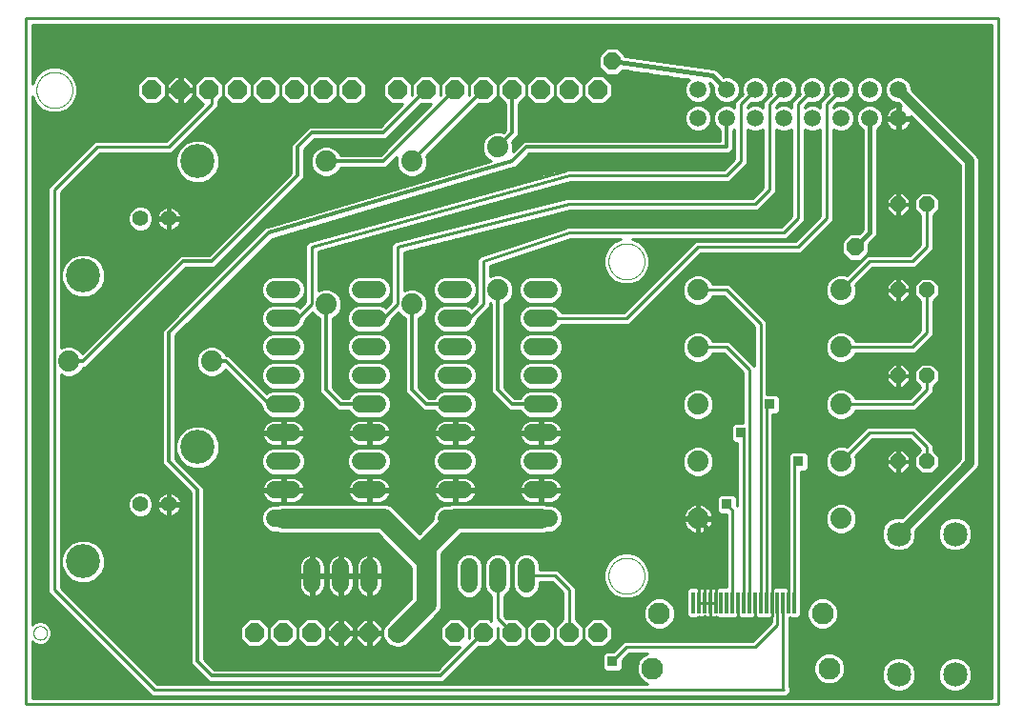
<source format=gtl>
G75*
%MOIN*%
%OFA0B0*%
%FSLAX25Y25*%
%IPPOS*%
%LPD*%
%AMOC8*
5,1,8,0,0,1.08239X$1,22.5*
%
%ADD10C,0.00000*%
%ADD11C,0.01000*%
%ADD12R,0.01181X0.07480*%
%ADD13C,0.07677*%
%ADD14OC8,0.06600*%
%ADD15C,0.06000*%
%ADD16OC8,0.05200*%
%ADD17C,0.07400*%
%ADD18C,0.05937*%
%ADD19C,0.05504*%
%ADD20C,0.11870*%
%ADD21C,0.08500*%
%ADD22OC8,0.06000*%
%ADD23R,0.03562X0.03562*%
%ADD24C,0.01200*%
%ADD25C,0.03200*%
%ADD26C,0.07000*%
%ADD27C,0.01600*%
D10*
X0079638Y0026500D02*
X0079640Y0026597D01*
X0079646Y0026694D01*
X0079656Y0026790D01*
X0079670Y0026886D01*
X0079688Y0026982D01*
X0079709Y0027076D01*
X0079735Y0027170D01*
X0079764Y0027262D01*
X0079798Y0027353D01*
X0079834Y0027443D01*
X0079875Y0027531D01*
X0079919Y0027617D01*
X0079967Y0027702D01*
X0080018Y0027784D01*
X0080072Y0027865D01*
X0080130Y0027943D01*
X0080191Y0028018D01*
X0080254Y0028091D01*
X0080321Y0028162D01*
X0080391Y0028229D01*
X0080463Y0028294D01*
X0080538Y0028355D01*
X0080616Y0028414D01*
X0080695Y0028469D01*
X0080777Y0028521D01*
X0080861Y0028569D01*
X0080947Y0028614D01*
X0081035Y0028656D01*
X0081124Y0028694D01*
X0081215Y0028728D01*
X0081307Y0028758D01*
X0081400Y0028785D01*
X0081495Y0028807D01*
X0081590Y0028826D01*
X0081686Y0028841D01*
X0081782Y0028852D01*
X0081879Y0028859D01*
X0081976Y0028862D01*
X0082073Y0028861D01*
X0082170Y0028856D01*
X0082266Y0028847D01*
X0082362Y0028834D01*
X0082458Y0028817D01*
X0082553Y0028796D01*
X0082646Y0028772D01*
X0082739Y0028743D01*
X0082831Y0028711D01*
X0082921Y0028675D01*
X0083009Y0028636D01*
X0083096Y0028592D01*
X0083181Y0028546D01*
X0083264Y0028495D01*
X0083345Y0028442D01*
X0083423Y0028385D01*
X0083500Y0028325D01*
X0083573Y0028262D01*
X0083644Y0028196D01*
X0083712Y0028127D01*
X0083778Y0028055D01*
X0083840Y0027981D01*
X0083899Y0027904D01*
X0083955Y0027825D01*
X0084008Y0027743D01*
X0084058Y0027660D01*
X0084103Y0027574D01*
X0084146Y0027487D01*
X0084185Y0027398D01*
X0084220Y0027308D01*
X0084251Y0027216D01*
X0084278Y0027123D01*
X0084302Y0027029D01*
X0084322Y0026934D01*
X0084338Y0026838D01*
X0084350Y0026742D01*
X0084358Y0026645D01*
X0084362Y0026548D01*
X0084362Y0026452D01*
X0084358Y0026355D01*
X0084350Y0026258D01*
X0084338Y0026162D01*
X0084322Y0026066D01*
X0084302Y0025971D01*
X0084278Y0025877D01*
X0084251Y0025784D01*
X0084220Y0025692D01*
X0084185Y0025602D01*
X0084146Y0025513D01*
X0084103Y0025426D01*
X0084058Y0025340D01*
X0084008Y0025257D01*
X0083955Y0025175D01*
X0083899Y0025096D01*
X0083840Y0025019D01*
X0083778Y0024945D01*
X0083712Y0024873D01*
X0083644Y0024804D01*
X0083573Y0024738D01*
X0083500Y0024675D01*
X0083423Y0024615D01*
X0083345Y0024558D01*
X0083264Y0024505D01*
X0083181Y0024454D01*
X0083096Y0024408D01*
X0083009Y0024364D01*
X0082921Y0024325D01*
X0082831Y0024289D01*
X0082739Y0024257D01*
X0082646Y0024228D01*
X0082553Y0024204D01*
X0082458Y0024183D01*
X0082362Y0024166D01*
X0082266Y0024153D01*
X0082170Y0024144D01*
X0082073Y0024139D01*
X0081976Y0024138D01*
X0081879Y0024141D01*
X0081782Y0024148D01*
X0081686Y0024159D01*
X0081590Y0024174D01*
X0081495Y0024193D01*
X0081400Y0024215D01*
X0081307Y0024242D01*
X0081215Y0024272D01*
X0081124Y0024306D01*
X0081035Y0024344D01*
X0080947Y0024386D01*
X0080861Y0024431D01*
X0080777Y0024479D01*
X0080695Y0024531D01*
X0080616Y0024586D01*
X0080538Y0024645D01*
X0080463Y0024706D01*
X0080391Y0024771D01*
X0080321Y0024838D01*
X0080254Y0024909D01*
X0080191Y0024982D01*
X0080130Y0025057D01*
X0080072Y0025135D01*
X0080018Y0025216D01*
X0079967Y0025298D01*
X0079919Y0025383D01*
X0079875Y0025469D01*
X0079834Y0025557D01*
X0079798Y0025647D01*
X0079764Y0025738D01*
X0079735Y0025830D01*
X0079709Y0025924D01*
X0079688Y0026018D01*
X0079670Y0026114D01*
X0079656Y0026210D01*
X0079646Y0026306D01*
X0079640Y0026403D01*
X0079638Y0026500D01*
X0280701Y0046500D02*
X0280703Y0046658D01*
X0280709Y0046816D01*
X0280719Y0046974D01*
X0280733Y0047132D01*
X0280751Y0047289D01*
X0280772Y0047446D01*
X0280798Y0047602D01*
X0280828Y0047758D01*
X0280861Y0047913D01*
X0280899Y0048066D01*
X0280940Y0048219D01*
X0280985Y0048371D01*
X0281034Y0048522D01*
X0281087Y0048671D01*
X0281143Y0048819D01*
X0281203Y0048965D01*
X0281267Y0049110D01*
X0281335Y0049253D01*
X0281406Y0049395D01*
X0281480Y0049535D01*
X0281558Y0049672D01*
X0281640Y0049808D01*
X0281724Y0049942D01*
X0281813Y0050073D01*
X0281904Y0050202D01*
X0281999Y0050329D01*
X0282096Y0050454D01*
X0282197Y0050576D01*
X0282301Y0050695D01*
X0282408Y0050812D01*
X0282518Y0050926D01*
X0282631Y0051037D01*
X0282746Y0051146D01*
X0282864Y0051251D01*
X0282985Y0051353D01*
X0283108Y0051453D01*
X0283234Y0051549D01*
X0283362Y0051642D01*
X0283492Y0051732D01*
X0283625Y0051818D01*
X0283760Y0051902D01*
X0283896Y0051981D01*
X0284035Y0052058D01*
X0284176Y0052130D01*
X0284318Y0052200D01*
X0284462Y0052265D01*
X0284608Y0052327D01*
X0284755Y0052385D01*
X0284904Y0052440D01*
X0285054Y0052491D01*
X0285205Y0052538D01*
X0285357Y0052581D01*
X0285510Y0052620D01*
X0285665Y0052656D01*
X0285820Y0052687D01*
X0285976Y0052715D01*
X0286132Y0052739D01*
X0286289Y0052759D01*
X0286447Y0052775D01*
X0286604Y0052787D01*
X0286763Y0052795D01*
X0286921Y0052799D01*
X0287079Y0052799D01*
X0287237Y0052795D01*
X0287396Y0052787D01*
X0287553Y0052775D01*
X0287711Y0052759D01*
X0287868Y0052739D01*
X0288024Y0052715D01*
X0288180Y0052687D01*
X0288335Y0052656D01*
X0288490Y0052620D01*
X0288643Y0052581D01*
X0288795Y0052538D01*
X0288946Y0052491D01*
X0289096Y0052440D01*
X0289245Y0052385D01*
X0289392Y0052327D01*
X0289538Y0052265D01*
X0289682Y0052200D01*
X0289824Y0052130D01*
X0289965Y0052058D01*
X0290104Y0051981D01*
X0290240Y0051902D01*
X0290375Y0051818D01*
X0290508Y0051732D01*
X0290638Y0051642D01*
X0290766Y0051549D01*
X0290892Y0051453D01*
X0291015Y0051353D01*
X0291136Y0051251D01*
X0291254Y0051146D01*
X0291369Y0051037D01*
X0291482Y0050926D01*
X0291592Y0050812D01*
X0291699Y0050695D01*
X0291803Y0050576D01*
X0291904Y0050454D01*
X0292001Y0050329D01*
X0292096Y0050202D01*
X0292187Y0050073D01*
X0292276Y0049942D01*
X0292360Y0049808D01*
X0292442Y0049672D01*
X0292520Y0049535D01*
X0292594Y0049395D01*
X0292665Y0049253D01*
X0292733Y0049110D01*
X0292797Y0048965D01*
X0292857Y0048819D01*
X0292913Y0048671D01*
X0292966Y0048522D01*
X0293015Y0048371D01*
X0293060Y0048219D01*
X0293101Y0048066D01*
X0293139Y0047913D01*
X0293172Y0047758D01*
X0293202Y0047602D01*
X0293228Y0047446D01*
X0293249Y0047289D01*
X0293267Y0047132D01*
X0293281Y0046974D01*
X0293291Y0046816D01*
X0293297Y0046658D01*
X0293299Y0046500D01*
X0293297Y0046342D01*
X0293291Y0046184D01*
X0293281Y0046026D01*
X0293267Y0045868D01*
X0293249Y0045711D01*
X0293228Y0045554D01*
X0293202Y0045398D01*
X0293172Y0045242D01*
X0293139Y0045087D01*
X0293101Y0044934D01*
X0293060Y0044781D01*
X0293015Y0044629D01*
X0292966Y0044478D01*
X0292913Y0044329D01*
X0292857Y0044181D01*
X0292797Y0044035D01*
X0292733Y0043890D01*
X0292665Y0043747D01*
X0292594Y0043605D01*
X0292520Y0043465D01*
X0292442Y0043328D01*
X0292360Y0043192D01*
X0292276Y0043058D01*
X0292187Y0042927D01*
X0292096Y0042798D01*
X0292001Y0042671D01*
X0291904Y0042546D01*
X0291803Y0042424D01*
X0291699Y0042305D01*
X0291592Y0042188D01*
X0291482Y0042074D01*
X0291369Y0041963D01*
X0291254Y0041854D01*
X0291136Y0041749D01*
X0291015Y0041647D01*
X0290892Y0041547D01*
X0290766Y0041451D01*
X0290638Y0041358D01*
X0290508Y0041268D01*
X0290375Y0041182D01*
X0290240Y0041098D01*
X0290104Y0041019D01*
X0289965Y0040942D01*
X0289824Y0040870D01*
X0289682Y0040800D01*
X0289538Y0040735D01*
X0289392Y0040673D01*
X0289245Y0040615D01*
X0289096Y0040560D01*
X0288946Y0040509D01*
X0288795Y0040462D01*
X0288643Y0040419D01*
X0288490Y0040380D01*
X0288335Y0040344D01*
X0288180Y0040313D01*
X0288024Y0040285D01*
X0287868Y0040261D01*
X0287711Y0040241D01*
X0287553Y0040225D01*
X0287396Y0040213D01*
X0287237Y0040205D01*
X0287079Y0040201D01*
X0286921Y0040201D01*
X0286763Y0040205D01*
X0286604Y0040213D01*
X0286447Y0040225D01*
X0286289Y0040241D01*
X0286132Y0040261D01*
X0285976Y0040285D01*
X0285820Y0040313D01*
X0285665Y0040344D01*
X0285510Y0040380D01*
X0285357Y0040419D01*
X0285205Y0040462D01*
X0285054Y0040509D01*
X0284904Y0040560D01*
X0284755Y0040615D01*
X0284608Y0040673D01*
X0284462Y0040735D01*
X0284318Y0040800D01*
X0284176Y0040870D01*
X0284035Y0040942D01*
X0283896Y0041019D01*
X0283760Y0041098D01*
X0283625Y0041182D01*
X0283492Y0041268D01*
X0283362Y0041358D01*
X0283234Y0041451D01*
X0283108Y0041547D01*
X0282985Y0041647D01*
X0282864Y0041749D01*
X0282746Y0041854D01*
X0282631Y0041963D01*
X0282518Y0042074D01*
X0282408Y0042188D01*
X0282301Y0042305D01*
X0282197Y0042424D01*
X0282096Y0042546D01*
X0281999Y0042671D01*
X0281904Y0042798D01*
X0281813Y0042927D01*
X0281724Y0043058D01*
X0281640Y0043192D01*
X0281558Y0043328D01*
X0281480Y0043465D01*
X0281406Y0043605D01*
X0281335Y0043747D01*
X0281267Y0043890D01*
X0281203Y0044035D01*
X0281143Y0044181D01*
X0281087Y0044329D01*
X0281034Y0044478D01*
X0280985Y0044629D01*
X0280940Y0044781D01*
X0280899Y0044934D01*
X0280861Y0045087D01*
X0280828Y0045242D01*
X0280798Y0045398D01*
X0280772Y0045554D01*
X0280751Y0045711D01*
X0280733Y0045868D01*
X0280719Y0046026D01*
X0280709Y0046184D01*
X0280703Y0046342D01*
X0280701Y0046500D01*
X0280701Y0156500D02*
X0280703Y0156658D01*
X0280709Y0156816D01*
X0280719Y0156974D01*
X0280733Y0157132D01*
X0280751Y0157289D01*
X0280772Y0157446D01*
X0280798Y0157602D01*
X0280828Y0157758D01*
X0280861Y0157913D01*
X0280899Y0158066D01*
X0280940Y0158219D01*
X0280985Y0158371D01*
X0281034Y0158522D01*
X0281087Y0158671D01*
X0281143Y0158819D01*
X0281203Y0158965D01*
X0281267Y0159110D01*
X0281335Y0159253D01*
X0281406Y0159395D01*
X0281480Y0159535D01*
X0281558Y0159672D01*
X0281640Y0159808D01*
X0281724Y0159942D01*
X0281813Y0160073D01*
X0281904Y0160202D01*
X0281999Y0160329D01*
X0282096Y0160454D01*
X0282197Y0160576D01*
X0282301Y0160695D01*
X0282408Y0160812D01*
X0282518Y0160926D01*
X0282631Y0161037D01*
X0282746Y0161146D01*
X0282864Y0161251D01*
X0282985Y0161353D01*
X0283108Y0161453D01*
X0283234Y0161549D01*
X0283362Y0161642D01*
X0283492Y0161732D01*
X0283625Y0161818D01*
X0283760Y0161902D01*
X0283896Y0161981D01*
X0284035Y0162058D01*
X0284176Y0162130D01*
X0284318Y0162200D01*
X0284462Y0162265D01*
X0284608Y0162327D01*
X0284755Y0162385D01*
X0284904Y0162440D01*
X0285054Y0162491D01*
X0285205Y0162538D01*
X0285357Y0162581D01*
X0285510Y0162620D01*
X0285665Y0162656D01*
X0285820Y0162687D01*
X0285976Y0162715D01*
X0286132Y0162739D01*
X0286289Y0162759D01*
X0286447Y0162775D01*
X0286604Y0162787D01*
X0286763Y0162795D01*
X0286921Y0162799D01*
X0287079Y0162799D01*
X0287237Y0162795D01*
X0287396Y0162787D01*
X0287553Y0162775D01*
X0287711Y0162759D01*
X0287868Y0162739D01*
X0288024Y0162715D01*
X0288180Y0162687D01*
X0288335Y0162656D01*
X0288490Y0162620D01*
X0288643Y0162581D01*
X0288795Y0162538D01*
X0288946Y0162491D01*
X0289096Y0162440D01*
X0289245Y0162385D01*
X0289392Y0162327D01*
X0289538Y0162265D01*
X0289682Y0162200D01*
X0289824Y0162130D01*
X0289965Y0162058D01*
X0290104Y0161981D01*
X0290240Y0161902D01*
X0290375Y0161818D01*
X0290508Y0161732D01*
X0290638Y0161642D01*
X0290766Y0161549D01*
X0290892Y0161453D01*
X0291015Y0161353D01*
X0291136Y0161251D01*
X0291254Y0161146D01*
X0291369Y0161037D01*
X0291482Y0160926D01*
X0291592Y0160812D01*
X0291699Y0160695D01*
X0291803Y0160576D01*
X0291904Y0160454D01*
X0292001Y0160329D01*
X0292096Y0160202D01*
X0292187Y0160073D01*
X0292276Y0159942D01*
X0292360Y0159808D01*
X0292442Y0159672D01*
X0292520Y0159535D01*
X0292594Y0159395D01*
X0292665Y0159253D01*
X0292733Y0159110D01*
X0292797Y0158965D01*
X0292857Y0158819D01*
X0292913Y0158671D01*
X0292966Y0158522D01*
X0293015Y0158371D01*
X0293060Y0158219D01*
X0293101Y0158066D01*
X0293139Y0157913D01*
X0293172Y0157758D01*
X0293202Y0157602D01*
X0293228Y0157446D01*
X0293249Y0157289D01*
X0293267Y0157132D01*
X0293281Y0156974D01*
X0293291Y0156816D01*
X0293297Y0156658D01*
X0293299Y0156500D01*
X0293297Y0156342D01*
X0293291Y0156184D01*
X0293281Y0156026D01*
X0293267Y0155868D01*
X0293249Y0155711D01*
X0293228Y0155554D01*
X0293202Y0155398D01*
X0293172Y0155242D01*
X0293139Y0155087D01*
X0293101Y0154934D01*
X0293060Y0154781D01*
X0293015Y0154629D01*
X0292966Y0154478D01*
X0292913Y0154329D01*
X0292857Y0154181D01*
X0292797Y0154035D01*
X0292733Y0153890D01*
X0292665Y0153747D01*
X0292594Y0153605D01*
X0292520Y0153465D01*
X0292442Y0153328D01*
X0292360Y0153192D01*
X0292276Y0153058D01*
X0292187Y0152927D01*
X0292096Y0152798D01*
X0292001Y0152671D01*
X0291904Y0152546D01*
X0291803Y0152424D01*
X0291699Y0152305D01*
X0291592Y0152188D01*
X0291482Y0152074D01*
X0291369Y0151963D01*
X0291254Y0151854D01*
X0291136Y0151749D01*
X0291015Y0151647D01*
X0290892Y0151547D01*
X0290766Y0151451D01*
X0290638Y0151358D01*
X0290508Y0151268D01*
X0290375Y0151182D01*
X0290240Y0151098D01*
X0290104Y0151019D01*
X0289965Y0150942D01*
X0289824Y0150870D01*
X0289682Y0150800D01*
X0289538Y0150735D01*
X0289392Y0150673D01*
X0289245Y0150615D01*
X0289096Y0150560D01*
X0288946Y0150509D01*
X0288795Y0150462D01*
X0288643Y0150419D01*
X0288490Y0150380D01*
X0288335Y0150344D01*
X0288180Y0150313D01*
X0288024Y0150285D01*
X0287868Y0150261D01*
X0287711Y0150241D01*
X0287553Y0150225D01*
X0287396Y0150213D01*
X0287237Y0150205D01*
X0287079Y0150201D01*
X0286921Y0150201D01*
X0286763Y0150205D01*
X0286604Y0150213D01*
X0286447Y0150225D01*
X0286289Y0150241D01*
X0286132Y0150261D01*
X0285976Y0150285D01*
X0285820Y0150313D01*
X0285665Y0150344D01*
X0285510Y0150380D01*
X0285357Y0150419D01*
X0285205Y0150462D01*
X0285054Y0150509D01*
X0284904Y0150560D01*
X0284755Y0150615D01*
X0284608Y0150673D01*
X0284462Y0150735D01*
X0284318Y0150800D01*
X0284176Y0150870D01*
X0284035Y0150942D01*
X0283896Y0151019D01*
X0283760Y0151098D01*
X0283625Y0151182D01*
X0283492Y0151268D01*
X0283362Y0151358D01*
X0283234Y0151451D01*
X0283108Y0151547D01*
X0282985Y0151647D01*
X0282864Y0151749D01*
X0282746Y0151854D01*
X0282631Y0151963D01*
X0282518Y0152074D01*
X0282408Y0152188D01*
X0282301Y0152305D01*
X0282197Y0152424D01*
X0282096Y0152546D01*
X0281999Y0152671D01*
X0281904Y0152798D01*
X0281813Y0152927D01*
X0281724Y0153058D01*
X0281640Y0153192D01*
X0281558Y0153328D01*
X0281480Y0153465D01*
X0281406Y0153605D01*
X0281335Y0153747D01*
X0281267Y0153890D01*
X0281203Y0154035D01*
X0281143Y0154181D01*
X0281087Y0154329D01*
X0281034Y0154478D01*
X0280985Y0154629D01*
X0280940Y0154781D01*
X0280899Y0154934D01*
X0280861Y0155087D01*
X0280828Y0155242D01*
X0280798Y0155398D01*
X0280772Y0155554D01*
X0280751Y0155711D01*
X0280733Y0155868D01*
X0280719Y0156026D01*
X0280709Y0156184D01*
X0280703Y0156342D01*
X0280701Y0156500D01*
X0080701Y0216500D02*
X0080703Y0216658D01*
X0080709Y0216816D01*
X0080719Y0216974D01*
X0080733Y0217132D01*
X0080751Y0217289D01*
X0080772Y0217446D01*
X0080798Y0217602D01*
X0080828Y0217758D01*
X0080861Y0217913D01*
X0080899Y0218066D01*
X0080940Y0218219D01*
X0080985Y0218371D01*
X0081034Y0218522D01*
X0081087Y0218671D01*
X0081143Y0218819D01*
X0081203Y0218965D01*
X0081267Y0219110D01*
X0081335Y0219253D01*
X0081406Y0219395D01*
X0081480Y0219535D01*
X0081558Y0219672D01*
X0081640Y0219808D01*
X0081724Y0219942D01*
X0081813Y0220073D01*
X0081904Y0220202D01*
X0081999Y0220329D01*
X0082096Y0220454D01*
X0082197Y0220576D01*
X0082301Y0220695D01*
X0082408Y0220812D01*
X0082518Y0220926D01*
X0082631Y0221037D01*
X0082746Y0221146D01*
X0082864Y0221251D01*
X0082985Y0221353D01*
X0083108Y0221453D01*
X0083234Y0221549D01*
X0083362Y0221642D01*
X0083492Y0221732D01*
X0083625Y0221818D01*
X0083760Y0221902D01*
X0083896Y0221981D01*
X0084035Y0222058D01*
X0084176Y0222130D01*
X0084318Y0222200D01*
X0084462Y0222265D01*
X0084608Y0222327D01*
X0084755Y0222385D01*
X0084904Y0222440D01*
X0085054Y0222491D01*
X0085205Y0222538D01*
X0085357Y0222581D01*
X0085510Y0222620D01*
X0085665Y0222656D01*
X0085820Y0222687D01*
X0085976Y0222715D01*
X0086132Y0222739D01*
X0086289Y0222759D01*
X0086447Y0222775D01*
X0086604Y0222787D01*
X0086763Y0222795D01*
X0086921Y0222799D01*
X0087079Y0222799D01*
X0087237Y0222795D01*
X0087396Y0222787D01*
X0087553Y0222775D01*
X0087711Y0222759D01*
X0087868Y0222739D01*
X0088024Y0222715D01*
X0088180Y0222687D01*
X0088335Y0222656D01*
X0088490Y0222620D01*
X0088643Y0222581D01*
X0088795Y0222538D01*
X0088946Y0222491D01*
X0089096Y0222440D01*
X0089245Y0222385D01*
X0089392Y0222327D01*
X0089538Y0222265D01*
X0089682Y0222200D01*
X0089824Y0222130D01*
X0089965Y0222058D01*
X0090104Y0221981D01*
X0090240Y0221902D01*
X0090375Y0221818D01*
X0090508Y0221732D01*
X0090638Y0221642D01*
X0090766Y0221549D01*
X0090892Y0221453D01*
X0091015Y0221353D01*
X0091136Y0221251D01*
X0091254Y0221146D01*
X0091369Y0221037D01*
X0091482Y0220926D01*
X0091592Y0220812D01*
X0091699Y0220695D01*
X0091803Y0220576D01*
X0091904Y0220454D01*
X0092001Y0220329D01*
X0092096Y0220202D01*
X0092187Y0220073D01*
X0092276Y0219942D01*
X0092360Y0219808D01*
X0092442Y0219672D01*
X0092520Y0219535D01*
X0092594Y0219395D01*
X0092665Y0219253D01*
X0092733Y0219110D01*
X0092797Y0218965D01*
X0092857Y0218819D01*
X0092913Y0218671D01*
X0092966Y0218522D01*
X0093015Y0218371D01*
X0093060Y0218219D01*
X0093101Y0218066D01*
X0093139Y0217913D01*
X0093172Y0217758D01*
X0093202Y0217602D01*
X0093228Y0217446D01*
X0093249Y0217289D01*
X0093267Y0217132D01*
X0093281Y0216974D01*
X0093291Y0216816D01*
X0093297Y0216658D01*
X0093299Y0216500D01*
X0093297Y0216342D01*
X0093291Y0216184D01*
X0093281Y0216026D01*
X0093267Y0215868D01*
X0093249Y0215711D01*
X0093228Y0215554D01*
X0093202Y0215398D01*
X0093172Y0215242D01*
X0093139Y0215087D01*
X0093101Y0214934D01*
X0093060Y0214781D01*
X0093015Y0214629D01*
X0092966Y0214478D01*
X0092913Y0214329D01*
X0092857Y0214181D01*
X0092797Y0214035D01*
X0092733Y0213890D01*
X0092665Y0213747D01*
X0092594Y0213605D01*
X0092520Y0213465D01*
X0092442Y0213328D01*
X0092360Y0213192D01*
X0092276Y0213058D01*
X0092187Y0212927D01*
X0092096Y0212798D01*
X0092001Y0212671D01*
X0091904Y0212546D01*
X0091803Y0212424D01*
X0091699Y0212305D01*
X0091592Y0212188D01*
X0091482Y0212074D01*
X0091369Y0211963D01*
X0091254Y0211854D01*
X0091136Y0211749D01*
X0091015Y0211647D01*
X0090892Y0211547D01*
X0090766Y0211451D01*
X0090638Y0211358D01*
X0090508Y0211268D01*
X0090375Y0211182D01*
X0090240Y0211098D01*
X0090104Y0211019D01*
X0089965Y0210942D01*
X0089824Y0210870D01*
X0089682Y0210800D01*
X0089538Y0210735D01*
X0089392Y0210673D01*
X0089245Y0210615D01*
X0089096Y0210560D01*
X0088946Y0210509D01*
X0088795Y0210462D01*
X0088643Y0210419D01*
X0088490Y0210380D01*
X0088335Y0210344D01*
X0088180Y0210313D01*
X0088024Y0210285D01*
X0087868Y0210261D01*
X0087711Y0210241D01*
X0087553Y0210225D01*
X0087396Y0210213D01*
X0087237Y0210205D01*
X0087079Y0210201D01*
X0086921Y0210201D01*
X0086763Y0210205D01*
X0086604Y0210213D01*
X0086447Y0210225D01*
X0086289Y0210241D01*
X0086132Y0210261D01*
X0085976Y0210285D01*
X0085820Y0210313D01*
X0085665Y0210344D01*
X0085510Y0210380D01*
X0085357Y0210419D01*
X0085205Y0210462D01*
X0085054Y0210509D01*
X0084904Y0210560D01*
X0084755Y0210615D01*
X0084608Y0210673D01*
X0084462Y0210735D01*
X0084318Y0210800D01*
X0084176Y0210870D01*
X0084035Y0210942D01*
X0083896Y0211019D01*
X0083760Y0211098D01*
X0083625Y0211182D01*
X0083492Y0211268D01*
X0083362Y0211358D01*
X0083234Y0211451D01*
X0083108Y0211547D01*
X0082985Y0211647D01*
X0082864Y0211749D01*
X0082746Y0211854D01*
X0082631Y0211963D01*
X0082518Y0212074D01*
X0082408Y0212188D01*
X0082301Y0212305D01*
X0082197Y0212424D01*
X0082096Y0212546D01*
X0081999Y0212671D01*
X0081904Y0212798D01*
X0081813Y0212927D01*
X0081724Y0213058D01*
X0081640Y0213192D01*
X0081558Y0213328D01*
X0081480Y0213465D01*
X0081406Y0213605D01*
X0081335Y0213747D01*
X0081267Y0213890D01*
X0081203Y0214035D01*
X0081143Y0214181D01*
X0081087Y0214329D01*
X0081034Y0214478D01*
X0080985Y0214629D01*
X0080940Y0214781D01*
X0080899Y0214934D01*
X0080861Y0215087D01*
X0080828Y0215242D01*
X0080798Y0215398D01*
X0080772Y0215554D01*
X0080751Y0215711D01*
X0080733Y0215868D01*
X0080719Y0216026D01*
X0080709Y0216184D01*
X0080703Y0216342D01*
X0080701Y0216500D01*
D11*
X0077000Y0001500D02*
X0417000Y0001500D01*
X0417000Y0241500D01*
X0077000Y0241500D01*
X0077000Y0001500D01*
X0079200Y0003700D02*
X0079200Y0023555D01*
X0079699Y0023056D01*
X0081192Y0022438D01*
X0082808Y0022438D01*
X0084301Y0023056D01*
X0085444Y0024199D01*
X0086062Y0025692D01*
X0086062Y0027308D01*
X0085444Y0028801D01*
X0084301Y0029944D01*
X0082808Y0030562D01*
X0081192Y0030562D01*
X0079699Y0029944D01*
X0079200Y0029445D01*
X0079200Y0214428D01*
X0080219Y0211969D01*
X0082469Y0209719D01*
X0085409Y0208501D01*
X0088591Y0208501D01*
X0091531Y0209719D01*
X0093781Y0211969D01*
X0094999Y0214909D01*
X0094999Y0218091D01*
X0093781Y0221031D01*
X0091531Y0223281D01*
X0088591Y0224499D01*
X0085409Y0224499D01*
X0082469Y0223281D01*
X0080219Y0221031D01*
X0079200Y0218572D01*
X0079200Y0239300D01*
X0414800Y0239300D01*
X0414800Y0003700D01*
X0079200Y0003700D01*
X0079200Y0004496D02*
X0120893Y0004496D01*
X0121089Y0004300D02*
X0342911Y0004300D01*
X0344200Y0005589D01*
X0344200Y0007411D01*
X0343964Y0007647D01*
X0343964Y0031811D01*
X0344206Y0031811D01*
X0344406Y0031611D01*
X0346995Y0031611D01*
X0347991Y0032607D01*
X0347991Y0041495D01*
X0347901Y0041586D01*
X0347901Y0083019D01*
X0349485Y0083019D01*
X0350481Y0084015D01*
X0350481Y0088985D01*
X0349485Y0089981D01*
X0344515Y0089981D01*
X0343519Y0088985D01*
X0343519Y0086130D01*
X0343501Y0086112D01*
X0343501Y0042291D01*
X0343258Y0042291D01*
X0343058Y0042491D01*
X0338501Y0042491D01*
X0338301Y0042291D01*
X0338058Y0042291D01*
X0338058Y0103019D01*
X0339485Y0103019D01*
X0340481Y0104015D01*
X0340481Y0108985D01*
X0339485Y0109981D01*
X0336090Y0109981D01*
X0336090Y0135522D01*
X0324200Y0147411D01*
X0322911Y0148700D01*
X0316934Y0148700D01*
X0316578Y0149559D01*
X0315059Y0151078D01*
X0313074Y0151900D01*
X0310926Y0151900D01*
X0308941Y0151078D01*
X0307422Y0149559D01*
X0306600Y0147574D01*
X0306600Y0145426D01*
X0307422Y0143441D01*
X0308941Y0141922D01*
X0310926Y0141100D01*
X0313074Y0141100D01*
X0315059Y0141922D01*
X0316578Y0143441D01*
X0316934Y0144300D01*
X0321089Y0144300D01*
X0331690Y0133699D01*
X0331690Y0119921D01*
X0324200Y0127411D01*
X0322911Y0128700D01*
X0316934Y0128700D01*
X0316578Y0129559D01*
X0315059Y0131078D01*
X0313074Y0131900D01*
X0310926Y0131900D01*
X0308941Y0131078D01*
X0307422Y0129559D01*
X0306600Y0127574D01*
X0306600Y0125426D01*
X0307422Y0123441D01*
X0308941Y0121922D01*
X0310926Y0121100D01*
X0313074Y0121100D01*
X0315059Y0121922D01*
X0316578Y0123441D01*
X0316934Y0124300D01*
X0321089Y0124300D01*
X0327753Y0117636D01*
X0327753Y0099981D01*
X0324515Y0099981D01*
X0323519Y0098985D01*
X0323519Y0094015D01*
X0324515Y0093019D01*
X0325784Y0093019D01*
X0325784Y0070827D01*
X0325481Y0071130D01*
X0325481Y0073985D01*
X0324485Y0074981D01*
X0319515Y0074981D01*
X0318519Y0073985D01*
X0318519Y0069015D01*
X0319515Y0068019D01*
X0321847Y0068019D01*
X0321847Y0042491D01*
X0318816Y0042491D01*
X0318616Y0042291D01*
X0318142Y0042291D01*
X0318142Y0041818D01*
X0318142Y0041817D01*
X0318142Y0042291D01*
X0317354Y0042291D01*
X0317157Y0042239D01*
X0316961Y0042291D01*
X0316173Y0042291D01*
X0315385Y0042291D01*
X0315189Y0042239D01*
X0314993Y0042291D01*
X0314205Y0042291D01*
X0314205Y0041405D01*
X0314205Y0041405D01*
X0314205Y0042291D01*
X0313417Y0042291D01*
X0313220Y0042239D01*
X0313024Y0042291D01*
X0312236Y0042291D01*
X0311762Y0042291D01*
X0311562Y0042491D01*
X0308973Y0042491D01*
X0307977Y0041495D01*
X0307977Y0032607D01*
X0308973Y0031611D01*
X0311562Y0031611D01*
X0311762Y0031811D01*
X0312236Y0031811D01*
X0312236Y0032285D01*
X0312236Y0031811D01*
X0313024Y0031811D01*
X0313220Y0031864D01*
X0313417Y0031811D01*
X0314205Y0031811D01*
X0314993Y0031811D01*
X0315189Y0031864D01*
X0315385Y0031811D01*
X0316173Y0031811D01*
X0316173Y0032698D01*
X0316173Y0032698D01*
X0316173Y0032698D01*
X0316173Y0031811D01*
X0316961Y0031811D01*
X0317157Y0031864D01*
X0317354Y0031811D01*
X0318142Y0031811D01*
X0318616Y0031811D01*
X0318816Y0031611D01*
X0325342Y0031611D01*
X0325542Y0031811D01*
X0326016Y0031811D01*
X0326490Y0031811D01*
X0326690Y0031611D01*
X0331247Y0031611D01*
X0331447Y0031811D01*
X0331921Y0031811D01*
X0331921Y0032285D01*
X0331921Y0032285D01*
X0331921Y0032285D01*
X0331921Y0031811D01*
X0332395Y0031811D01*
X0332595Y0031611D01*
X0337153Y0031611D01*
X0337353Y0031811D01*
X0337595Y0031811D01*
X0337595Y0030207D01*
X0331089Y0023700D01*
X0286089Y0023700D01*
X0284800Y0022411D01*
X0282370Y0019981D01*
X0279515Y0019981D01*
X0278519Y0018985D01*
X0278519Y0014015D01*
X0279515Y0013019D01*
X0284485Y0013019D01*
X0285481Y0014015D01*
X0285481Y0016870D01*
X0287911Y0019300D01*
X0294369Y0019300D01*
X0292957Y0018715D01*
X0291399Y0017157D01*
X0290556Y0015121D01*
X0290556Y0012918D01*
X0291399Y0010882D01*
X0292957Y0009324D01*
X0294464Y0008700D01*
X0122911Y0008700D01*
X0089200Y0042411D01*
X0089200Y0116815D01*
X0090926Y0116100D01*
X0093074Y0116100D01*
X0095059Y0116922D01*
X0096578Y0118441D01*
X0096892Y0119200D01*
X0097953Y0119200D01*
X0099300Y0120547D01*
X0099300Y0120547D01*
X0132953Y0154200D01*
X0142953Y0154200D01*
X0174300Y0185547D01*
X0174300Y0195547D01*
X0177953Y0199200D01*
X0202953Y0199200D01*
X0204300Y0200547D01*
X0215253Y0211500D01*
X0218747Y0211500D01*
X0201047Y0193800D01*
X0186892Y0193800D01*
X0186578Y0194559D01*
X0185059Y0196078D01*
X0183074Y0196900D01*
X0180926Y0196900D01*
X0178941Y0196078D01*
X0177422Y0194559D01*
X0176600Y0192574D01*
X0176600Y0190426D01*
X0177422Y0188441D01*
X0178941Y0186922D01*
X0180926Y0186100D01*
X0183074Y0186100D01*
X0185059Y0186922D01*
X0186578Y0188441D01*
X0186892Y0189200D01*
X0202953Y0189200D01*
X0204300Y0190547D01*
X0206793Y0193041D01*
X0206600Y0192574D01*
X0206600Y0190426D01*
X0207422Y0188441D01*
X0208941Y0186922D01*
X0210926Y0186100D01*
X0213074Y0186100D01*
X0215059Y0186922D01*
X0216578Y0188441D01*
X0217400Y0190426D01*
X0217400Y0192574D01*
X0217086Y0193333D01*
X0235253Y0211500D01*
X0239071Y0211500D01*
X0242000Y0214429D01*
X0242000Y0218571D01*
X0239071Y0221500D01*
X0234929Y0221500D01*
X0232000Y0218571D01*
X0229071Y0221500D01*
X0224929Y0221500D01*
X0222000Y0218571D01*
X0219071Y0221500D01*
X0214929Y0221500D01*
X0212000Y0218571D01*
X0209071Y0221500D01*
X0204929Y0221500D01*
X0202000Y0218571D01*
X0202000Y0214429D01*
X0204929Y0211500D01*
X0208747Y0211500D01*
X0201047Y0203800D01*
X0176047Y0203800D01*
X0171047Y0198800D01*
X0169700Y0197453D01*
X0169700Y0187453D01*
X0141047Y0158800D01*
X0131047Y0158800D01*
X0096645Y0124397D01*
X0096578Y0124559D01*
X0095059Y0126078D01*
X0093074Y0126900D01*
X0090926Y0126900D01*
X0089200Y0126185D01*
X0089200Y0180589D01*
X0102911Y0194300D01*
X0127911Y0194300D01*
X0129200Y0195589D01*
X0144200Y0210589D01*
X0144200Y0212629D01*
X0146000Y0214429D01*
X0146000Y0218571D01*
X0143071Y0221500D01*
X0138929Y0221500D01*
X0136000Y0218571D01*
X0136000Y0214429D01*
X0138909Y0211520D01*
X0126089Y0198700D01*
X0101089Y0198700D01*
X0099800Y0197411D01*
X0084800Y0182411D01*
X0084800Y0040589D01*
X0086089Y0039300D01*
X0119800Y0005589D01*
X0119800Y0005589D01*
X0121089Y0004300D01*
X0119895Y0005494D02*
X0079200Y0005494D01*
X0079200Y0006493D02*
X0118896Y0006493D01*
X0117898Y0007491D02*
X0079200Y0007491D01*
X0079200Y0008490D02*
X0116899Y0008490D01*
X0115901Y0009488D02*
X0079200Y0009488D01*
X0079200Y0010487D02*
X0114902Y0010487D01*
X0113904Y0011485D02*
X0079200Y0011485D01*
X0079200Y0012484D02*
X0112905Y0012484D01*
X0111907Y0013482D02*
X0079200Y0013482D01*
X0079200Y0014481D02*
X0110908Y0014481D01*
X0109910Y0015479D02*
X0079200Y0015479D01*
X0079200Y0016478D02*
X0108911Y0016478D01*
X0107913Y0017476D02*
X0079200Y0017476D01*
X0079200Y0018475D02*
X0106914Y0018475D01*
X0105916Y0019473D02*
X0079200Y0019473D01*
X0079200Y0020472D02*
X0104917Y0020472D01*
X0103919Y0021470D02*
X0079200Y0021470D01*
X0079200Y0022469D02*
X0081117Y0022469D01*
X0082883Y0022469D02*
X0102920Y0022469D01*
X0101921Y0023467D02*
X0084712Y0023467D01*
X0085554Y0024466D02*
X0100923Y0024466D01*
X0099924Y0025464D02*
X0085968Y0025464D01*
X0086062Y0026463D02*
X0098926Y0026463D01*
X0097927Y0027461D02*
X0085999Y0027461D01*
X0085585Y0028460D02*
X0096929Y0028460D01*
X0095930Y0029458D02*
X0084786Y0029458D01*
X0083062Y0030457D02*
X0094932Y0030457D01*
X0093933Y0031455D02*
X0079200Y0031455D01*
X0079200Y0030457D02*
X0080938Y0030457D01*
X0079214Y0029458D02*
X0079200Y0029458D01*
X0079200Y0032454D02*
X0092935Y0032454D01*
X0091936Y0033452D02*
X0079200Y0033452D01*
X0079200Y0034451D02*
X0090938Y0034451D01*
X0089939Y0035449D02*
X0079200Y0035449D01*
X0079200Y0036448D02*
X0088941Y0036448D01*
X0087942Y0037446D02*
X0079200Y0037446D01*
X0079200Y0038445D02*
X0086944Y0038445D01*
X0086089Y0039300D02*
X0086089Y0039300D01*
X0085945Y0039443D02*
X0079200Y0039443D01*
X0079200Y0040442D02*
X0084947Y0040442D01*
X0084800Y0041440D02*
X0079200Y0041440D01*
X0079200Y0042439D02*
X0084800Y0042439D01*
X0084800Y0043437D02*
X0079200Y0043437D01*
X0079200Y0044436D02*
X0084800Y0044436D01*
X0084800Y0045434D02*
X0079200Y0045434D01*
X0079200Y0046433D02*
X0084800Y0046433D01*
X0084800Y0047432D02*
X0079200Y0047432D01*
X0079200Y0048430D02*
X0084800Y0048430D01*
X0084800Y0049429D02*
X0079200Y0049429D01*
X0079200Y0050427D02*
X0084800Y0050427D01*
X0084800Y0051426D02*
X0079200Y0051426D01*
X0079200Y0052424D02*
X0084800Y0052424D01*
X0084800Y0053423D02*
X0079200Y0053423D01*
X0079200Y0054421D02*
X0084800Y0054421D01*
X0084800Y0055420D02*
X0079200Y0055420D01*
X0079200Y0056418D02*
X0084800Y0056418D01*
X0084800Y0057417D02*
X0079200Y0057417D01*
X0079200Y0058415D02*
X0084800Y0058415D01*
X0084800Y0059414D02*
X0079200Y0059414D01*
X0079200Y0060412D02*
X0084800Y0060412D01*
X0084800Y0061411D02*
X0079200Y0061411D01*
X0079200Y0062409D02*
X0084800Y0062409D01*
X0084800Y0063408D02*
X0079200Y0063408D01*
X0079200Y0064406D02*
X0084800Y0064406D01*
X0084800Y0065405D02*
X0079200Y0065405D01*
X0079200Y0066403D02*
X0084800Y0066403D01*
X0084800Y0067402D02*
X0079200Y0067402D01*
X0079200Y0068400D02*
X0084800Y0068400D01*
X0084800Y0069399D02*
X0079200Y0069399D01*
X0079200Y0070397D02*
X0084800Y0070397D01*
X0084800Y0071396D02*
X0079200Y0071396D01*
X0079200Y0072394D02*
X0084800Y0072394D01*
X0084800Y0073393D02*
X0079200Y0073393D01*
X0079200Y0074391D02*
X0084800Y0074391D01*
X0084800Y0075390D02*
X0079200Y0075390D01*
X0079200Y0076388D02*
X0084800Y0076388D01*
X0084800Y0077387D02*
X0079200Y0077387D01*
X0079200Y0078385D02*
X0084800Y0078385D01*
X0084800Y0079384D02*
X0079200Y0079384D01*
X0079200Y0080382D02*
X0084800Y0080382D01*
X0084800Y0081381D02*
X0079200Y0081381D01*
X0079200Y0082379D02*
X0084800Y0082379D01*
X0084800Y0083378D02*
X0079200Y0083378D01*
X0079200Y0084376D02*
X0084800Y0084376D01*
X0084800Y0085375D02*
X0079200Y0085375D01*
X0079200Y0086373D02*
X0084800Y0086373D01*
X0084800Y0087372D02*
X0079200Y0087372D01*
X0079200Y0088370D02*
X0084800Y0088370D01*
X0084800Y0089369D02*
X0079200Y0089369D01*
X0079200Y0090368D02*
X0084800Y0090368D01*
X0084800Y0091366D02*
X0079200Y0091366D01*
X0079200Y0092365D02*
X0084800Y0092365D01*
X0084800Y0093363D02*
X0079200Y0093363D01*
X0079200Y0094362D02*
X0084800Y0094362D01*
X0084800Y0095360D02*
X0079200Y0095360D01*
X0079200Y0096359D02*
X0084800Y0096359D01*
X0084800Y0097357D02*
X0079200Y0097357D01*
X0079200Y0098356D02*
X0084800Y0098356D01*
X0084800Y0099354D02*
X0079200Y0099354D01*
X0079200Y0100353D02*
X0084800Y0100353D01*
X0084800Y0101351D02*
X0079200Y0101351D01*
X0079200Y0102350D02*
X0084800Y0102350D01*
X0084800Y0103348D02*
X0079200Y0103348D01*
X0079200Y0104347D02*
X0084800Y0104347D01*
X0084800Y0105345D02*
X0079200Y0105345D01*
X0079200Y0106344D02*
X0084800Y0106344D01*
X0084800Y0107342D02*
X0079200Y0107342D01*
X0079200Y0108341D02*
X0084800Y0108341D01*
X0084800Y0109339D02*
X0079200Y0109339D01*
X0079200Y0110338D02*
X0084800Y0110338D01*
X0084800Y0111336D02*
X0079200Y0111336D01*
X0079200Y0112335D02*
X0084800Y0112335D01*
X0084800Y0113333D02*
X0079200Y0113333D01*
X0079200Y0114332D02*
X0084800Y0114332D01*
X0084800Y0115330D02*
X0079200Y0115330D01*
X0079200Y0116329D02*
X0084800Y0116329D01*
X0084800Y0117327D02*
X0079200Y0117327D01*
X0079200Y0118326D02*
X0084800Y0118326D01*
X0084800Y0119324D02*
X0079200Y0119324D01*
X0079200Y0120323D02*
X0084800Y0120323D01*
X0084800Y0121321D02*
X0079200Y0121321D01*
X0079200Y0122320D02*
X0084800Y0122320D01*
X0084800Y0123318D02*
X0079200Y0123318D01*
X0079200Y0124317D02*
X0084800Y0124317D01*
X0084800Y0125315D02*
X0079200Y0125315D01*
X0079200Y0126314D02*
X0084800Y0126314D01*
X0084800Y0127312D02*
X0079200Y0127312D01*
X0079200Y0128311D02*
X0084800Y0128311D01*
X0084800Y0129309D02*
X0079200Y0129309D01*
X0079200Y0130308D02*
X0084800Y0130308D01*
X0084800Y0131306D02*
X0079200Y0131306D01*
X0079200Y0132305D02*
X0084800Y0132305D01*
X0084800Y0133303D02*
X0079200Y0133303D01*
X0079200Y0134302D02*
X0084800Y0134302D01*
X0084800Y0135301D02*
X0079200Y0135301D01*
X0079200Y0136299D02*
X0084800Y0136299D01*
X0084800Y0137298D02*
X0079200Y0137298D01*
X0079200Y0138296D02*
X0084800Y0138296D01*
X0084800Y0139295D02*
X0079200Y0139295D01*
X0079200Y0140293D02*
X0084800Y0140293D01*
X0084800Y0141292D02*
X0079200Y0141292D01*
X0079200Y0142290D02*
X0084800Y0142290D01*
X0084800Y0143289D02*
X0079200Y0143289D01*
X0079200Y0144287D02*
X0084800Y0144287D01*
X0084800Y0145286D02*
X0079200Y0145286D01*
X0079200Y0146284D02*
X0084800Y0146284D01*
X0084800Y0147283D02*
X0079200Y0147283D01*
X0079200Y0148281D02*
X0084800Y0148281D01*
X0084800Y0149280D02*
X0079200Y0149280D01*
X0079200Y0150278D02*
X0084800Y0150278D01*
X0084800Y0151277D02*
X0079200Y0151277D01*
X0079200Y0152275D02*
X0084800Y0152275D01*
X0084800Y0153274D02*
X0079200Y0153274D01*
X0079200Y0154272D02*
X0084800Y0154272D01*
X0084800Y0155271D02*
X0079200Y0155271D01*
X0079200Y0156269D02*
X0084800Y0156269D01*
X0084800Y0157268D02*
X0079200Y0157268D01*
X0079200Y0158266D02*
X0084800Y0158266D01*
X0084800Y0159265D02*
X0079200Y0159265D01*
X0079200Y0160263D02*
X0084800Y0160263D01*
X0084800Y0161262D02*
X0079200Y0161262D01*
X0079200Y0162260D02*
X0084800Y0162260D01*
X0084800Y0163259D02*
X0079200Y0163259D01*
X0079200Y0164257D02*
X0084800Y0164257D01*
X0084800Y0165256D02*
X0079200Y0165256D01*
X0079200Y0166254D02*
X0084800Y0166254D01*
X0084800Y0167253D02*
X0079200Y0167253D01*
X0079200Y0168251D02*
X0084800Y0168251D01*
X0084800Y0169250D02*
X0079200Y0169250D01*
X0079200Y0170248D02*
X0084800Y0170248D01*
X0084800Y0171247D02*
X0079200Y0171247D01*
X0079200Y0172245D02*
X0084800Y0172245D01*
X0084800Y0173244D02*
X0079200Y0173244D01*
X0079200Y0174242D02*
X0084800Y0174242D01*
X0084800Y0175241D02*
X0079200Y0175241D01*
X0079200Y0176239D02*
X0084800Y0176239D01*
X0084800Y0177238D02*
X0079200Y0177238D01*
X0079200Y0178237D02*
X0084800Y0178237D01*
X0084800Y0179235D02*
X0079200Y0179235D01*
X0079200Y0180234D02*
X0084800Y0180234D01*
X0084800Y0181232D02*
X0079200Y0181232D01*
X0079200Y0182231D02*
X0084800Y0182231D01*
X0085618Y0183229D02*
X0079200Y0183229D01*
X0079200Y0184228D02*
X0086616Y0184228D01*
X0087615Y0185226D02*
X0079200Y0185226D01*
X0079200Y0186225D02*
X0088613Y0186225D01*
X0089612Y0187223D02*
X0079200Y0187223D01*
X0079200Y0188222D02*
X0090610Y0188222D01*
X0091609Y0189220D02*
X0079200Y0189220D01*
X0079200Y0190219D02*
X0092607Y0190219D01*
X0093606Y0191217D02*
X0079200Y0191217D01*
X0079200Y0192216D02*
X0094604Y0192216D01*
X0095603Y0193214D02*
X0079200Y0193214D01*
X0079200Y0194213D02*
X0096601Y0194213D01*
X0097600Y0195211D02*
X0079200Y0195211D01*
X0079200Y0196210D02*
X0098598Y0196210D01*
X0099597Y0197208D02*
X0079200Y0197208D01*
X0079200Y0198207D02*
X0100595Y0198207D01*
X0099800Y0197411D02*
X0099800Y0197411D01*
X0102000Y0196500D02*
X0127000Y0196500D01*
X0142000Y0211500D01*
X0142000Y0215500D01*
X0141000Y0216500D01*
X0144397Y0220174D02*
X0147603Y0220174D01*
X0148601Y0221172D02*
X0143399Y0221172D01*
X0145396Y0219175D02*
X0146604Y0219175D01*
X0146000Y0218571D02*
X0146000Y0214429D01*
X0148929Y0211500D01*
X0153071Y0211500D01*
X0156000Y0214429D01*
X0156000Y0218571D01*
X0153071Y0221500D01*
X0148929Y0221500D01*
X0146000Y0218571D01*
X0146000Y0218177D02*
X0146000Y0218177D01*
X0146000Y0217178D02*
X0146000Y0217178D01*
X0146000Y0216180D02*
X0146000Y0216180D01*
X0146000Y0215181D02*
X0146000Y0215181D01*
X0145754Y0214183D02*
X0146246Y0214183D01*
X0147245Y0213184D02*
X0144755Y0213184D01*
X0144200Y0212186D02*
X0148243Y0212186D01*
X0144200Y0211187D02*
X0208435Y0211187D01*
X0207436Y0210189D02*
X0143800Y0210189D01*
X0142802Y0209190D02*
X0206438Y0209190D01*
X0205439Y0208192D02*
X0141803Y0208192D01*
X0140805Y0207193D02*
X0204441Y0207193D01*
X0203442Y0206195D02*
X0139806Y0206195D01*
X0138808Y0205196D02*
X0202444Y0205196D01*
X0201445Y0204198D02*
X0137809Y0204198D01*
X0136811Y0203199D02*
X0175447Y0203199D01*
X0174448Y0202201D02*
X0135812Y0202201D01*
X0134814Y0201202D02*
X0173450Y0201202D01*
X0172451Y0200204D02*
X0133815Y0200204D01*
X0132817Y0199205D02*
X0171453Y0199205D01*
X0170454Y0198207D02*
X0140760Y0198207D01*
X0141325Y0197973D02*
X0138519Y0199135D01*
X0135481Y0199135D01*
X0132675Y0197973D01*
X0130527Y0195825D01*
X0129365Y0193019D01*
X0129365Y0189981D01*
X0130527Y0187175D01*
X0132675Y0185027D01*
X0135481Y0183865D01*
X0138519Y0183865D01*
X0141325Y0185027D01*
X0143473Y0187175D01*
X0144635Y0189981D01*
X0144635Y0193019D01*
X0143473Y0195825D01*
X0141325Y0197973D01*
X0142089Y0197208D02*
X0169700Y0197208D01*
X0169700Y0196210D02*
X0143088Y0196210D01*
X0143727Y0195211D02*
X0169700Y0195211D01*
X0169700Y0194213D02*
X0144140Y0194213D01*
X0144554Y0193214D02*
X0169700Y0193214D01*
X0169700Y0192216D02*
X0144635Y0192216D01*
X0144635Y0191217D02*
X0169700Y0191217D01*
X0169700Y0190219D02*
X0144635Y0190219D01*
X0144320Y0189220D02*
X0169700Y0189220D01*
X0169700Y0188222D02*
X0143906Y0188222D01*
X0143493Y0187223D02*
X0169470Y0187223D01*
X0168472Y0186225D02*
X0142522Y0186225D01*
X0141524Y0185226D02*
X0167473Y0185226D01*
X0166475Y0184228D02*
X0139394Y0184228D01*
X0134606Y0184228D02*
X0092839Y0184228D01*
X0093837Y0185226D02*
X0132476Y0185226D01*
X0131478Y0186225D02*
X0094836Y0186225D01*
X0095834Y0187223D02*
X0130507Y0187223D01*
X0130094Y0188222D02*
X0096833Y0188222D01*
X0097831Y0189220D02*
X0129680Y0189220D01*
X0129365Y0190219D02*
X0098830Y0190219D01*
X0099828Y0191217D02*
X0129365Y0191217D01*
X0129365Y0192216D02*
X0100827Y0192216D01*
X0101825Y0193214D02*
X0129446Y0193214D01*
X0129860Y0194213D02*
X0102824Y0194213D01*
X0102000Y0196500D02*
X0087000Y0181500D01*
X0087000Y0041500D01*
X0122000Y0006500D01*
X0342000Y0006500D01*
X0341764Y0006736D01*
X0341764Y0037051D01*
X0343732Y0037051D02*
X0343732Y0044768D01*
X0342000Y0046500D01*
X0337827Y0042327D01*
X0337827Y0037051D01*
X0337827Y0032327D01*
X0332000Y0026500D01*
X0327000Y0026500D01*
X0317000Y0026500D01*
X0316173Y0032327D01*
X0316173Y0037051D01*
X0314205Y0037051D01*
X0314205Y0037051D01*
X0314327Y0037051D01*
X0316173Y0037051D01*
X0316173Y0037051D01*
X0316173Y0062327D01*
X0318142Y0060358D01*
X0318142Y0037051D01*
X0317820Y0037051D02*
X0316295Y0037051D01*
X0316173Y0037051D01*
X0316173Y0037051D01*
X0317820Y0037051D01*
X0317820Y0037051D01*
X0314205Y0037051D02*
X0314205Y0064295D01*
X0316173Y0062327D01*
X0315966Y0063112D02*
X0316447Y0063775D01*
X0316819Y0064504D01*
X0317072Y0065282D01*
X0317200Y0066091D01*
X0317200Y0066114D01*
X0312386Y0066114D01*
X0312386Y0066886D01*
X0317200Y0066886D01*
X0317200Y0066909D01*
X0317072Y0067718D01*
X0316819Y0068496D01*
X0316447Y0069225D01*
X0315966Y0069888D01*
X0315388Y0070466D01*
X0314725Y0070947D01*
X0313996Y0071319D01*
X0313218Y0071572D01*
X0312409Y0071700D01*
X0312386Y0071700D01*
X0312386Y0066886D01*
X0311614Y0066886D01*
X0311614Y0071700D01*
X0311591Y0071700D01*
X0310782Y0071572D01*
X0310004Y0071319D01*
X0309275Y0070947D01*
X0308612Y0070466D01*
X0308034Y0069888D01*
X0307553Y0069225D01*
X0307181Y0068496D01*
X0306928Y0067718D01*
X0306800Y0066909D01*
X0306800Y0066886D01*
X0311614Y0066886D01*
X0311614Y0066114D01*
X0312386Y0066114D01*
X0312386Y0061300D01*
X0312409Y0061300D01*
X0313218Y0061428D01*
X0313996Y0061681D01*
X0314725Y0062053D01*
X0315388Y0062534D01*
X0315966Y0063112D01*
X0316181Y0063408D02*
X0321847Y0063408D01*
X0321847Y0064406D02*
X0316769Y0064406D01*
X0317091Y0065405D02*
X0321847Y0065405D01*
X0321847Y0066403D02*
X0312386Y0066403D01*
X0312236Y0066264D02*
X0312000Y0066500D01*
X0312236Y0066264D02*
X0314205Y0064295D01*
X0312386Y0064406D02*
X0311614Y0064406D01*
X0311614Y0063408D02*
X0312386Y0063408D01*
X0312386Y0062409D02*
X0311614Y0062409D01*
X0311614Y0061411D02*
X0312386Y0061411D01*
X0313108Y0061411D02*
X0321847Y0061411D01*
X0321847Y0062409D02*
X0315216Y0062409D01*
X0311614Y0061300D02*
X0311614Y0066114D01*
X0306800Y0066114D01*
X0306800Y0066091D01*
X0306928Y0065282D01*
X0307181Y0064504D01*
X0307553Y0063775D01*
X0308034Y0063112D01*
X0308612Y0062534D01*
X0309275Y0062053D01*
X0310004Y0061681D01*
X0310782Y0061428D01*
X0311591Y0061300D01*
X0311614Y0061300D01*
X0310892Y0061411D02*
X0258302Y0061411D01*
X0258034Y0061300D02*
X0259241Y0061800D01*
X0260935Y0061800D01*
X0262662Y0062516D01*
X0263984Y0063838D01*
X0264700Y0065565D01*
X0264700Y0067435D01*
X0263984Y0069162D01*
X0262662Y0070484D01*
X0260935Y0071200D01*
X0259241Y0071200D01*
X0258034Y0071700D01*
X0225966Y0071700D01*
X0224759Y0071200D01*
X0223065Y0071200D01*
X0221338Y0070484D01*
X0220016Y0069162D01*
X0219300Y0067435D01*
X0219300Y0066154D01*
X0214500Y0061354D01*
X0204946Y0070908D01*
X0203034Y0071700D01*
X0165966Y0071700D01*
X0164759Y0071200D01*
X0163065Y0071200D01*
X0161338Y0070484D01*
X0160016Y0069162D01*
X0159300Y0067435D01*
X0159300Y0065565D01*
X0160016Y0063838D01*
X0161338Y0062516D01*
X0163065Y0061800D01*
X0164759Y0061800D01*
X0165966Y0061300D01*
X0199846Y0061300D01*
X0211800Y0049346D01*
X0211800Y0038654D01*
X0202592Y0029446D01*
X0202392Y0028963D01*
X0202000Y0028571D01*
X0202000Y0028017D01*
X0201800Y0027534D01*
X0201800Y0025466D01*
X0202000Y0024983D01*
X0202000Y0024429D01*
X0202392Y0024037D01*
X0202592Y0023554D01*
X0204054Y0022092D01*
X0204537Y0021892D01*
X0204929Y0021500D01*
X0205483Y0021500D01*
X0205966Y0021300D01*
X0208034Y0021300D01*
X0208517Y0021500D01*
X0209071Y0021500D01*
X0209463Y0021892D01*
X0209946Y0022092D01*
X0221408Y0033554D01*
X0222200Y0035466D01*
X0222200Y0054346D01*
X0229154Y0061300D01*
X0258034Y0061300D01*
X0262406Y0062409D02*
X0308784Y0062409D01*
X0307819Y0063408D02*
X0263555Y0063408D01*
X0264220Y0064406D02*
X0307231Y0064406D01*
X0306909Y0065405D02*
X0264634Y0065405D01*
X0264700Y0066403D02*
X0311614Y0066403D01*
X0312236Y0066264D02*
X0312236Y0037051D01*
X0312558Y0037051D02*
X0314205Y0037051D01*
X0312558Y0037051D01*
X0312558Y0037051D01*
X0314205Y0037051D02*
X0314205Y0037051D01*
X0314205Y0032698D02*
X0314205Y0032698D01*
X0314205Y0032698D01*
X0314205Y0031811D01*
X0314205Y0032698D01*
X0314205Y0032454D02*
X0314205Y0032454D01*
X0316173Y0032454D02*
X0316173Y0032454D01*
X0318142Y0032285D02*
X0318142Y0032285D01*
X0318142Y0031811D01*
X0318142Y0032285D01*
X0326016Y0032285D02*
X0326016Y0032285D01*
X0326016Y0031811D01*
X0326016Y0032285D01*
X0326016Y0032285D01*
X0326016Y0032484D02*
X0327000Y0026500D01*
X0332000Y0026500D02*
X0331921Y0031579D01*
X0331921Y0037051D01*
X0332000Y0036972D01*
X0332000Y0026500D01*
X0332853Y0025464D02*
X0282000Y0025464D01*
X0282000Y0024466D02*
X0331854Y0024466D01*
X0333852Y0026463D02*
X0282000Y0026463D01*
X0282000Y0027461D02*
X0334850Y0027461D01*
X0335849Y0028460D02*
X0301218Y0028460D01*
X0301594Y0028616D02*
X0299558Y0027772D01*
X0297355Y0027772D01*
X0295319Y0028616D01*
X0293761Y0030174D01*
X0292918Y0032209D01*
X0292918Y0034413D01*
X0293761Y0036448D01*
X0269200Y0036448D01*
X0269200Y0037446D02*
X0294759Y0037446D01*
X0295319Y0038006D02*
X0293761Y0036448D01*
X0293348Y0035449D02*
X0269200Y0035449D01*
X0269200Y0034451D02*
X0292934Y0034451D01*
X0292918Y0033452D02*
X0269200Y0033452D01*
X0269200Y0032454D02*
X0292918Y0032454D01*
X0293230Y0031455D02*
X0279116Y0031455D01*
X0279071Y0031500D02*
X0274929Y0031500D01*
X0272000Y0028571D01*
X0269200Y0031371D01*
X0269200Y0042411D01*
X0264200Y0047411D01*
X0262911Y0048700D01*
X0256700Y0048700D01*
X0256700Y0050435D01*
X0255984Y0052162D01*
X0254662Y0053484D01*
X0252935Y0054200D01*
X0251065Y0054200D01*
X0249338Y0053484D01*
X0248016Y0052162D01*
X0247300Y0050435D01*
X0247300Y0042565D01*
X0248016Y0040838D01*
X0249338Y0039516D01*
X0251065Y0038800D01*
X0252935Y0038800D01*
X0254662Y0039516D01*
X0255984Y0040838D01*
X0256700Y0042565D01*
X0256700Y0044300D01*
X0261089Y0044300D01*
X0264800Y0040589D01*
X0264800Y0031371D01*
X0262000Y0028571D01*
X0262000Y0024429D01*
X0264929Y0021500D01*
X0269071Y0021500D01*
X0272000Y0024429D01*
X0272000Y0028571D01*
X0272000Y0024429D01*
X0274929Y0021500D01*
X0279071Y0021500D01*
X0282000Y0024429D01*
X0282000Y0028571D01*
X0279071Y0031500D01*
X0280114Y0030457D02*
X0293644Y0030457D01*
X0294477Y0029458D02*
X0281113Y0029458D01*
X0282000Y0028460D02*
X0295696Y0028460D01*
X0301594Y0028616D02*
X0303152Y0030174D01*
X0303995Y0032209D01*
X0303995Y0034413D01*
X0303152Y0036448D01*
X0307977Y0036448D01*
X0307977Y0037446D02*
X0302154Y0037446D01*
X0301594Y0038006D02*
X0299558Y0038850D01*
X0297355Y0038850D01*
X0295319Y0038006D01*
X0296378Y0038445D02*
X0269200Y0038445D01*
X0269200Y0039443D02*
X0283133Y0039443D01*
X0282469Y0039719D02*
X0285409Y0038501D01*
X0288591Y0038501D01*
X0291531Y0039719D01*
X0293781Y0041969D01*
X0294999Y0044909D01*
X0294999Y0048091D01*
X0293781Y0051031D01*
X0291531Y0053281D01*
X0288591Y0054499D01*
X0285409Y0054499D01*
X0282469Y0053281D01*
X0280219Y0051031D01*
X0279001Y0048091D01*
X0279001Y0044909D01*
X0280219Y0041969D01*
X0282469Y0039719D01*
X0281745Y0040442D02*
X0269200Y0040442D01*
X0269200Y0041440D02*
X0280747Y0041440D01*
X0280024Y0042439D02*
X0269172Y0042439D01*
X0268174Y0043437D02*
X0279610Y0043437D01*
X0279197Y0044436D02*
X0267175Y0044436D01*
X0266177Y0045434D02*
X0279001Y0045434D01*
X0279001Y0046433D02*
X0265178Y0046433D01*
X0264180Y0047432D02*
X0279001Y0047432D01*
X0279141Y0048430D02*
X0263181Y0048430D01*
X0262000Y0046500D02*
X0252000Y0046500D01*
X0247300Y0046433D02*
X0246700Y0046433D01*
X0246700Y0045434D02*
X0247300Y0045434D01*
X0247300Y0044436D02*
X0246700Y0044436D01*
X0246700Y0043437D02*
X0247300Y0043437D01*
X0247352Y0042439D02*
X0246648Y0042439D01*
X0246700Y0042565D02*
X0246700Y0050435D01*
X0245984Y0052162D01*
X0244662Y0053484D01*
X0242935Y0054200D01*
X0241065Y0054200D01*
X0239338Y0053484D01*
X0238016Y0052162D01*
X0237300Y0050435D01*
X0237300Y0042565D01*
X0238016Y0040838D01*
X0239338Y0039516D01*
X0239800Y0039324D01*
X0239800Y0030771D01*
X0239071Y0031500D01*
X0234929Y0031500D01*
X0232000Y0028571D01*
X0229071Y0031500D01*
X0224929Y0031500D01*
X0222000Y0028571D01*
X0222000Y0024429D01*
X0224929Y0021500D01*
X0228747Y0021500D01*
X0221047Y0013800D01*
X0142953Y0013800D01*
X0139300Y0017453D01*
X0139300Y0077453D01*
X0137953Y0078800D01*
X0129300Y0087453D01*
X0129300Y0130547D01*
X0163212Y0164459D01*
X0247331Y0189200D01*
X0247953Y0189200D01*
X0248212Y0189459D01*
X0248563Y0189562D01*
X0248861Y0190108D01*
X0252953Y0194200D01*
X0322953Y0194200D01*
X0324300Y0195547D01*
X0324300Y0202400D01*
X0324644Y0202542D01*
X0324800Y0202698D01*
X0324800Y0192411D01*
X0321089Y0188700D01*
X0267579Y0188700D01*
X0267289Y0188864D01*
X0266700Y0188700D01*
X0266089Y0188700D01*
X0265854Y0188465D01*
X0176700Y0163700D01*
X0176089Y0163700D01*
X0175854Y0163465D01*
X0175533Y0163376D01*
X0175232Y0162844D01*
X0174800Y0162411D01*
X0174800Y0162079D01*
X0174636Y0161789D01*
X0174800Y0161200D01*
X0174800Y0142411D01*
X0172768Y0140379D01*
X0172662Y0140484D01*
X0170935Y0141200D01*
X0163065Y0141200D01*
X0161338Y0140484D01*
X0160016Y0139162D01*
X0159300Y0137435D01*
X0159300Y0135565D01*
X0160016Y0133838D01*
X0161338Y0132516D01*
X0163065Y0131800D01*
X0170935Y0131800D01*
X0172662Y0132516D01*
X0173984Y0133838D01*
X0174700Y0135565D01*
X0174700Y0136089D01*
X0177314Y0138703D01*
X0177422Y0138441D01*
X0178941Y0136922D01*
X0179700Y0136608D01*
X0179700Y0110547D01*
X0184700Y0105547D01*
X0186047Y0104200D01*
X0189865Y0104200D01*
X0190016Y0103838D01*
X0191338Y0102516D01*
X0193065Y0101800D01*
X0200935Y0101800D01*
X0202662Y0102516D01*
X0203984Y0103838D01*
X0204700Y0105565D01*
X0204700Y0107435D01*
X0203984Y0109162D01*
X0202662Y0110484D01*
X0200935Y0111200D01*
X0193065Y0111200D01*
X0191338Y0110484D01*
X0190016Y0109162D01*
X0189865Y0108800D01*
X0187953Y0108800D01*
X0184300Y0112453D01*
X0184300Y0136608D01*
X0185059Y0136922D01*
X0186578Y0138441D01*
X0187400Y0140426D01*
X0187400Y0142574D01*
X0186578Y0144559D01*
X0185059Y0146078D01*
X0183074Y0146900D01*
X0180926Y0146900D01*
X0179200Y0146185D01*
X0179200Y0159828D01*
X0267300Y0184300D01*
X0322911Y0184300D01*
X0327911Y0189300D01*
X0329200Y0190589D01*
X0329200Y0202698D01*
X0329355Y0202542D01*
X0331071Y0201831D01*
X0332929Y0201831D01*
X0334644Y0202542D01*
X0334800Y0202698D01*
X0334800Y0182411D01*
X0331089Y0178700D01*
X0267609Y0178700D01*
X0267350Y0178855D01*
X0266729Y0178700D01*
X0266089Y0178700D01*
X0265875Y0178487D01*
X0206729Y0163700D01*
X0206089Y0163700D01*
X0205875Y0163487D01*
X0205582Y0163413D01*
X0205253Y0162864D01*
X0204800Y0162411D01*
X0204800Y0162109D01*
X0204645Y0161850D01*
X0204800Y0161229D01*
X0204800Y0142411D01*
X0202768Y0140379D01*
X0202662Y0140484D01*
X0200935Y0141200D01*
X0193065Y0141200D01*
X0191338Y0140484D01*
X0190016Y0139162D01*
X0189300Y0137435D01*
X0189300Y0135565D01*
X0190016Y0133838D01*
X0191338Y0132516D01*
X0193065Y0131800D01*
X0200935Y0131800D01*
X0202662Y0132516D01*
X0203984Y0133838D01*
X0204700Y0135565D01*
X0204700Y0136089D01*
X0207314Y0138703D01*
X0207422Y0138441D01*
X0208941Y0136922D01*
X0209700Y0136608D01*
X0209700Y0110547D01*
X0214700Y0105547D01*
X0216047Y0104200D01*
X0219865Y0104200D01*
X0220016Y0103838D01*
X0221338Y0102516D01*
X0223065Y0101800D01*
X0230935Y0101800D01*
X0232662Y0102516D01*
X0233984Y0103838D01*
X0234700Y0105565D01*
X0234700Y0107435D01*
X0233984Y0109162D01*
X0232662Y0110484D01*
X0230935Y0111200D01*
X0223065Y0111200D01*
X0221338Y0110484D01*
X0220016Y0109162D01*
X0219865Y0108800D01*
X0217953Y0108800D01*
X0214300Y0112453D01*
X0214300Y0136608D01*
X0215059Y0136922D01*
X0216578Y0138441D01*
X0217400Y0140426D01*
X0217400Y0142574D01*
X0216578Y0144559D01*
X0215059Y0146078D01*
X0213074Y0146900D01*
X0210926Y0146900D01*
X0209200Y0146185D01*
X0209200Y0159782D01*
X0267271Y0174300D01*
X0332911Y0174300D01*
X0337911Y0179300D01*
X0339200Y0180589D01*
X0339200Y0202698D01*
X0339355Y0202542D01*
X0341071Y0201831D01*
X0342929Y0201831D01*
X0344644Y0202542D01*
X0344800Y0202698D01*
X0344800Y0172411D01*
X0341089Y0168700D01*
X0267519Y0168700D01*
X0267169Y0168875D01*
X0266643Y0168700D01*
X0266089Y0168700D01*
X0265812Y0168423D01*
X0236643Y0158700D01*
X0236089Y0158700D01*
X0235812Y0158423D01*
X0235440Y0158299D01*
X0235192Y0157803D01*
X0234800Y0157411D01*
X0234800Y0157019D01*
X0234625Y0156669D01*
X0234800Y0156143D01*
X0234800Y0142411D01*
X0232768Y0140379D01*
X0232662Y0140484D01*
X0230935Y0141200D01*
X0223065Y0141200D01*
X0221338Y0140484D01*
X0220016Y0139162D01*
X0219300Y0137435D01*
X0219300Y0135565D01*
X0220016Y0133838D01*
X0221338Y0132516D01*
X0223065Y0131800D01*
X0230935Y0131800D01*
X0232662Y0132516D01*
X0233984Y0133838D01*
X0234700Y0135565D01*
X0234700Y0136089D01*
X0237911Y0139300D01*
X0239200Y0140589D01*
X0239200Y0141815D01*
X0239700Y0141608D01*
X0239700Y0110547D01*
X0244700Y0105547D01*
X0246047Y0104200D01*
X0249865Y0104200D01*
X0250016Y0103838D01*
X0251338Y0102516D01*
X0253065Y0101800D01*
X0260935Y0101800D01*
X0262662Y0102516D01*
X0263984Y0103838D01*
X0264700Y0105565D01*
X0264700Y0107435D01*
X0263984Y0109162D01*
X0262662Y0110484D01*
X0260935Y0111200D01*
X0253065Y0111200D01*
X0251338Y0110484D01*
X0250016Y0109162D01*
X0249865Y0108800D01*
X0247953Y0108800D01*
X0244300Y0112453D01*
X0244300Y0141608D01*
X0245059Y0141922D01*
X0246578Y0143441D01*
X0247400Y0145426D01*
X0247400Y0147574D01*
X0246578Y0149559D01*
X0245059Y0151078D01*
X0243074Y0151900D01*
X0240926Y0151900D01*
X0239200Y0151185D01*
X0239200Y0154914D01*
X0267357Y0164300D01*
X0284928Y0164300D01*
X0282469Y0163281D01*
X0280219Y0161031D01*
X0279001Y0158091D01*
X0279001Y0154909D01*
X0280219Y0151969D01*
X0282469Y0149719D01*
X0285409Y0148501D01*
X0288591Y0148501D01*
X0291531Y0149719D01*
X0293781Y0151969D01*
X0294999Y0154909D01*
X0294999Y0158091D01*
X0293781Y0161031D01*
X0291531Y0163281D01*
X0289072Y0164300D01*
X0342911Y0164300D01*
X0347911Y0169300D01*
X0349200Y0170589D01*
X0349200Y0202698D01*
X0349355Y0202542D01*
X0351071Y0201831D01*
X0352929Y0201831D01*
X0354644Y0202542D01*
X0354800Y0202698D01*
X0354800Y0172411D01*
X0346089Y0163700D01*
X0311089Y0163700D01*
X0309800Y0162411D01*
X0286089Y0138700D01*
X0264176Y0138700D01*
X0263984Y0139162D01*
X0262662Y0140484D01*
X0260935Y0141200D01*
X0253065Y0141200D01*
X0251338Y0140484D01*
X0250016Y0139162D01*
X0249300Y0137435D01*
X0249300Y0135565D01*
X0250016Y0133838D01*
X0251338Y0132516D01*
X0253065Y0131800D01*
X0260935Y0131800D01*
X0262662Y0132516D01*
X0263984Y0133838D01*
X0264176Y0134300D01*
X0287911Y0134300D01*
X0312911Y0159300D01*
X0347911Y0159300D01*
X0357911Y0169300D01*
X0359200Y0170589D01*
X0359200Y0202698D01*
X0359355Y0202542D01*
X0361071Y0201831D01*
X0362929Y0201831D01*
X0364644Y0202542D01*
X0365958Y0203855D01*
X0366668Y0205571D01*
X0366668Y0207429D01*
X0365958Y0209144D01*
X0364644Y0210458D01*
X0362929Y0211168D01*
X0361071Y0211168D01*
X0359355Y0210458D01*
X0359200Y0210302D01*
X0359200Y0210589D01*
X0360627Y0212016D01*
X0361071Y0211831D01*
X0362929Y0211831D01*
X0364644Y0212542D01*
X0365958Y0213855D01*
X0366668Y0215571D01*
X0366668Y0217429D01*
X0365958Y0219144D01*
X0364644Y0220458D01*
X0362929Y0221168D01*
X0361071Y0221168D01*
X0359355Y0220458D01*
X0358042Y0219144D01*
X0357331Y0217429D01*
X0357331Y0215571D01*
X0357516Y0215127D01*
X0356089Y0213700D01*
X0354800Y0212411D01*
X0354800Y0210302D01*
X0354644Y0210458D01*
X0352929Y0211168D01*
X0351071Y0211168D01*
X0349355Y0210458D01*
X0349200Y0210302D01*
X0349200Y0210589D01*
X0350627Y0212016D01*
X0351071Y0211831D01*
X0352929Y0211831D01*
X0354644Y0212542D01*
X0355958Y0213855D01*
X0356668Y0215571D01*
X0356668Y0217429D01*
X0355958Y0219144D01*
X0354644Y0220458D01*
X0352929Y0221168D01*
X0351071Y0221168D01*
X0349355Y0220458D01*
X0348042Y0219144D01*
X0347331Y0217429D01*
X0347331Y0215571D01*
X0347516Y0215127D01*
X0344800Y0212411D01*
X0344800Y0210302D01*
X0344644Y0210458D01*
X0342929Y0211168D01*
X0341071Y0211168D01*
X0339355Y0210458D01*
X0339200Y0210302D01*
X0339200Y0210589D01*
X0340627Y0212016D01*
X0341071Y0211831D01*
X0342929Y0211831D01*
X0344644Y0212542D01*
X0345958Y0213855D01*
X0346668Y0215571D01*
X0346668Y0217429D01*
X0345958Y0219144D01*
X0344644Y0220458D01*
X0342929Y0221168D01*
X0341071Y0221168D01*
X0339355Y0220458D01*
X0338042Y0219144D01*
X0337331Y0217429D01*
X0337331Y0215571D01*
X0337516Y0215127D01*
X0334800Y0212411D01*
X0334800Y0210302D01*
X0334644Y0210458D01*
X0332929Y0211168D01*
X0331071Y0211168D01*
X0329355Y0210458D01*
X0329200Y0210302D01*
X0329200Y0210589D01*
X0330627Y0212016D01*
X0331071Y0211831D01*
X0332929Y0211831D01*
X0334644Y0212542D01*
X0335958Y0213855D01*
X0336668Y0215571D01*
X0336668Y0217429D01*
X0335958Y0219144D01*
X0334644Y0220458D01*
X0332929Y0221168D01*
X0331071Y0221168D01*
X0329355Y0220458D01*
X0328042Y0219144D01*
X0327331Y0217429D01*
X0327331Y0215571D01*
X0327516Y0215127D01*
X0324800Y0212411D01*
X0324800Y0210302D01*
X0324644Y0210458D01*
X0322929Y0211168D01*
X0321071Y0211168D01*
X0319355Y0210458D01*
X0318042Y0209144D01*
X0317331Y0207429D01*
X0317331Y0205571D01*
X0318042Y0203855D01*
X0319355Y0202542D01*
X0319700Y0202400D01*
X0319700Y0198800D01*
X0251047Y0198800D01*
X0249700Y0197453D01*
X0249700Y0197453D01*
X0247207Y0194959D01*
X0247400Y0195426D01*
X0247400Y0197574D01*
X0247086Y0198333D01*
X0249300Y0200547D01*
X0249300Y0211729D01*
X0252000Y0214429D01*
X0254929Y0211500D01*
X0259071Y0211500D01*
X0262000Y0214429D01*
X0264929Y0211500D01*
X0269071Y0211500D01*
X0272000Y0214429D01*
X0274929Y0211500D01*
X0279071Y0211500D01*
X0282000Y0214429D01*
X0282000Y0218571D01*
X0279071Y0221500D01*
X0274929Y0221500D01*
X0272000Y0218571D01*
X0272000Y0214429D01*
X0272000Y0218571D01*
X0269071Y0221500D01*
X0264929Y0221500D01*
X0262000Y0218571D01*
X0262000Y0214429D01*
X0262000Y0218571D01*
X0259071Y0221500D01*
X0254929Y0221500D01*
X0252000Y0218571D01*
X0252000Y0214429D01*
X0252000Y0218571D01*
X0249071Y0221500D01*
X0244929Y0221500D01*
X0242000Y0218571D01*
X0242000Y0214429D01*
X0244700Y0211729D01*
X0244700Y0202453D01*
X0243833Y0201586D01*
X0243074Y0201900D01*
X0240926Y0201900D01*
X0238941Y0201078D01*
X0237422Y0199559D01*
X0236600Y0197574D01*
X0236600Y0195426D01*
X0237422Y0193441D01*
X0238941Y0191922D01*
X0239499Y0191691D01*
X0161669Y0168800D01*
X0161047Y0168800D01*
X0160788Y0168541D01*
X0160437Y0168438D01*
X0160139Y0167892D01*
X0126047Y0133800D01*
X0124700Y0132453D01*
X0124700Y0085547D01*
X0134700Y0075547D01*
X0134700Y0015547D01*
X0139700Y0010547D01*
X0141047Y0009200D01*
X0222953Y0009200D01*
X0235253Y0021500D01*
X0239071Y0021500D01*
X0242000Y0024429D01*
X0244929Y0021500D01*
X0249071Y0021500D01*
X0252000Y0024429D01*
X0254929Y0021500D01*
X0259071Y0021500D01*
X0262000Y0024429D01*
X0262000Y0028571D01*
X0259071Y0031500D01*
X0254929Y0031500D01*
X0252000Y0028571D01*
X0252000Y0024429D01*
X0252000Y0028571D01*
X0249071Y0031500D01*
X0245111Y0031500D01*
X0244200Y0032411D01*
X0244200Y0039324D01*
X0244662Y0039516D01*
X0245984Y0040838D01*
X0246700Y0042565D01*
X0246234Y0041440D02*
X0247766Y0041440D01*
X0248411Y0040442D02*
X0245589Y0040442D01*
X0244488Y0039443D02*
X0249512Y0039443D01*
X0254488Y0039443D02*
X0264800Y0039443D01*
X0264800Y0038445D02*
X0244200Y0038445D01*
X0244200Y0037446D02*
X0264800Y0037446D01*
X0264800Y0036448D02*
X0244200Y0036448D01*
X0244200Y0035449D02*
X0264800Y0035449D01*
X0264800Y0034451D02*
X0244200Y0034451D01*
X0244200Y0033452D02*
X0264800Y0033452D01*
X0264800Y0032454D02*
X0244200Y0032454D01*
X0242000Y0031500D02*
X0247000Y0026500D01*
X0252000Y0026463D02*
X0252000Y0026463D01*
X0252000Y0027461D02*
X0252000Y0027461D01*
X0252000Y0028460D02*
X0252000Y0028460D01*
X0251113Y0029458D02*
X0252887Y0029458D01*
X0253886Y0030457D02*
X0250114Y0030457D01*
X0249116Y0031455D02*
X0254884Y0031455D01*
X0259116Y0031455D02*
X0264800Y0031455D01*
X0263886Y0030457D02*
X0260114Y0030457D01*
X0261113Y0029458D02*
X0262887Y0029458D01*
X0262000Y0028460D02*
X0262000Y0028460D01*
X0262000Y0027461D02*
X0262000Y0027461D01*
X0262000Y0026463D02*
X0262000Y0026463D01*
X0262000Y0025464D02*
X0262000Y0025464D01*
X0262000Y0024466D02*
X0262000Y0024466D01*
X0261038Y0023467D02*
X0262962Y0023467D01*
X0263960Y0022469D02*
X0260040Y0022469D01*
X0267000Y0026500D02*
X0267000Y0041500D01*
X0262000Y0046500D01*
X0256700Y0049429D02*
X0279555Y0049429D01*
X0279968Y0050427D02*
X0256700Y0050427D01*
X0256290Y0051426D02*
X0280613Y0051426D01*
X0281611Y0052424D02*
X0255723Y0052424D01*
X0254724Y0053423D02*
X0282810Y0053423D01*
X0285220Y0054421D02*
X0222275Y0054421D01*
X0222200Y0053423D02*
X0229276Y0053423D01*
X0229338Y0053484D02*
X0228016Y0052162D01*
X0227300Y0050435D01*
X0227300Y0042565D01*
X0228016Y0040838D01*
X0229338Y0039516D01*
X0231065Y0038800D01*
X0232935Y0038800D01*
X0234662Y0039516D01*
X0235984Y0040838D01*
X0236700Y0042565D01*
X0236700Y0050435D01*
X0235984Y0052162D01*
X0234662Y0053484D01*
X0232935Y0054200D01*
X0231065Y0054200D01*
X0229338Y0053484D01*
X0228277Y0052424D02*
X0222200Y0052424D01*
X0222200Y0051426D02*
X0227710Y0051426D01*
X0227300Y0050427D02*
X0222200Y0050427D01*
X0222200Y0049429D02*
X0227300Y0049429D01*
X0227300Y0048430D02*
X0222200Y0048430D01*
X0222200Y0047432D02*
X0227300Y0047432D01*
X0227300Y0046433D02*
X0222200Y0046433D01*
X0222200Y0045434D02*
X0227300Y0045434D01*
X0227300Y0044436D02*
X0222200Y0044436D01*
X0222200Y0043437D02*
X0227300Y0043437D01*
X0227352Y0042439D02*
X0222200Y0042439D01*
X0222200Y0041440D02*
X0227766Y0041440D01*
X0228411Y0040442D02*
X0222200Y0040442D01*
X0222200Y0039443D02*
X0229512Y0039443D01*
X0222200Y0038445D02*
X0239800Y0038445D01*
X0239800Y0037446D02*
X0222200Y0037446D01*
X0222200Y0036448D02*
X0239800Y0036448D01*
X0239800Y0035449D02*
X0222193Y0035449D01*
X0221780Y0034451D02*
X0239800Y0034451D01*
X0239800Y0033452D02*
X0221306Y0033452D01*
X0220308Y0032454D02*
X0239800Y0032454D01*
X0239800Y0031455D02*
X0239116Y0031455D01*
X0242000Y0031500D02*
X0242000Y0046500D01*
X0237300Y0046433D02*
X0236700Y0046433D01*
X0236700Y0045434D02*
X0237300Y0045434D01*
X0237300Y0044436D02*
X0236700Y0044436D01*
X0236700Y0043437D02*
X0237300Y0043437D01*
X0237352Y0042439D02*
X0236648Y0042439D01*
X0236234Y0041440D02*
X0237766Y0041440D01*
X0238411Y0040442D02*
X0235589Y0040442D01*
X0234488Y0039443D02*
X0239512Y0039443D01*
X0237300Y0047432D02*
X0236700Y0047432D01*
X0236700Y0048430D02*
X0237300Y0048430D01*
X0237300Y0049429D02*
X0236700Y0049429D01*
X0236700Y0050427D02*
X0237300Y0050427D01*
X0237710Y0051426D02*
X0236290Y0051426D01*
X0235723Y0052424D02*
X0238277Y0052424D01*
X0239276Y0053423D02*
X0234724Y0053423D01*
X0244724Y0053423D02*
X0249276Y0053423D01*
X0248277Y0052424D02*
X0245723Y0052424D01*
X0246290Y0051426D02*
X0247710Y0051426D01*
X0247300Y0050427D02*
X0246700Y0050427D01*
X0246700Y0049429D02*
X0247300Y0049429D01*
X0247300Y0048430D02*
X0246700Y0048430D01*
X0246700Y0047432D02*
X0247300Y0047432D01*
X0256700Y0043437D02*
X0261951Y0043437D01*
X0262950Y0042439D02*
X0256648Y0042439D01*
X0256234Y0041440D02*
X0263948Y0041440D01*
X0264800Y0040442D02*
X0255589Y0040442D01*
X0269200Y0031455D02*
X0274884Y0031455D01*
X0273886Y0030457D02*
X0270114Y0030457D01*
X0271113Y0029458D02*
X0272887Y0029458D01*
X0272000Y0028460D02*
X0272000Y0028460D01*
X0272000Y0027461D02*
X0272000Y0027461D01*
X0272000Y0026463D02*
X0272000Y0026463D01*
X0272000Y0025464D02*
X0272000Y0025464D01*
X0272000Y0024466D02*
X0272000Y0024466D01*
X0271038Y0023467D02*
X0272962Y0023467D01*
X0273960Y0022469D02*
X0270040Y0022469D01*
X0278519Y0018475D02*
X0232227Y0018475D01*
X0231229Y0017476D02*
X0278519Y0017476D01*
X0278519Y0016478D02*
X0230230Y0016478D01*
X0229232Y0015479D02*
X0278519Y0015479D01*
X0278519Y0014481D02*
X0228233Y0014481D01*
X0227235Y0013482D02*
X0279051Y0013482D01*
X0282000Y0016500D02*
X0287000Y0021500D01*
X0332000Y0021500D01*
X0339795Y0029295D01*
X0339795Y0037051D01*
X0335858Y0037051D02*
X0335858Y0105358D01*
X0337000Y0106500D01*
X0340481Y0106344D02*
X0356600Y0106344D01*
X0356600Y0105426D02*
X0357422Y0103441D01*
X0358941Y0101922D01*
X0360926Y0101100D01*
X0363074Y0101100D01*
X0365059Y0101922D01*
X0366578Y0103441D01*
X0366934Y0104300D01*
X0387911Y0104300D01*
X0392911Y0109300D01*
X0394200Y0110589D01*
X0394200Y0112619D01*
X0396300Y0114719D01*
X0396300Y0118281D01*
X0393781Y0120800D01*
X0390219Y0120800D01*
X0387700Y0118281D01*
X0387700Y0114719D01*
X0389800Y0112619D01*
X0389800Y0112411D01*
X0386089Y0108700D01*
X0366934Y0108700D01*
X0366578Y0109559D01*
X0365059Y0111078D01*
X0363074Y0111900D01*
X0360926Y0111900D01*
X0358941Y0111078D01*
X0357422Y0109559D01*
X0356600Y0107574D01*
X0356600Y0105426D01*
X0356633Y0105345D02*
X0340481Y0105345D01*
X0340481Y0104347D02*
X0357047Y0104347D01*
X0357515Y0103348D02*
X0339815Y0103348D01*
X0338058Y0102350D02*
X0358514Y0102350D01*
X0360320Y0101351D02*
X0338058Y0101351D01*
X0338058Y0100353D02*
X0403700Y0100353D01*
X0403700Y0101351D02*
X0363680Y0101351D01*
X0365486Y0102350D02*
X0403700Y0102350D01*
X0403700Y0103348D02*
X0366485Y0103348D01*
X0362000Y0106500D02*
X0387000Y0106500D01*
X0392000Y0111500D01*
X0392000Y0116500D01*
X0396300Y0116329D02*
X0403700Y0116329D01*
X0403700Y0117327D02*
X0396300Y0117327D01*
X0396255Y0118326D02*
X0403700Y0118326D01*
X0403700Y0119324D02*
X0395257Y0119324D01*
X0394258Y0120323D02*
X0403700Y0120323D01*
X0403700Y0121321D02*
X0363609Y0121321D01*
X0363074Y0121100D02*
X0365059Y0121922D01*
X0366578Y0123441D01*
X0366934Y0124300D01*
X0387911Y0124300D01*
X0392911Y0129300D01*
X0394200Y0130589D01*
X0394200Y0142619D01*
X0396300Y0144719D01*
X0396300Y0148281D01*
X0393781Y0150800D01*
X0390219Y0150800D01*
X0387700Y0148281D01*
X0387700Y0144719D01*
X0389800Y0142619D01*
X0389800Y0132411D01*
X0386089Y0128700D01*
X0366934Y0128700D01*
X0366578Y0129559D01*
X0365059Y0131078D01*
X0363074Y0131900D01*
X0360926Y0131900D01*
X0358941Y0131078D01*
X0357422Y0129559D01*
X0356600Y0127574D01*
X0356600Y0125426D01*
X0357422Y0123441D01*
X0358941Y0121922D01*
X0360926Y0121100D01*
X0363074Y0121100D01*
X0365457Y0122320D02*
X0403700Y0122320D01*
X0403700Y0123318D02*
X0366455Y0123318D01*
X0360391Y0121321D02*
X0336090Y0121321D01*
X0336090Y0120323D02*
X0380025Y0120323D01*
X0380302Y0120600D02*
X0377900Y0118198D01*
X0377900Y0116800D01*
X0381700Y0116800D01*
X0381700Y0120600D01*
X0380302Y0120600D01*
X0381700Y0120323D02*
X0382300Y0120323D01*
X0382300Y0120600D02*
X0383698Y0120600D01*
X0386100Y0118198D01*
X0386100Y0116800D01*
X0382300Y0116800D01*
X0382300Y0116200D01*
X0386100Y0116200D01*
X0386100Y0114802D01*
X0383698Y0112400D01*
X0382300Y0112400D01*
X0382300Y0116200D01*
X0381700Y0116200D01*
X0381700Y0112400D01*
X0380302Y0112400D01*
X0377900Y0114802D01*
X0377900Y0116200D01*
X0381700Y0116200D01*
X0381700Y0116800D01*
X0382300Y0116800D01*
X0382300Y0120600D01*
X0382300Y0119324D02*
X0381700Y0119324D01*
X0381700Y0118326D02*
X0382300Y0118326D01*
X0382300Y0117327D02*
X0381700Y0117327D01*
X0381700Y0116329D02*
X0336090Y0116329D01*
X0336090Y0117327D02*
X0377900Y0117327D01*
X0378028Y0118326D02*
X0336090Y0118326D01*
X0336090Y0119324D02*
X0379026Y0119324D01*
X0383975Y0120323D02*
X0389742Y0120323D01*
X0388743Y0119324D02*
X0384974Y0119324D01*
X0385972Y0118326D02*
X0387745Y0118326D01*
X0387700Y0117327D02*
X0386100Y0117327D01*
X0387700Y0116329D02*
X0382300Y0116329D01*
X0382300Y0115330D02*
X0381700Y0115330D01*
X0381700Y0114332D02*
X0382300Y0114332D01*
X0382300Y0113333D02*
X0381700Y0113333D01*
X0379368Y0113333D02*
X0336090Y0113333D01*
X0336090Y0112335D02*
X0389723Y0112335D01*
X0389086Y0113333D02*
X0384632Y0113333D01*
X0385630Y0114332D02*
X0388087Y0114332D01*
X0387700Y0115330D02*
X0386100Y0115330D01*
X0388725Y0111336D02*
X0364435Y0111336D01*
X0365799Y0110338D02*
X0387726Y0110338D01*
X0386728Y0109339D02*
X0366669Y0109339D01*
X0359565Y0111336D02*
X0336090Y0111336D01*
X0336090Y0110338D02*
X0358201Y0110338D01*
X0357331Y0109339D02*
X0340127Y0109339D01*
X0340481Y0108341D02*
X0356918Y0108341D01*
X0356600Y0107342D02*
X0340481Y0107342D01*
X0336090Y0114332D02*
X0378370Y0114332D01*
X0377900Y0115330D02*
X0336090Y0115330D01*
X0331690Y0120323D02*
X0331288Y0120323D01*
X0331690Y0121321D02*
X0330290Y0121321D01*
X0329291Y0122320D02*
X0331690Y0122320D01*
X0331690Y0123318D02*
X0328293Y0123318D01*
X0327294Y0124317D02*
X0331690Y0124317D01*
X0331690Y0125315D02*
X0326296Y0125315D01*
X0325297Y0126314D02*
X0331690Y0126314D01*
X0331690Y0127312D02*
X0324299Y0127312D01*
X0323300Y0128311D02*
X0331690Y0128311D01*
X0331690Y0129309D02*
X0316681Y0129309D01*
X0315829Y0130308D02*
X0331690Y0130308D01*
X0331690Y0131306D02*
X0314507Y0131306D01*
X0309493Y0131306D02*
X0244300Y0131306D01*
X0244300Y0130308D02*
X0251161Y0130308D01*
X0251338Y0130484D02*
X0250016Y0129162D01*
X0249300Y0127435D01*
X0249300Y0125565D01*
X0250016Y0123838D01*
X0251338Y0122516D01*
X0253065Y0121800D01*
X0260935Y0121800D01*
X0262662Y0122516D01*
X0263984Y0123838D01*
X0264700Y0125565D01*
X0264700Y0127435D01*
X0263984Y0129162D01*
X0262662Y0130484D01*
X0260935Y0131200D01*
X0253065Y0131200D01*
X0251338Y0130484D01*
X0250163Y0129309D02*
X0244300Y0129309D01*
X0244300Y0128311D02*
X0249663Y0128311D01*
X0249300Y0127312D02*
X0244300Y0127312D01*
X0244300Y0126314D02*
X0249300Y0126314D01*
X0249403Y0125315D02*
X0244300Y0125315D01*
X0244300Y0124317D02*
X0249817Y0124317D01*
X0250535Y0123318D02*
X0244300Y0123318D01*
X0244300Y0122320D02*
X0251810Y0122320D01*
X0253065Y0121200D02*
X0251338Y0120484D01*
X0250016Y0119162D01*
X0249300Y0117435D01*
X0249300Y0115565D01*
X0250016Y0113838D01*
X0251338Y0112516D01*
X0253065Y0111800D01*
X0260935Y0111800D01*
X0262662Y0112516D01*
X0263984Y0113838D01*
X0264700Y0115565D01*
X0264700Y0117435D01*
X0263984Y0119162D01*
X0262662Y0120484D01*
X0260935Y0121200D01*
X0253065Y0121200D01*
X0251176Y0120323D02*
X0244300Y0120323D01*
X0244300Y0121321D02*
X0310391Y0121321D01*
X0308543Y0122320D02*
X0262190Y0122320D01*
X0263465Y0123318D02*
X0307545Y0123318D01*
X0307059Y0124317D02*
X0264183Y0124317D01*
X0264597Y0125315D02*
X0306646Y0125315D01*
X0306600Y0126314D02*
X0264700Y0126314D01*
X0264700Y0127312D02*
X0306600Y0127312D01*
X0306905Y0128311D02*
X0264337Y0128311D01*
X0263837Y0129309D02*
X0307319Y0129309D01*
X0308171Y0130308D02*
X0262839Y0130308D01*
X0262154Y0132305D02*
X0331690Y0132305D01*
X0331690Y0133303D02*
X0263450Y0133303D01*
X0257000Y0136500D02*
X0287000Y0136500D01*
X0312000Y0161500D01*
X0347000Y0161500D01*
X0357000Y0171500D01*
X0357000Y0211500D01*
X0362000Y0216500D01*
X0357641Y0218177D02*
X0356359Y0218177D01*
X0356668Y0217178D02*
X0357331Y0217178D01*
X0357331Y0216180D02*
X0356668Y0216180D01*
X0356507Y0215181D02*
X0357493Y0215181D01*
X0356572Y0214183D02*
X0356093Y0214183D01*
X0355573Y0213184D02*
X0355287Y0213184D01*
X0354800Y0212186D02*
X0353784Y0212186D01*
X0354800Y0211187D02*
X0349799Y0211187D01*
X0347000Y0211500D02*
X0352000Y0216500D01*
X0347641Y0218177D02*
X0346359Y0218177D01*
X0346668Y0217178D02*
X0347331Y0217178D01*
X0347331Y0216180D02*
X0346668Y0216180D01*
X0346507Y0215181D02*
X0347493Y0215181D01*
X0346572Y0214183D02*
X0346093Y0214183D01*
X0345573Y0213184D02*
X0345287Y0213184D01*
X0344800Y0212186D02*
X0343784Y0212186D01*
X0344800Y0211187D02*
X0339799Y0211187D01*
X0337000Y0211500D02*
X0342000Y0216500D01*
X0337641Y0218177D02*
X0336359Y0218177D01*
X0336668Y0217178D02*
X0337331Y0217178D01*
X0337331Y0216180D02*
X0336668Y0216180D01*
X0336507Y0215181D02*
X0337493Y0215181D01*
X0336572Y0214183D02*
X0336093Y0214183D01*
X0335573Y0213184D02*
X0335287Y0213184D01*
X0334800Y0212186D02*
X0333784Y0212186D01*
X0334800Y0211187D02*
X0329799Y0211187D01*
X0327000Y0211500D02*
X0332000Y0216500D01*
X0327641Y0218177D02*
X0326359Y0218177D01*
X0326668Y0217429D02*
X0325958Y0219144D01*
X0324644Y0220458D01*
X0322929Y0221168D01*
X0321071Y0221168D01*
X0320927Y0221109D01*
X0318893Y0223142D01*
X0318702Y0223398D01*
X0318545Y0223491D01*
X0318416Y0223619D01*
X0318121Y0223742D01*
X0317846Y0223905D01*
X0317666Y0223930D01*
X0317497Y0224000D01*
X0317178Y0224000D01*
X0286700Y0228354D01*
X0286700Y0228447D01*
X0283947Y0231200D01*
X0280053Y0231200D01*
X0277300Y0228447D01*
X0277300Y0224553D01*
X0280053Y0221800D01*
X0283947Y0221800D01*
X0285606Y0223459D01*
X0309013Y0220116D01*
X0308042Y0219144D01*
X0307331Y0217429D01*
X0307331Y0215571D01*
X0308042Y0213855D01*
X0309355Y0212542D01*
X0311071Y0211831D01*
X0312929Y0211831D01*
X0314644Y0212542D01*
X0315958Y0213855D01*
X0316668Y0215571D01*
X0316668Y0217429D01*
X0316055Y0218909D01*
X0317391Y0217573D01*
X0317331Y0217429D01*
X0317331Y0215571D01*
X0318042Y0213855D01*
X0319355Y0212542D01*
X0321071Y0211831D01*
X0322929Y0211831D01*
X0324644Y0212542D01*
X0325958Y0213855D01*
X0326668Y0215571D01*
X0326668Y0217429D01*
X0326668Y0217178D02*
X0327331Y0217178D01*
X0327331Y0216180D02*
X0326668Y0216180D01*
X0326507Y0215181D02*
X0327493Y0215181D01*
X0326572Y0214183D02*
X0326093Y0214183D01*
X0325573Y0213184D02*
X0325287Y0213184D01*
X0324800Y0212186D02*
X0323784Y0212186D01*
X0324800Y0211187D02*
X0249300Y0211187D01*
X0249300Y0210189D02*
X0309087Y0210189D01*
X0309355Y0210458D02*
X0308042Y0209144D01*
X0307331Y0207429D01*
X0307331Y0205571D01*
X0308042Y0203855D01*
X0309355Y0202542D01*
X0311071Y0201831D01*
X0312929Y0201831D01*
X0314644Y0202542D01*
X0315958Y0203855D01*
X0316668Y0205571D01*
X0316668Y0207429D01*
X0315958Y0209144D01*
X0314644Y0210458D01*
X0312929Y0211168D01*
X0311071Y0211168D01*
X0309355Y0210458D01*
X0308088Y0209190D02*
X0249300Y0209190D01*
X0249300Y0208192D02*
X0307648Y0208192D01*
X0307331Y0207193D02*
X0249300Y0207193D01*
X0249300Y0206195D02*
X0307331Y0206195D01*
X0307487Y0205196D02*
X0249300Y0205196D01*
X0249300Y0204198D02*
X0307900Y0204198D01*
X0308698Y0203199D02*
X0249300Y0203199D01*
X0249300Y0202201D02*
X0310180Y0202201D01*
X0313820Y0202201D02*
X0319700Y0202201D01*
X0319700Y0201202D02*
X0249300Y0201202D01*
X0248956Y0200204D02*
X0319700Y0200204D01*
X0319700Y0199205D02*
X0247958Y0199205D01*
X0247138Y0198207D02*
X0250454Y0198207D01*
X0249456Y0197208D02*
X0247400Y0197208D01*
X0247400Y0196210D02*
X0248457Y0196210D01*
X0247459Y0195211D02*
X0247311Y0195211D01*
X0250968Y0192216D02*
X0324604Y0192216D01*
X0324800Y0193214D02*
X0251967Y0193214D01*
X0249970Y0191217D02*
X0323606Y0191217D01*
X0322607Y0190219D02*
X0248971Y0190219D01*
X0247973Y0189220D02*
X0321609Y0189220D01*
X0322000Y0186500D02*
X0327000Y0191500D01*
X0327000Y0211500D01*
X0320216Y0212186D02*
X0313784Y0212186D01*
X0315287Y0213184D02*
X0318713Y0213184D01*
X0317907Y0214183D02*
X0316093Y0214183D01*
X0316507Y0215181D02*
X0317493Y0215181D01*
X0317331Y0216180D02*
X0316668Y0216180D01*
X0316668Y0217178D02*
X0317331Y0217178D01*
X0316788Y0218177D02*
X0316359Y0218177D01*
X0319865Y0222171D02*
X0414800Y0222171D01*
X0414800Y0223170D02*
X0318873Y0223170D01*
X0320863Y0221172D02*
X0414800Y0221172D01*
X0414800Y0220174D02*
X0384928Y0220174D01*
X0384644Y0220458D02*
X0382929Y0221168D01*
X0381071Y0221168D01*
X0379355Y0220458D01*
X0378042Y0219144D01*
X0377331Y0217429D01*
X0377331Y0215571D01*
X0378042Y0213855D01*
X0379355Y0212542D01*
X0381071Y0211831D01*
X0382002Y0211831D01*
X0382961Y0210872D01*
X0382484Y0210947D01*
X0382484Y0206984D01*
X0386447Y0206984D01*
X0386372Y0207461D01*
X0403700Y0190133D01*
X0403700Y0087316D01*
X0383411Y0067027D01*
X0383341Y0067056D01*
X0380974Y0067056D01*
X0378787Y0066150D01*
X0377113Y0064477D01*
X0376207Y0062290D01*
X0376207Y0059923D01*
X0377113Y0057736D01*
X0378787Y0056062D01*
X0380974Y0055156D01*
X0383341Y0055156D01*
X0385528Y0056062D01*
X0387202Y0057736D01*
X0388107Y0059923D01*
X0388107Y0062290D01*
X0388078Y0062360D01*
X0409798Y0084080D01*
X0410300Y0085292D01*
X0410300Y0192156D01*
X0409798Y0193369D01*
X0408869Y0194298D01*
X0386668Y0216498D01*
X0386668Y0217429D01*
X0385958Y0219144D01*
X0384644Y0220458D01*
X0385927Y0219175D02*
X0414800Y0219175D01*
X0414800Y0218177D02*
X0386359Y0218177D01*
X0386668Y0217178D02*
X0414800Y0217178D01*
X0414800Y0216180D02*
X0386987Y0216180D01*
X0387985Y0215181D02*
X0414800Y0215181D01*
X0414800Y0214183D02*
X0388984Y0214183D01*
X0389982Y0213184D02*
X0414800Y0213184D01*
X0414800Y0212186D02*
X0390981Y0212186D01*
X0391980Y0211187D02*
X0414800Y0211187D01*
X0414800Y0210189D02*
X0392978Y0210189D01*
X0393977Y0209190D02*
X0414800Y0209190D01*
X0414800Y0208192D02*
X0394975Y0208192D01*
X0395974Y0207193D02*
X0414800Y0207193D01*
X0414800Y0206195D02*
X0396972Y0206195D01*
X0397971Y0205196D02*
X0414800Y0205196D01*
X0414800Y0204198D02*
X0398969Y0204198D01*
X0399968Y0203199D02*
X0414800Y0203199D01*
X0414800Y0202201D02*
X0400966Y0202201D01*
X0401965Y0201202D02*
X0414800Y0201202D01*
X0414800Y0200204D02*
X0402963Y0200204D01*
X0403962Y0199205D02*
X0414800Y0199205D01*
X0414800Y0198207D02*
X0404960Y0198207D01*
X0405959Y0197208D02*
X0414800Y0197208D01*
X0414800Y0196210D02*
X0406957Y0196210D01*
X0407956Y0195211D02*
X0414800Y0195211D01*
X0414800Y0194213D02*
X0408954Y0194213D01*
X0409862Y0193214D02*
X0414800Y0193214D01*
X0414800Y0192216D02*
X0410275Y0192216D01*
X0410300Y0191217D02*
X0414800Y0191217D01*
X0414800Y0190219D02*
X0410300Y0190219D01*
X0410300Y0189220D02*
X0414800Y0189220D01*
X0414800Y0188222D02*
X0410300Y0188222D01*
X0410300Y0187223D02*
X0414800Y0187223D01*
X0414800Y0186225D02*
X0410300Y0186225D01*
X0410300Y0185226D02*
X0414800Y0185226D01*
X0414800Y0184228D02*
X0410300Y0184228D01*
X0410300Y0183229D02*
X0414800Y0183229D01*
X0414800Y0182231D02*
X0410300Y0182231D01*
X0410300Y0181232D02*
X0414800Y0181232D01*
X0414800Y0180234D02*
X0410300Y0180234D01*
X0410300Y0179235D02*
X0414800Y0179235D01*
X0414800Y0178237D02*
X0410300Y0178237D01*
X0410300Y0177238D02*
X0414800Y0177238D01*
X0414800Y0176239D02*
X0410300Y0176239D01*
X0410300Y0175241D02*
X0414800Y0175241D01*
X0414800Y0174242D02*
X0410300Y0174242D01*
X0410300Y0173244D02*
X0414800Y0173244D01*
X0414800Y0172245D02*
X0410300Y0172245D01*
X0410300Y0171247D02*
X0414800Y0171247D01*
X0414800Y0170248D02*
X0410300Y0170248D01*
X0410300Y0169250D02*
X0414800Y0169250D01*
X0414800Y0168251D02*
X0410300Y0168251D01*
X0410300Y0167253D02*
X0414800Y0167253D01*
X0414800Y0166254D02*
X0410300Y0166254D01*
X0410300Y0165256D02*
X0414800Y0165256D01*
X0414800Y0164257D02*
X0410300Y0164257D01*
X0410300Y0163259D02*
X0414800Y0163259D01*
X0414800Y0162260D02*
X0410300Y0162260D01*
X0410300Y0161262D02*
X0414800Y0161262D01*
X0414800Y0160263D02*
X0410300Y0160263D01*
X0410300Y0159265D02*
X0414800Y0159265D01*
X0414800Y0158266D02*
X0410300Y0158266D01*
X0410300Y0157268D02*
X0414800Y0157268D01*
X0414800Y0156269D02*
X0410300Y0156269D01*
X0410300Y0155271D02*
X0414800Y0155271D01*
X0414800Y0154272D02*
X0410300Y0154272D01*
X0410300Y0153274D02*
X0414800Y0153274D01*
X0414800Y0152275D02*
X0410300Y0152275D01*
X0410300Y0151277D02*
X0414800Y0151277D01*
X0414800Y0150278D02*
X0410300Y0150278D01*
X0410300Y0149280D02*
X0414800Y0149280D01*
X0414800Y0148281D02*
X0410300Y0148281D01*
X0410300Y0147283D02*
X0414800Y0147283D01*
X0414800Y0146284D02*
X0410300Y0146284D01*
X0410300Y0145286D02*
X0414800Y0145286D01*
X0414800Y0144287D02*
X0410300Y0144287D01*
X0410300Y0143289D02*
X0414800Y0143289D01*
X0414800Y0142290D02*
X0410300Y0142290D01*
X0410300Y0141292D02*
X0414800Y0141292D01*
X0414800Y0140293D02*
X0410300Y0140293D01*
X0410300Y0139295D02*
X0414800Y0139295D01*
X0414800Y0138296D02*
X0410300Y0138296D01*
X0410300Y0137298D02*
X0414800Y0137298D01*
X0414800Y0136299D02*
X0410300Y0136299D01*
X0410300Y0135301D02*
X0414800Y0135301D01*
X0414800Y0134302D02*
X0410300Y0134302D01*
X0410300Y0133303D02*
X0414800Y0133303D01*
X0414800Y0132305D02*
X0410300Y0132305D01*
X0410300Y0131306D02*
X0414800Y0131306D01*
X0414800Y0130308D02*
X0410300Y0130308D01*
X0410300Y0129309D02*
X0414800Y0129309D01*
X0414800Y0128311D02*
X0410300Y0128311D01*
X0410300Y0127312D02*
X0414800Y0127312D01*
X0414800Y0126314D02*
X0410300Y0126314D01*
X0410300Y0125315D02*
X0414800Y0125315D01*
X0414800Y0124317D02*
X0410300Y0124317D01*
X0410300Y0123318D02*
X0414800Y0123318D01*
X0414800Y0122320D02*
X0410300Y0122320D01*
X0410300Y0121321D02*
X0414800Y0121321D01*
X0414800Y0120323D02*
X0410300Y0120323D01*
X0410300Y0119324D02*
X0414800Y0119324D01*
X0414800Y0118326D02*
X0410300Y0118326D01*
X0410300Y0117327D02*
X0414800Y0117327D01*
X0414800Y0116329D02*
X0410300Y0116329D01*
X0410300Y0115330D02*
X0414800Y0115330D01*
X0414800Y0114332D02*
X0410300Y0114332D01*
X0410300Y0113333D02*
X0414800Y0113333D01*
X0414800Y0112335D02*
X0410300Y0112335D01*
X0410300Y0111336D02*
X0414800Y0111336D01*
X0414800Y0110338D02*
X0410300Y0110338D01*
X0410300Y0109339D02*
X0414800Y0109339D01*
X0414800Y0108341D02*
X0410300Y0108341D01*
X0410300Y0107342D02*
X0414800Y0107342D01*
X0414800Y0106344D02*
X0410300Y0106344D01*
X0410300Y0105345D02*
X0414800Y0105345D01*
X0414800Y0104347D02*
X0410300Y0104347D01*
X0410300Y0103348D02*
X0414800Y0103348D01*
X0414800Y0102350D02*
X0410300Y0102350D01*
X0410300Y0101351D02*
X0414800Y0101351D01*
X0414800Y0100353D02*
X0410300Y0100353D01*
X0410300Y0099354D02*
X0414800Y0099354D01*
X0414800Y0098356D02*
X0410300Y0098356D01*
X0410300Y0097357D02*
X0414800Y0097357D01*
X0414800Y0096359D02*
X0410300Y0096359D01*
X0410300Y0095360D02*
X0414800Y0095360D01*
X0414800Y0094362D02*
X0410300Y0094362D01*
X0410300Y0093363D02*
X0414800Y0093363D01*
X0414800Y0092365D02*
X0410300Y0092365D01*
X0410300Y0091366D02*
X0414800Y0091366D01*
X0414800Y0090368D02*
X0410300Y0090368D01*
X0410300Y0089369D02*
X0414800Y0089369D01*
X0414800Y0088370D02*
X0410300Y0088370D01*
X0410300Y0087372D02*
X0414800Y0087372D01*
X0414800Y0086373D02*
X0410300Y0086373D01*
X0410300Y0085375D02*
X0414800Y0085375D01*
X0414800Y0084376D02*
X0409921Y0084376D01*
X0409096Y0083378D02*
X0414800Y0083378D01*
X0414800Y0082379D02*
X0408097Y0082379D01*
X0407099Y0081381D02*
X0414800Y0081381D01*
X0414800Y0080382D02*
X0406100Y0080382D01*
X0405102Y0079384D02*
X0414800Y0079384D01*
X0414800Y0078385D02*
X0404103Y0078385D01*
X0403105Y0077387D02*
X0414800Y0077387D01*
X0414800Y0076388D02*
X0402106Y0076388D01*
X0401108Y0075390D02*
X0414800Y0075390D01*
X0414800Y0074391D02*
X0400109Y0074391D01*
X0399111Y0073393D02*
X0414800Y0073393D01*
X0414800Y0072394D02*
X0398112Y0072394D01*
X0397114Y0071396D02*
X0414800Y0071396D01*
X0414800Y0070397D02*
X0396115Y0070397D01*
X0395117Y0069399D02*
X0414800Y0069399D01*
X0414800Y0068400D02*
X0394118Y0068400D01*
X0393120Y0067402D02*
X0414800Y0067402D01*
X0414800Y0066403D02*
X0404603Y0066403D01*
X0405213Y0066150D02*
X0403026Y0067056D01*
X0400659Y0067056D01*
X0398472Y0066150D01*
X0396798Y0064477D01*
X0395893Y0062290D01*
X0395893Y0059923D01*
X0396798Y0057736D01*
X0398472Y0056062D01*
X0400659Y0055156D01*
X0403026Y0055156D01*
X0405213Y0056062D01*
X0406887Y0057736D01*
X0407793Y0059923D01*
X0407793Y0062290D01*
X0406887Y0064477D01*
X0405213Y0066150D01*
X0405959Y0065405D02*
X0414800Y0065405D01*
X0414800Y0064406D02*
X0406916Y0064406D01*
X0407329Y0063408D02*
X0414800Y0063408D01*
X0414800Y0062409D02*
X0407743Y0062409D01*
X0407793Y0061411D02*
X0414800Y0061411D01*
X0414800Y0060412D02*
X0407793Y0060412D01*
X0407582Y0059414D02*
X0414800Y0059414D01*
X0414800Y0058415D02*
X0407168Y0058415D01*
X0406567Y0057417D02*
X0414800Y0057417D01*
X0414800Y0056418D02*
X0405569Y0056418D01*
X0403662Y0055420D02*
X0414800Y0055420D01*
X0414800Y0054421D02*
X0347901Y0054421D01*
X0347901Y0053423D02*
X0414800Y0053423D01*
X0414800Y0052424D02*
X0347901Y0052424D01*
X0347901Y0051426D02*
X0414800Y0051426D01*
X0414800Y0050427D02*
X0347901Y0050427D01*
X0347901Y0049429D02*
X0414800Y0049429D01*
X0414800Y0048430D02*
X0347901Y0048430D01*
X0347901Y0047432D02*
X0414800Y0047432D01*
X0414800Y0046433D02*
X0347901Y0046433D01*
X0347901Y0045434D02*
X0414800Y0045434D01*
X0414800Y0044436D02*
X0347901Y0044436D01*
X0347901Y0043437D02*
X0414800Y0043437D01*
X0414800Y0042439D02*
X0347901Y0042439D01*
X0347991Y0041440D02*
X0414800Y0041440D01*
X0414800Y0040442D02*
X0347991Y0040442D01*
X0347991Y0039443D02*
X0414800Y0039443D01*
X0414800Y0038445D02*
X0357622Y0038445D01*
X0356645Y0038850D02*
X0354442Y0038850D01*
X0352406Y0038006D01*
X0350848Y0036448D01*
X0347991Y0036448D01*
X0347991Y0037446D02*
X0351846Y0037446D01*
X0350848Y0036448D02*
X0350005Y0034413D01*
X0350005Y0032209D01*
X0350848Y0030174D01*
X0352406Y0028616D01*
X0354442Y0027772D01*
X0356645Y0027772D01*
X0358681Y0028616D01*
X0360239Y0030174D01*
X0361082Y0032209D01*
X0361082Y0034413D01*
X0360239Y0036448D01*
X0414800Y0036448D01*
X0414800Y0037446D02*
X0359241Y0037446D01*
X0358681Y0038006D02*
X0356645Y0038850D01*
X0358681Y0038006D02*
X0360239Y0036448D01*
X0360652Y0035449D02*
X0414800Y0035449D01*
X0414800Y0034451D02*
X0361066Y0034451D01*
X0361082Y0033452D02*
X0414800Y0033452D01*
X0414800Y0032454D02*
X0361082Y0032454D01*
X0360770Y0031455D02*
X0414800Y0031455D01*
X0414800Y0030457D02*
X0360356Y0030457D01*
X0359523Y0029458D02*
X0414800Y0029458D01*
X0414800Y0028460D02*
X0358304Y0028460D01*
X0352782Y0028460D02*
X0343964Y0028460D01*
X0343964Y0029458D02*
X0351563Y0029458D01*
X0350731Y0030457D02*
X0343964Y0030457D01*
X0343964Y0031455D02*
X0350317Y0031455D01*
X0350005Y0032454D02*
X0347838Y0032454D01*
X0347991Y0033452D02*
X0350005Y0033452D01*
X0350021Y0034451D02*
X0347991Y0034451D01*
X0347991Y0035449D02*
X0350434Y0035449D01*
X0347991Y0038445D02*
X0353465Y0038445D01*
X0345701Y0037051D02*
X0345701Y0085201D01*
X0347000Y0086500D01*
X0350481Y0086373D02*
X0356600Y0086373D01*
X0356600Y0085426D02*
X0357422Y0083441D01*
X0358941Y0081922D01*
X0360926Y0081100D01*
X0363074Y0081100D01*
X0365059Y0081922D01*
X0366578Y0083441D01*
X0367400Y0085426D01*
X0367400Y0087574D01*
X0367044Y0088433D01*
X0372911Y0094300D01*
X0386089Y0094300D01*
X0389800Y0090589D01*
X0389800Y0090381D01*
X0387700Y0088281D01*
X0387700Y0084719D01*
X0390219Y0082200D01*
X0393781Y0082200D01*
X0396300Y0084719D01*
X0396300Y0088281D01*
X0394200Y0090381D01*
X0394200Y0092411D01*
X0389200Y0097411D01*
X0387911Y0098700D01*
X0371089Y0098700D01*
X0363933Y0091544D01*
X0363074Y0091900D01*
X0360926Y0091900D01*
X0358941Y0091078D01*
X0357422Y0089559D01*
X0356600Y0087574D01*
X0356600Y0085426D01*
X0356621Y0085375D02*
X0350481Y0085375D01*
X0350481Y0084376D02*
X0357035Y0084376D01*
X0357485Y0083378D02*
X0349844Y0083378D01*
X0347901Y0082379D02*
X0358484Y0082379D01*
X0360248Y0081381D02*
X0347901Y0081381D01*
X0347901Y0080382D02*
X0396767Y0080382D01*
X0395768Y0079384D02*
X0347901Y0079384D01*
X0347901Y0078385D02*
X0394770Y0078385D01*
X0393771Y0077387D02*
X0347901Y0077387D01*
X0347901Y0076388D02*
X0392773Y0076388D01*
X0391774Y0075390D02*
X0347901Y0075390D01*
X0347901Y0074391D02*
X0390776Y0074391D01*
X0389777Y0073393D02*
X0347901Y0073393D01*
X0347901Y0072394D02*
X0388779Y0072394D01*
X0387780Y0071396D02*
X0364291Y0071396D01*
X0365059Y0071078D02*
X0363074Y0071900D01*
X0360926Y0071900D01*
X0358941Y0071078D01*
X0357422Y0069559D01*
X0356600Y0067574D01*
X0356600Y0065426D01*
X0357422Y0063441D01*
X0358941Y0061922D01*
X0360926Y0061100D01*
X0363074Y0061100D01*
X0365059Y0061922D01*
X0366578Y0063441D01*
X0367400Y0065426D01*
X0367400Y0067574D01*
X0366578Y0069559D01*
X0365059Y0071078D01*
X0365739Y0070397D02*
X0386782Y0070397D01*
X0385783Y0069399D02*
X0366644Y0069399D01*
X0367058Y0068400D02*
X0384785Y0068400D01*
X0383786Y0067402D02*
X0367400Y0067402D01*
X0367400Y0066403D02*
X0379397Y0066403D01*
X0378041Y0065405D02*
X0367391Y0065405D01*
X0366978Y0064406D02*
X0377084Y0064406D01*
X0376671Y0063408D02*
X0366544Y0063408D01*
X0365546Y0062409D02*
X0376257Y0062409D01*
X0376207Y0061411D02*
X0363824Y0061411D01*
X0360176Y0061411D02*
X0347901Y0061411D01*
X0347901Y0062409D02*
X0358454Y0062409D01*
X0357456Y0063408D02*
X0347901Y0063408D01*
X0347901Y0064406D02*
X0357022Y0064406D01*
X0356609Y0065405D02*
X0347901Y0065405D01*
X0347901Y0066403D02*
X0356600Y0066403D01*
X0356600Y0067402D02*
X0347901Y0067402D01*
X0347901Y0068400D02*
X0356942Y0068400D01*
X0357356Y0069399D02*
X0347901Y0069399D01*
X0347901Y0070397D02*
X0358261Y0070397D01*
X0359709Y0071396D02*
X0347901Y0071396D01*
X0343501Y0071396D02*
X0338058Y0071396D01*
X0338058Y0072394D02*
X0343501Y0072394D01*
X0343501Y0073393D02*
X0338058Y0073393D01*
X0338058Y0074391D02*
X0343501Y0074391D01*
X0343501Y0075390D02*
X0338058Y0075390D01*
X0338058Y0076388D02*
X0343501Y0076388D01*
X0343501Y0077387D02*
X0338058Y0077387D01*
X0338058Y0078385D02*
X0343501Y0078385D01*
X0343501Y0079384D02*
X0338058Y0079384D01*
X0338058Y0080382D02*
X0343501Y0080382D01*
X0343501Y0081381D02*
X0338058Y0081381D01*
X0338058Y0082379D02*
X0343501Y0082379D01*
X0343501Y0083378D02*
X0338058Y0083378D01*
X0338058Y0084376D02*
X0343501Y0084376D01*
X0343501Y0085375D02*
X0338058Y0085375D01*
X0338058Y0086373D02*
X0343519Y0086373D01*
X0343519Y0087372D02*
X0338058Y0087372D01*
X0338058Y0088370D02*
X0343519Y0088370D01*
X0343903Y0089369D02*
X0338058Y0089369D01*
X0338058Y0090368D02*
X0358231Y0090368D01*
X0357343Y0089369D02*
X0350097Y0089369D01*
X0350481Y0088370D02*
X0356930Y0088370D01*
X0356600Y0087372D02*
X0350481Y0087372D01*
X0359637Y0091366D02*
X0338058Y0091366D01*
X0338058Y0092365D02*
X0364753Y0092365D01*
X0365752Y0093363D02*
X0338058Y0093363D01*
X0338058Y0094362D02*
X0366750Y0094362D01*
X0367749Y0095360D02*
X0338058Y0095360D01*
X0338058Y0096359D02*
X0368747Y0096359D01*
X0369746Y0097357D02*
X0338058Y0097357D01*
X0338058Y0098356D02*
X0370744Y0098356D01*
X0372000Y0096500D02*
X0362000Y0086500D01*
X0366965Y0084376D02*
X0378325Y0084376D01*
X0377900Y0084802D02*
X0380302Y0082400D01*
X0381700Y0082400D01*
X0381700Y0086200D01*
X0382300Y0086200D01*
X0382300Y0086800D01*
X0386100Y0086800D01*
X0386100Y0088198D01*
X0383698Y0090600D01*
X0382300Y0090600D01*
X0382300Y0086800D01*
X0381700Y0086800D01*
X0381700Y0090600D01*
X0380302Y0090600D01*
X0377900Y0088198D01*
X0377900Y0086800D01*
X0381700Y0086800D01*
X0381700Y0086200D01*
X0377900Y0086200D01*
X0377900Y0084802D01*
X0377900Y0085375D02*
X0367379Y0085375D01*
X0367400Y0086373D02*
X0381700Y0086373D01*
X0382300Y0086373D02*
X0387700Y0086373D01*
X0387700Y0085375D02*
X0386100Y0085375D01*
X0386100Y0084802D02*
X0386100Y0086200D01*
X0382300Y0086200D01*
X0382300Y0082400D01*
X0383698Y0082400D01*
X0386100Y0084802D01*
X0385675Y0084376D02*
X0388042Y0084376D01*
X0389041Y0083378D02*
X0384676Y0083378D01*
X0382300Y0083378D02*
X0381700Y0083378D01*
X0381700Y0084376D02*
X0382300Y0084376D01*
X0382300Y0085375D02*
X0381700Y0085375D01*
X0381700Y0087372D02*
X0382300Y0087372D01*
X0382300Y0088370D02*
X0381700Y0088370D01*
X0381700Y0089369D02*
X0382300Y0089369D01*
X0382300Y0090368D02*
X0381700Y0090368D01*
X0380069Y0090368D02*
X0368979Y0090368D01*
X0369977Y0091366D02*
X0389023Y0091366D01*
X0389786Y0090368D02*
X0383931Y0090368D01*
X0384929Y0089369D02*
X0388788Y0089369D01*
X0387789Y0088370D02*
X0385928Y0088370D01*
X0386100Y0087372D02*
X0387700Y0087372D01*
X0392000Y0086500D02*
X0392000Y0091500D01*
X0387000Y0096500D01*
X0372000Y0096500D01*
X0371974Y0093363D02*
X0387026Y0093363D01*
X0388024Y0092365D02*
X0370976Y0092365D01*
X0367980Y0089369D02*
X0379071Y0089369D01*
X0378072Y0088370D02*
X0367070Y0088370D01*
X0367400Y0087372D02*
X0377900Y0087372D01*
X0379324Y0083378D02*
X0366515Y0083378D01*
X0365516Y0082379D02*
X0390039Y0082379D01*
X0393961Y0082379D02*
X0398764Y0082379D01*
X0397765Y0081381D02*
X0363752Y0081381D01*
X0343501Y0070397D02*
X0338058Y0070397D01*
X0338058Y0069399D02*
X0343501Y0069399D01*
X0343501Y0068400D02*
X0338058Y0068400D01*
X0338058Y0067402D02*
X0343501Y0067402D01*
X0343501Y0066403D02*
X0338058Y0066403D01*
X0338058Y0065405D02*
X0343501Y0065405D01*
X0343501Y0064406D02*
X0338058Y0064406D01*
X0338058Y0063408D02*
X0343501Y0063408D01*
X0343501Y0062409D02*
X0338058Y0062409D01*
X0338058Y0061411D02*
X0343501Y0061411D01*
X0343501Y0060412D02*
X0338058Y0060412D01*
X0338058Y0059414D02*
X0343501Y0059414D01*
X0343501Y0058415D02*
X0338058Y0058415D01*
X0338058Y0057417D02*
X0343501Y0057417D01*
X0343501Y0056418D02*
X0338058Y0056418D01*
X0338058Y0055420D02*
X0343501Y0055420D01*
X0343501Y0054421D02*
X0338058Y0054421D01*
X0338058Y0053423D02*
X0343501Y0053423D01*
X0343501Y0052424D02*
X0338058Y0052424D01*
X0338058Y0051426D02*
X0343501Y0051426D01*
X0343501Y0050427D02*
X0338058Y0050427D01*
X0338058Y0049429D02*
X0343501Y0049429D01*
X0343501Y0048430D02*
X0338058Y0048430D01*
X0338058Y0047432D02*
X0343501Y0047432D01*
X0343501Y0046433D02*
X0338058Y0046433D01*
X0338058Y0045434D02*
X0343501Y0045434D01*
X0343501Y0044436D02*
X0338058Y0044436D01*
X0338058Y0043437D02*
X0343501Y0043437D01*
X0343501Y0042439D02*
X0343111Y0042439D01*
X0338448Y0042439D02*
X0338058Y0042439D01*
X0333890Y0037051D02*
X0333890Y0134610D01*
X0322000Y0146500D01*
X0312000Y0146500D01*
X0315859Y0150278D02*
X0358141Y0150278D01*
X0357422Y0149559D02*
X0356600Y0147574D01*
X0356600Y0145426D01*
X0357422Y0143441D01*
X0358941Y0141922D01*
X0360926Y0141100D01*
X0363074Y0141100D01*
X0365059Y0141922D01*
X0366578Y0143441D01*
X0367400Y0145426D01*
X0367400Y0147574D01*
X0367044Y0148433D01*
X0372911Y0154300D01*
X0387911Y0154300D01*
X0392911Y0159300D01*
X0394200Y0160589D01*
X0394200Y0172619D01*
X0396300Y0174719D01*
X0396300Y0178281D01*
X0393781Y0180800D01*
X0390219Y0180800D01*
X0387700Y0178281D01*
X0387700Y0174719D01*
X0389800Y0172619D01*
X0389800Y0162411D01*
X0386089Y0158700D01*
X0371089Y0158700D01*
X0369800Y0157411D01*
X0363933Y0151544D01*
X0363074Y0151900D01*
X0360926Y0151900D01*
X0358941Y0151078D01*
X0357422Y0149559D01*
X0357306Y0149280D02*
X0316694Y0149280D01*
X0314579Y0151277D02*
X0359421Y0151277D01*
X0356893Y0148281D02*
X0323330Y0148281D01*
X0324329Y0147283D02*
X0356600Y0147283D01*
X0356600Y0146284D02*
X0325327Y0146284D01*
X0326326Y0145286D02*
X0356658Y0145286D01*
X0357072Y0144287D02*
X0327324Y0144287D01*
X0328323Y0143289D02*
X0357575Y0143289D01*
X0358573Y0142290D02*
X0329321Y0142290D01*
X0330320Y0141292D02*
X0360463Y0141292D01*
X0363537Y0141292D02*
X0389800Y0141292D01*
X0389800Y0142290D02*
X0365427Y0142290D01*
X0366425Y0143289D02*
X0379413Y0143289D01*
X0380302Y0142400D02*
X0381700Y0142400D01*
X0381700Y0146200D01*
X0382300Y0146200D01*
X0382300Y0146800D01*
X0386100Y0146800D01*
X0386100Y0148198D01*
X0383698Y0150600D01*
X0382300Y0150600D01*
X0382300Y0146800D01*
X0381700Y0146800D01*
X0381700Y0150600D01*
X0380302Y0150600D01*
X0377900Y0148198D01*
X0377900Y0146800D01*
X0381700Y0146800D01*
X0381700Y0146200D01*
X0377900Y0146200D01*
X0377900Y0144802D01*
X0380302Y0142400D01*
X0381700Y0143289D02*
X0382300Y0143289D01*
X0382300Y0142400D02*
X0383698Y0142400D01*
X0386100Y0144802D01*
X0386100Y0146200D01*
X0382300Y0146200D01*
X0382300Y0142400D01*
X0382300Y0144287D02*
X0381700Y0144287D01*
X0381700Y0145286D02*
X0382300Y0145286D01*
X0382300Y0146284D02*
X0387700Y0146284D01*
X0387700Y0145286D02*
X0386100Y0145286D01*
X0385585Y0144287D02*
X0388132Y0144287D01*
X0389130Y0143289D02*
X0384587Y0143289D01*
X0378415Y0144287D02*
X0366928Y0144287D01*
X0367342Y0145286D02*
X0377900Y0145286D01*
X0377900Y0147283D02*
X0367400Y0147283D01*
X0367400Y0146284D02*
X0381700Y0146284D01*
X0381700Y0147283D02*
X0382300Y0147283D01*
X0382300Y0148281D02*
X0381700Y0148281D01*
X0381700Y0149280D02*
X0382300Y0149280D01*
X0382300Y0150278D02*
X0381700Y0150278D01*
X0379980Y0150278D02*
X0368889Y0150278D01*
X0367891Y0149280D02*
X0378981Y0149280D01*
X0377983Y0148281D02*
X0367107Y0148281D01*
X0369888Y0151277D02*
X0403700Y0151277D01*
X0403700Y0152275D02*
X0370886Y0152275D01*
X0371885Y0153274D02*
X0403700Y0153274D01*
X0403700Y0154272D02*
X0372883Y0154272D01*
X0372000Y0156500D02*
X0387000Y0156500D01*
X0392000Y0161500D01*
X0392000Y0176500D01*
X0396300Y0176239D02*
X0403700Y0176239D01*
X0403700Y0175241D02*
X0396300Y0175241D01*
X0395824Y0174242D02*
X0403700Y0174242D01*
X0403700Y0173244D02*
X0394825Y0173244D01*
X0394200Y0172245D02*
X0403700Y0172245D01*
X0403700Y0171247D02*
X0394200Y0171247D01*
X0394200Y0170248D02*
X0403700Y0170248D01*
X0403700Y0169250D02*
X0394200Y0169250D01*
X0394200Y0168251D02*
X0403700Y0168251D01*
X0403700Y0167253D02*
X0394200Y0167253D01*
X0394200Y0166254D02*
X0403700Y0166254D01*
X0403700Y0165256D02*
X0394200Y0165256D01*
X0394200Y0164257D02*
X0403700Y0164257D01*
X0403700Y0163259D02*
X0394200Y0163259D01*
X0394200Y0162260D02*
X0403700Y0162260D01*
X0403700Y0161262D02*
X0394200Y0161262D01*
X0393875Y0160263D02*
X0403700Y0160263D01*
X0403700Y0159265D02*
X0392876Y0159265D01*
X0391878Y0158266D02*
X0403700Y0158266D01*
X0403700Y0157268D02*
X0390879Y0157268D01*
X0389881Y0156269D02*
X0403700Y0156269D01*
X0403700Y0155271D02*
X0388882Y0155271D01*
X0386654Y0159265D02*
X0371412Y0159265D01*
X0371700Y0159553D02*
X0368947Y0156800D01*
X0365053Y0156800D01*
X0362300Y0159553D01*
X0362300Y0163447D01*
X0365053Y0166200D01*
X0368164Y0166200D01*
X0369500Y0167536D01*
X0369500Y0202482D01*
X0369355Y0202542D01*
X0368042Y0203855D01*
X0367331Y0205571D01*
X0367331Y0207429D01*
X0368042Y0209144D01*
X0369355Y0210458D01*
X0371071Y0211168D01*
X0372929Y0211168D01*
X0374644Y0210458D01*
X0375958Y0209144D01*
X0376668Y0207429D01*
X0376668Y0205571D01*
X0375958Y0203855D01*
X0374644Y0202542D01*
X0374500Y0202482D01*
X0374500Y0166003D01*
X0374119Y0165084D01*
X0371700Y0162664D01*
X0371700Y0159553D01*
X0371700Y0160263D02*
X0387652Y0160263D01*
X0388651Y0161262D02*
X0371700Y0161262D01*
X0371700Y0162260D02*
X0389649Y0162260D01*
X0389800Y0163259D02*
X0372294Y0163259D01*
X0373293Y0164257D02*
X0389800Y0164257D01*
X0389800Y0165256D02*
X0374191Y0165256D01*
X0374500Y0166254D02*
X0389800Y0166254D01*
X0389800Y0167253D02*
X0374500Y0167253D01*
X0374500Y0168251D02*
X0389800Y0168251D01*
X0389800Y0169250D02*
X0374500Y0169250D01*
X0374500Y0170248D02*
X0389800Y0170248D01*
X0389800Y0171247D02*
X0374500Y0171247D01*
X0374500Y0172245D02*
X0389800Y0172245D01*
X0389175Y0173244D02*
X0384542Y0173244D01*
X0383698Y0172400D02*
X0386100Y0174802D01*
X0386100Y0176200D01*
X0382300Y0176200D01*
X0382300Y0176800D01*
X0386100Y0176800D01*
X0386100Y0178198D01*
X0383698Y0180600D01*
X0382300Y0180600D01*
X0382300Y0176800D01*
X0381700Y0176800D01*
X0381700Y0180600D01*
X0380302Y0180600D01*
X0377900Y0178198D01*
X0377900Y0176800D01*
X0381700Y0176800D01*
X0381700Y0176200D01*
X0382300Y0176200D01*
X0382300Y0172400D01*
X0383698Y0172400D01*
X0382300Y0173244D02*
X0381700Y0173244D01*
X0381700Y0172400D02*
X0380302Y0172400D01*
X0377900Y0174802D01*
X0377900Y0176200D01*
X0381700Y0176200D01*
X0381700Y0172400D01*
X0381700Y0174242D02*
X0382300Y0174242D01*
X0382300Y0175241D02*
X0381700Y0175241D01*
X0381700Y0176239D02*
X0374500Y0176239D01*
X0374500Y0175241D02*
X0377900Y0175241D01*
X0378459Y0174242D02*
X0374500Y0174242D01*
X0374500Y0173244D02*
X0379458Y0173244D01*
X0382300Y0176239D02*
X0387700Y0176239D01*
X0387700Y0175241D02*
X0386100Y0175241D01*
X0385541Y0174242D02*
X0388176Y0174242D01*
X0387700Y0177238D02*
X0386100Y0177238D01*
X0386062Y0178237D02*
X0387700Y0178237D01*
X0388654Y0179235D02*
X0385063Y0179235D01*
X0384065Y0180234D02*
X0389652Y0180234D01*
X0394348Y0180234D02*
X0403700Y0180234D01*
X0403700Y0181232D02*
X0374500Y0181232D01*
X0374500Y0180234D02*
X0379935Y0180234D01*
X0378937Y0179235D02*
X0374500Y0179235D01*
X0374500Y0178237D02*
X0377938Y0178237D01*
X0377900Y0177238D02*
X0374500Y0177238D01*
X0369500Y0177238D02*
X0359200Y0177238D01*
X0359200Y0178237D02*
X0369500Y0178237D01*
X0369500Y0179235D02*
X0359200Y0179235D01*
X0359200Y0180234D02*
X0369500Y0180234D01*
X0369500Y0181232D02*
X0359200Y0181232D01*
X0359200Y0182231D02*
X0369500Y0182231D01*
X0369500Y0183229D02*
X0359200Y0183229D01*
X0359200Y0184228D02*
X0369500Y0184228D01*
X0369500Y0185226D02*
X0359200Y0185226D01*
X0359200Y0186225D02*
X0369500Y0186225D01*
X0369500Y0187223D02*
X0359200Y0187223D01*
X0359200Y0188222D02*
X0369500Y0188222D01*
X0369500Y0189220D02*
X0359200Y0189220D01*
X0359200Y0190219D02*
X0369500Y0190219D01*
X0369500Y0191217D02*
X0359200Y0191217D01*
X0359200Y0192216D02*
X0369500Y0192216D01*
X0369500Y0193214D02*
X0359200Y0193214D01*
X0359200Y0194213D02*
X0369500Y0194213D01*
X0369500Y0195211D02*
X0359200Y0195211D01*
X0359200Y0196210D02*
X0369500Y0196210D01*
X0369500Y0197208D02*
X0359200Y0197208D01*
X0359200Y0198207D02*
X0369500Y0198207D01*
X0369500Y0199205D02*
X0359200Y0199205D01*
X0359200Y0200204D02*
X0369500Y0200204D01*
X0369500Y0201202D02*
X0359200Y0201202D01*
X0359200Y0202201D02*
X0360180Y0202201D01*
X0363820Y0202201D02*
X0369500Y0202201D01*
X0368698Y0203199D02*
X0365302Y0203199D01*
X0366100Y0204198D02*
X0367900Y0204198D01*
X0367487Y0205196D02*
X0366513Y0205196D01*
X0366668Y0206195D02*
X0367331Y0206195D01*
X0367331Y0207193D02*
X0366668Y0207193D01*
X0366352Y0208192D02*
X0367648Y0208192D01*
X0368088Y0209190D02*
X0365912Y0209190D01*
X0364913Y0210189D02*
X0369087Y0210189D01*
X0370216Y0212186D02*
X0363784Y0212186D01*
X0365287Y0213184D02*
X0368713Y0213184D01*
X0369355Y0212542D02*
X0371071Y0211831D01*
X0372929Y0211831D01*
X0374644Y0212542D01*
X0375958Y0213855D01*
X0376668Y0215571D01*
X0376668Y0217429D01*
X0375958Y0219144D01*
X0374644Y0220458D01*
X0372929Y0221168D01*
X0371071Y0221168D01*
X0369355Y0220458D01*
X0368042Y0219144D01*
X0367331Y0217429D01*
X0367331Y0215571D01*
X0368042Y0213855D01*
X0369355Y0212542D01*
X0367907Y0214183D02*
X0366093Y0214183D01*
X0366507Y0215181D02*
X0367493Y0215181D01*
X0367331Y0216180D02*
X0366668Y0216180D01*
X0366668Y0217178D02*
X0367331Y0217178D01*
X0367641Y0218177D02*
X0366359Y0218177D01*
X0365927Y0219175D02*
X0368073Y0219175D01*
X0369072Y0220174D02*
X0364928Y0220174D01*
X0359072Y0220174D02*
X0354928Y0220174D01*
X0355927Y0219175D02*
X0358073Y0219175D01*
X0349072Y0220174D02*
X0344928Y0220174D01*
X0345927Y0219175D02*
X0348073Y0219175D01*
X0339072Y0220174D02*
X0334928Y0220174D01*
X0335927Y0219175D02*
X0338073Y0219175D01*
X0329072Y0220174D02*
X0324928Y0220174D01*
X0325927Y0219175D02*
X0328073Y0219175D01*
X0337000Y0211500D02*
X0337000Y0181500D01*
X0332000Y0176500D01*
X0267000Y0176500D01*
X0207000Y0161500D01*
X0207000Y0141500D01*
X0202000Y0136500D01*
X0197000Y0136500D01*
X0204177Y0134302D02*
X0209700Y0134302D01*
X0209700Y0135301D02*
X0204590Y0135301D01*
X0204910Y0136299D02*
X0209700Y0136299D01*
X0208566Y0137298D02*
X0205909Y0137298D01*
X0206907Y0138296D02*
X0207567Y0138296D01*
X0203680Y0141292D02*
X0187400Y0141292D01*
X0187400Y0142290D02*
X0191882Y0142290D01*
X0191338Y0142516D02*
X0193065Y0141800D01*
X0200935Y0141800D01*
X0202662Y0142516D01*
X0203984Y0143838D01*
X0204700Y0145565D01*
X0204700Y0147435D01*
X0203984Y0149162D01*
X0202662Y0150484D01*
X0200935Y0151200D01*
X0193065Y0151200D01*
X0191338Y0150484D01*
X0190016Y0149162D01*
X0189300Y0147435D01*
X0189300Y0145565D01*
X0190016Y0143838D01*
X0191338Y0142516D01*
X0190565Y0143289D02*
X0187104Y0143289D01*
X0186690Y0144287D02*
X0189829Y0144287D01*
X0189416Y0145286D02*
X0185851Y0145286D01*
X0184561Y0146284D02*
X0189300Y0146284D01*
X0189300Y0147283D02*
X0179200Y0147283D01*
X0179200Y0148281D02*
X0189651Y0148281D01*
X0190133Y0149280D02*
X0179200Y0149280D01*
X0179200Y0150278D02*
X0191131Y0150278D01*
X0202869Y0150278D02*
X0204800Y0150278D01*
X0204800Y0149280D02*
X0203867Y0149280D01*
X0204349Y0148281D02*
X0204800Y0148281D01*
X0204800Y0147283D02*
X0204700Y0147283D01*
X0204700Y0146284D02*
X0204800Y0146284D01*
X0204800Y0145286D02*
X0204584Y0145286D01*
X0204800Y0144287D02*
X0204171Y0144287D01*
X0204800Y0143289D02*
X0203435Y0143289D01*
X0204679Y0142290D02*
X0202118Y0142290D01*
X0209200Y0146284D02*
X0209439Y0146284D01*
X0209200Y0147283D02*
X0219300Y0147283D01*
X0219300Y0147435D02*
X0219300Y0145565D01*
X0220016Y0143838D01*
X0221338Y0142516D01*
X0223065Y0141800D01*
X0230935Y0141800D01*
X0232662Y0142516D01*
X0233984Y0143838D01*
X0234700Y0145565D01*
X0234700Y0147435D01*
X0233984Y0149162D01*
X0232662Y0150484D01*
X0230935Y0151200D01*
X0223065Y0151200D01*
X0221338Y0150484D01*
X0220016Y0149162D01*
X0219300Y0147435D01*
X0219651Y0148281D02*
X0209200Y0148281D01*
X0209200Y0149280D02*
X0220133Y0149280D01*
X0221131Y0150278D02*
X0209200Y0150278D01*
X0209200Y0151277D02*
X0234800Y0151277D01*
X0234800Y0152275D02*
X0209200Y0152275D01*
X0209200Y0153274D02*
X0234800Y0153274D01*
X0234800Y0154272D02*
X0209200Y0154272D01*
X0209200Y0155271D02*
X0234800Y0155271D01*
X0234758Y0156269D02*
X0209200Y0156269D01*
X0209200Y0157268D02*
X0234800Y0157268D01*
X0235423Y0158266D02*
X0209200Y0158266D01*
X0209200Y0159265D02*
X0238337Y0159265D01*
X0237000Y0156500D02*
X0267000Y0166500D01*
X0342000Y0166500D01*
X0347000Y0171500D01*
X0347000Y0211500D01*
X0359799Y0211187D02*
X0382646Y0211187D01*
X0382484Y0210189D02*
X0381516Y0210189D01*
X0381516Y0210947D02*
X0380954Y0210858D01*
X0380285Y0210641D01*
X0379658Y0210322D01*
X0379089Y0209908D01*
X0378592Y0209411D01*
X0378178Y0208842D01*
X0377859Y0208215D01*
X0377642Y0207546D01*
X0377552Y0206984D01*
X0381516Y0206984D01*
X0381516Y0206016D01*
X0382484Y0206016D01*
X0382484Y0202052D01*
X0383046Y0202142D01*
X0383715Y0202359D01*
X0384342Y0202678D01*
X0384911Y0203092D01*
X0385408Y0203589D01*
X0385822Y0204158D01*
X0386141Y0204785D01*
X0386358Y0205454D01*
X0386447Y0206016D01*
X0382484Y0206016D01*
X0382484Y0206984D01*
X0381516Y0206984D01*
X0381516Y0210947D01*
X0381516Y0209190D02*
X0382484Y0209190D01*
X0382484Y0208192D02*
X0381516Y0208192D01*
X0381516Y0207193D02*
X0382484Y0207193D01*
X0382484Y0206195D02*
X0387638Y0206195D01*
X0386640Y0207193D02*
X0386414Y0207193D01*
X0386275Y0205196D02*
X0388637Y0205196D01*
X0389635Y0204198D02*
X0385842Y0204198D01*
X0385019Y0203199D02*
X0390634Y0203199D01*
X0391632Y0202201D02*
X0383229Y0202201D01*
X0382484Y0202201D02*
X0381516Y0202201D01*
X0381516Y0202052D02*
X0381516Y0206016D01*
X0377552Y0206016D01*
X0377642Y0205454D01*
X0377859Y0204785D01*
X0378178Y0204158D01*
X0378592Y0203589D01*
X0379089Y0203092D01*
X0379658Y0202678D01*
X0380285Y0202359D01*
X0380954Y0202142D01*
X0381516Y0202052D01*
X0380771Y0202201D02*
X0374500Y0202201D01*
X0374500Y0201202D02*
X0392631Y0201202D01*
X0393629Y0200204D02*
X0374500Y0200204D01*
X0374500Y0199205D02*
X0394628Y0199205D01*
X0395626Y0198207D02*
X0374500Y0198207D01*
X0374500Y0197208D02*
X0396625Y0197208D01*
X0397623Y0196210D02*
X0374500Y0196210D01*
X0374500Y0195211D02*
X0398622Y0195211D01*
X0399620Y0194213D02*
X0374500Y0194213D01*
X0374500Y0193214D02*
X0400619Y0193214D01*
X0401617Y0192216D02*
X0374500Y0192216D01*
X0374500Y0191217D02*
X0402616Y0191217D01*
X0403614Y0190219D02*
X0374500Y0190219D01*
X0374500Y0189220D02*
X0403700Y0189220D01*
X0403700Y0188222D02*
X0374500Y0188222D01*
X0374500Y0187223D02*
X0403700Y0187223D01*
X0403700Y0186225D02*
X0374500Y0186225D01*
X0374500Y0185226D02*
X0403700Y0185226D01*
X0403700Y0184228D02*
X0374500Y0184228D01*
X0374500Y0183229D02*
X0403700Y0183229D01*
X0403700Y0182231D02*
X0374500Y0182231D01*
X0381700Y0180234D02*
X0382300Y0180234D01*
X0382300Y0179235D02*
X0381700Y0179235D01*
X0381700Y0178237D02*
X0382300Y0178237D01*
X0382300Y0177238D02*
X0381700Y0177238D01*
X0369500Y0176239D02*
X0359200Y0176239D01*
X0359200Y0175241D02*
X0369500Y0175241D01*
X0369500Y0174242D02*
X0359200Y0174242D01*
X0359200Y0173244D02*
X0369500Y0173244D01*
X0369500Y0172245D02*
X0359200Y0172245D01*
X0359200Y0171247D02*
X0369500Y0171247D01*
X0369500Y0170248D02*
X0358860Y0170248D01*
X0357861Y0169250D02*
X0369500Y0169250D01*
X0369500Y0168251D02*
X0356863Y0168251D01*
X0355864Y0167253D02*
X0369217Y0167253D01*
X0368219Y0166254D02*
X0354866Y0166254D01*
X0353867Y0165256D02*
X0364109Y0165256D01*
X0363111Y0164257D02*
X0352869Y0164257D01*
X0351870Y0163259D02*
X0362300Y0163259D01*
X0362300Y0162260D02*
X0350872Y0162260D01*
X0349873Y0161262D02*
X0362300Y0161262D01*
X0362300Y0160263D02*
X0348875Y0160263D01*
X0346646Y0164257D02*
X0289175Y0164257D01*
X0291554Y0163259D02*
X0310648Y0163259D01*
X0309649Y0162260D02*
X0292552Y0162260D01*
X0293551Y0161262D02*
X0308651Y0161262D01*
X0307652Y0160263D02*
X0294099Y0160263D01*
X0294513Y0159265D02*
X0306654Y0159265D01*
X0305655Y0158266D02*
X0294927Y0158266D01*
X0294999Y0157268D02*
X0304656Y0157268D01*
X0303658Y0156269D02*
X0294999Y0156269D01*
X0294999Y0155271D02*
X0302659Y0155271D01*
X0301661Y0154272D02*
X0294736Y0154272D01*
X0294322Y0153274D02*
X0300662Y0153274D01*
X0299664Y0152275D02*
X0293908Y0152275D01*
X0293089Y0151277D02*
X0298665Y0151277D01*
X0297667Y0150278D02*
X0292091Y0150278D01*
X0290472Y0149280D02*
X0296668Y0149280D01*
X0295670Y0148281D02*
X0264349Y0148281D01*
X0264700Y0147435D02*
X0263984Y0149162D01*
X0262662Y0150484D01*
X0260935Y0151200D01*
X0253065Y0151200D01*
X0251338Y0150484D01*
X0250016Y0149162D01*
X0249300Y0147435D01*
X0249300Y0145565D01*
X0250016Y0143838D01*
X0251338Y0142516D01*
X0253065Y0141800D01*
X0260935Y0141800D01*
X0262662Y0142516D01*
X0263984Y0143838D01*
X0264700Y0145565D01*
X0264700Y0147435D01*
X0264700Y0147283D02*
X0294671Y0147283D01*
X0293673Y0146284D02*
X0264700Y0146284D01*
X0264584Y0145286D02*
X0292674Y0145286D01*
X0291676Y0144287D02*
X0264171Y0144287D01*
X0263435Y0143289D02*
X0290677Y0143289D01*
X0289679Y0142290D02*
X0262118Y0142290D01*
X0262854Y0140293D02*
X0287682Y0140293D01*
X0288680Y0141292D02*
X0244300Y0141292D01*
X0244300Y0140293D02*
X0251146Y0140293D01*
X0250148Y0139295D02*
X0244300Y0139295D01*
X0244300Y0138296D02*
X0249657Y0138296D01*
X0249300Y0137298D02*
X0244300Y0137298D01*
X0244300Y0136299D02*
X0249300Y0136299D01*
X0249410Y0135301D02*
X0244300Y0135301D01*
X0244300Y0134302D02*
X0249823Y0134302D01*
X0250550Y0133303D02*
X0244300Y0133303D01*
X0244300Y0132305D02*
X0251846Y0132305D01*
X0239700Y0132305D02*
X0232154Y0132305D01*
X0233450Y0133303D02*
X0239700Y0133303D01*
X0239700Y0134302D02*
X0234177Y0134302D01*
X0234590Y0135301D02*
X0239700Y0135301D01*
X0239700Y0136299D02*
X0234910Y0136299D01*
X0235909Y0137298D02*
X0239700Y0137298D01*
X0239700Y0138296D02*
X0236907Y0138296D01*
X0237906Y0139295D02*
X0239700Y0139295D01*
X0239700Y0140293D02*
X0238904Y0140293D01*
X0239200Y0141292D02*
X0239700Y0141292D01*
X0237000Y0141500D02*
X0237000Y0156500D01*
X0239200Y0154272D02*
X0279264Y0154272D01*
X0279001Y0155271D02*
X0240269Y0155271D01*
X0239200Y0153274D02*
X0279678Y0153274D01*
X0280092Y0152275D02*
X0239200Y0152275D01*
X0239200Y0151277D02*
X0239421Y0151277D01*
X0234800Y0150278D02*
X0232869Y0150278D01*
X0233867Y0149280D02*
X0234800Y0149280D01*
X0234800Y0148281D02*
X0234349Y0148281D01*
X0234700Y0147283D02*
X0234800Y0147283D01*
X0234800Y0146284D02*
X0234700Y0146284D01*
X0234800Y0145286D02*
X0234584Y0145286D01*
X0234800Y0144287D02*
X0234171Y0144287D01*
X0234800Y0143289D02*
X0233435Y0143289D01*
X0234679Y0142290D02*
X0232118Y0142290D01*
X0233680Y0141292D02*
X0217400Y0141292D01*
X0217400Y0142290D02*
X0221882Y0142290D01*
X0220565Y0143289D02*
X0217104Y0143289D01*
X0216690Y0144287D02*
X0219829Y0144287D01*
X0219416Y0145286D02*
X0215851Y0145286D01*
X0214561Y0146284D02*
X0219300Y0146284D01*
X0221146Y0140293D02*
X0217345Y0140293D01*
X0216931Y0139295D02*
X0220148Y0139295D01*
X0219657Y0138296D02*
X0216433Y0138296D01*
X0215434Y0137298D02*
X0219300Y0137298D01*
X0219300Y0136299D02*
X0214300Y0136299D01*
X0214300Y0135301D02*
X0219410Y0135301D01*
X0219823Y0134302D02*
X0214300Y0134302D01*
X0214300Y0133303D02*
X0220550Y0133303D01*
X0221846Y0132305D02*
X0214300Y0132305D01*
X0214300Y0131306D02*
X0239700Y0131306D01*
X0239700Y0130308D02*
X0232839Y0130308D01*
X0232662Y0130484D02*
X0230935Y0131200D01*
X0223065Y0131200D01*
X0221338Y0130484D01*
X0220016Y0129162D01*
X0219300Y0127435D01*
X0219300Y0125565D01*
X0220016Y0123838D01*
X0221338Y0122516D01*
X0223065Y0121800D01*
X0230935Y0121800D01*
X0232662Y0122516D01*
X0233984Y0123838D01*
X0234700Y0125565D01*
X0234700Y0127435D01*
X0233984Y0129162D01*
X0232662Y0130484D01*
X0233837Y0129309D02*
X0239700Y0129309D01*
X0239700Y0128311D02*
X0234337Y0128311D01*
X0234700Y0127312D02*
X0239700Y0127312D01*
X0239700Y0126314D02*
X0234700Y0126314D01*
X0234597Y0125315D02*
X0239700Y0125315D01*
X0239700Y0124317D02*
X0234183Y0124317D01*
X0233465Y0123318D02*
X0239700Y0123318D01*
X0239700Y0122320D02*
X0232190Y0122320D01*
X0230935Y0121200D02*
X0223065Y0121200D01*
X0221338Y0120484D01*
X0220016Y0119162D01*
X0219300Y0117435D01*
X0219300Y0115565D01*
X0220016Y0113838D01*
X0221338Y0112516D01*
X0223065Y0111800D01*
X0230935Y0111800D01*
X0232662Y0112516D01*
X0233984Y0113838D01*
X0234700Y0115565D01*
X0234700Y0117435D01*
X0233984Y0119162D01*
X0232662Y0120484D01*
X0230935Y0121200D01*
X0232824Y0120323D02*
X0239700Y0120323D01*
X0239700Y0121321D02*
X0214300Y0121321D01*
X0214300Y0120323D02*
X0221176Y0120323D01*
X0220178Y0119324D02*
X0214300Y0119324D01*
X0214300Y0118326D02*
X0219669Y0118326D01*
X0219300Y0117327D02*
X0214300Y0117327D01*
X0214300Y0116329D02*
X0219300Y0116329D01*
X0219397Y0115330D02*
X0214300Y0115330D01*
X0214300Y0114332D02*
X0219811Y0114332D01*
X0220520Y0113333D02*
X0214300Y0113333D01*
X0214418Y0112335D02*
X0221774Y0112335D01*
X0221191Y0110338D02*
X0216415Y0110338D01*
X0215416Y0111336D02*
X0239700Y0111336D01*
X0239700Y0112335D02*
X0232226Y0112335D01*
X0233480Y0113333D02*
X0239700Y0113333D01*
X0239700Y0114332D02*
X0234189Y0114332D01*
X0234603Y0115330D02*
X0239700Y0115330D01*
X0239700Y0116329D02*
X0234700Y0116329D01*
X0234700Y0117327D02*
X0239700Y0117327D01*
X0239700Y0118326D02*
X0234331Y0118326D01*
X0233822Y0119324D02*
X0239700Y0119324D01*
X0244300Y0119324D02*
X0250178Y0119324D01*
X0249669Y0118326D02*
X0244300Y0118326D01*
X0244300Y0117327D02*
X0249300Y0117327D01*
X0249300Y0116329D02*
X0244300Y0116329D01*
X0244300Y0115330D02*
X0249397Y0115330D01*
X0249811Y0114332D02*
X0244300Y0114332D01*
X0244300Y0113333D02*
X0250520Y0113333D01*
X0251774Y0112335D02*
X0244418Y0112335D01*
X0245416Y0111336D02*
X0309565Y0111336D01*
X0308941Y0111078D02*
X0307422Y0109559D01*
X0306600Y0107574D01*
X0306600Y0105426D01*
X0307422Y0103441D01*
X0308941Y0101922D01*
X0310926Y0101100D01*
X0313074Y0101100D01*
X0315059Y0101922D01*
X0316578Y0103441D01*
X0317400Y0105426D01*
X0317400Y0107574D01*
X0316578Y0109559D01*
X0315059Y0111078D01*
X0313074Y0111900D01*
X0310926Y0111900D01*
X0308941Y0111078D01*
X0308201Y0110338D02*
X0262809Y0110338D01*
X0263808Y0109339D02*
X0307331Y0109339D01*
X0306918Y0108341D02*
X0264325Y0108341D01*
X0264700Y0107342D02*
X0306600Y0107342D01*
X0306600Y0106344D02*
X0264700Y0106344D01*
X0264609Y0105345D02*
X0306633Y0105345D01*
X0307047Y0104347D02*
X0264195Y0104347D01*
X0263495Y0103348D02*
X0307515Y0103348D01*
X0308514Y0102350D02*
X0262262Y0102350D01*
X0261727Y0100670D02*
X0261054Y0100889D01*
X0260354Y0101000D01*
X0257500Y0101000D01*
X0257500Y0097000D01*
X0256500Y0097000D01*
X0256500Y0101000D01*
X0253646Y0101000D01*
X0252946Y0100889D01*
X0252273Y0100670D01*
X0251641Y0100349D01*
X0251068Y0099932D01*
X0250568Y0099432D01*
X0250151Y0098859D01*
X0249830Y0098227D01*
X0249611Y0097554D01*
X0249523Y0097000D01*
X0256500Y0097000D01*
X0256500Y0096000D01*
X0257500Y0096000D01*
X0257500Y0097000D01*
X0264477Y0097000D01*
X0264389Y0097554D01*
X0264170Y0098227D01*
X0263849Y0098859D01*
X0263432Y0099432D01*
X0262932Y0099932D01*
X0262359Y0100349D01*
X0261727Y0100670D01*
X0262351Y0100353D02*
X0327753Y0100353D01*
X0327753Y0101351D02*
X0313680Y0101351D01*
X0315486Y0102350D02*
X0327753Y0102350D01*
X0327753Y0103348D02*
X0316485Y0103348D01*
X0316953Y0104347D02*
X0327753Y0104347D01*
X0327753Y0105345D02*
X0317367Y0105345D01*
X0317400Y0106344D02*
X0327753Y0106344D01*
X0327753Y0107342D02*
X0317400Y0107342D01*
X0317082Y0108341D02*
X0327753Y0108341D01*
X0327753Y0109339D02*
X0316669Y0109339D01*
X0315799Y0110338D02*
X0327753Y0110338D01*
X0327753Y0111336D02*
X0314435Y0111336D01*
X0327753Y0112335D02*
X0262226Y0112335D01*
X0263480Y0113333D02*
X0327753Y0113333D01*
X0327753Y0114332D02*
X0264189Y0114332D01*
X0264603Y0115330D02*
X0327753Y0115330D01*
X0327753Y0116329D02*
X0264700Y0116329D01*
X0264700Y0117327D02*
X0327753Y0117327D01*
X0327063Y0118326D02*
X0264331Y0118326D01*
X0263822Y0119324D02*
X0326064Y0119324D01*
X0325066Y0120323D02*
X0262824Y0120323D01*
X0251191Y0110338D02*
X0246415Y0110338D01*
X0247413Y0109339D02*
X0250192Y0109339D01*
X0244902Y0105345D02*
X0234609Y0105345D01*
X0234700Y0106344D02*
X0243904Y0106344D01*
X0242905Y0107342D02*
X0234700Y0107342D01*
X0234325Y0108341D02*
X0241907Y0108341D01*
X0240908Y0109339D02*
X0233808Y0109339D01*
X0232809Y0110338D02*
X0239910Y0110338D01*
X0234195Y0104347D02*
X0245901Y0104347D01*
X0250505Y0103348D02*
X0233495Y0103348D01*
X0232262Y0102350D02*
X0251738Y0102350D01*
X0251649Y0100353D02*
X0232351Y0100353D01*
X0232359Y0100349D02*
X0231727Y0100670D01*
X0231054Y0100889D01*
X0230354Y0101000D01*
X0227500Y0101000D01*
X0227500Y0097000D01*
X0226500Y0097000D01*
X0226500Y0101000D01*
X0223646Y0101000D01*
X0222946Y0100889D01*
X0222273Y0100670D01*
X0221641Y0100349D01*
X0221068Y0099932D01*
X0220568Y0099432D01*
X0220151Y0098859D01*
X0219830Y0098227D01*
X0219611Y0097554D01*
X0219523Y0097000D01*
X0226500Y0097000D01*
X0226500Y0096000D01*
X0227500Y0096000D01*
X0227500Y0097000D01*
X0234477Y0097000D01*
X0234389Y0097554D01*
X0234170Y0098227D01*
X0233849Y0098859D01*
X0233432Y0099432D01*
X0232932Y0099932D01*
X0232359Y0100349D01*
X0233489Y0099354D02*
X0250511Y0099354D01*
X0249895Y0098356D02*
X0234105Y0098356D01*
X0234420Y0097357D02*
X0249580Y0097357D01*
X0249523Y0096000D02*
X0249611Y0095446D01*
X0249830Y0094773D01*
X0250151Y0094141D01*
X0250568Y0093568D01*
X0251068Y0093068D01*
X0251641Y0092651D01*
X0252273Y0092330D01*
X0252946Y0092111D01*
X0253646Y0092000D01*
X0256500Y0092000D01*
X0256500Y0096000D01*
X0249523Y0096000D01*
X0249639Y0095360D02*
X0234361Y0095360D01*
X0234389Y0095446D02*
X0234477Y0096000D01*
X0227500Y0096000D01*
X0227500Y0092000D01*
X0230354Y0092000D01*
X0231054Y0092111D01*
X0231727Y0092330D01*
X0232359Y0092651D01*
X0232932Y0093068D01*
X0233432Y0093568D01*
X0233849Y0094141D01*
X0234170Y0094773D01*
X0234389Y0095446D01*
X0233961Y0094362D02*
X0250039Y0094362D01*
X0250773Y0093363D02*
X0233227Y0093363D01*
X0231796Y0092365D02*
X0252204Y0092365D01*
X0253065Y0091200D02*
X0251338Y0090484D01*
X0250016Y0089162D01*
X0249300Y0087435D01*
X0249300Y0085565D01*
X0250016Y0083838D01*
X0251338Y0082516D01*
X0253065Y0081800D01*
X0260935Y0081800D01*
X0262662Y0082516D01*
X0263984Y0083838D01*
X0264700Y0085565D01*
X0264700Y0087435D01*
X0263984Y0089162D01*
X0262662Y0090484D01*
X0260935Y0091200D01*
X0253065Y0091200D01*
X0251221Y0090368D02*
X0232779Y0090368D01*
X0232662Y0090484D02*
X0230935Y0091200D01*
X0223065Y0091200D01*
X0221338Y0090484D01*
X0220016Y0089162D01*
X0219300Y0087435D01*
X0219300Y0085565D01*
X0220016Y0083838D01*
X0221338Y0082516D01*
X0223065Y0081800D01*
X0230935Y0081800D01*
X0232662Y0082516D01*
X0233984Y0083838D01*
X0234700Y0085565D01*
X0234700Y0087435D01*
X0233984Y0089162D01*
X0232662Y0090484D01*
X0233778Y0089369D02*
X0250222Y0089369D01*
X0249688Y0088370D02*
X0234312Y0088370D01*
X0234700Y0087372D02*
X0249300Y0087372D01*
X0249300Y0086373D02*
X0234700Y0086373D01*
X0234621Y0085375D02*
X0249379Y0085375D01*
X0249792Y0084376D02*
X0234208Y0084376D01*
X0233525Y0083378D02*
X0250475Y0083378D01*
X0251666Y0082379D02*
X0232334Y0082379D01*
X0231727Y0080670D02*
X0231054Y0080889D01*
X0230354Y0081000D01*
X0227500Y0081000D01*
X0227500Y0077000D01*
X0226500Y0077000D01*
X0226500Y0081000D01*
X0223646Y0081000D01*
X0222946Y0080889D01*
X0222273Y0080670D01*
X0221641Y0080349D01*
X0221068Y0079932D01*
X0220568Y0079432D01*
X0220151Y0078859D01*
X0219830Y0078227D01*
X0219611Y0077554D01*
X0219523Y0077000D01*
X0226500Y0077000D01*
X0226500Y0076000D01*
X0227500Y0076000D01*
X0227500Y0077000D01*
X0234477Y0077000D01*
X0234389Y0077554D01*
X0234170Y0078227D01*
X0233849Y0078859D01*
X0233432Y0079432D01*
X0232932Y0079932D01*
X0232359Y0080349D01*
X0231727Y0080670D01*
X0232292Y0080382D02*
X0251708Y0080382D01*
X0251641Y0080349D02*
X0251068Y0079932D01*
X0250568Y0079432D01*
X0250151Y0078859D01*
X0249830Y0078227D01*
X0249611Y0077554D01*
X0249523Y0077000D01*
X0256500Y0077000D01*
X0256500Y0081000D01*
X0253646Y0081000D01*
X0252946Y0080889D01*
X0252273Y0080670D01*
X0251641Y0080349D01*
X0250533Y0079384D02*
X0233467Y0079384D01*
X0234090Y0078385D02*
X0249910Y0078385D01*
X0249584Y0077387D02*
X0234416Y0077387D01*
X0234477Y0076000D02*
X0227500Y0076000D01*
X0227500Y0072000D01*
X0230354Y0072000D01*
X0231054Y0072111D01*
X0231727Y0072330D01*
X0232359Y0072651D01*
X0232932Y0073068D01*
X0233432Y0073568D01*
X0233849Y0074141D01*
X0234170Y0074773D01*
X0234389Y0075446D01*
X0234477Y0076000D01*
X0234371Y0075390D02*
X0249629Y0075390D01*
X0249611Y0075446D02*
X0249830Y0074773D01*
X0250151Y0074141D01*
X0250568Y0073568D01*
X0251068Y0073068D01*
X0251641Y0072651D01*
X0252273Y0072330D01*
X0252946Y0072111D01*
X0253646Y0072000D01*
X0256500Y0072000D01*
X0256500Y0076000D01*
X0257500Y0076000D01*
X0257500Y0077000D01*
X0256500Y0077000D01*
X0256500Y0076000D01*
X0249523Y0076000D01*
X0249611Y0075446D01*
X0250024Y0074391D02*
X0233976Y0074391D01*
X0233257Y0073393D02*
X0250743Y0073393D01*
X0252146Y0072394D02*
X0231854Y0072394D01*
X0227500Y0072394D02*
X0226500Y0072394D01*
X0226500Y0072000D02*
X0226500Y0076000D01*
X0219523Y0076000D01*
X0219611Y0075446D01*
X0219830Y0074773D01*
X0220151Y0074141D01*
X0220568Y0073568D01*
X0221068Y0073068D01*
X0221641Y0072651D01*
X0222273Y0072330D01*
X0222946Y0072111D01*
X0223646Y0072000D01*
X0226500Y0072000D01*
X0226500Y0073393D02*
X0227500Y0073393D01*
X0227500Y0074391D02*
X0226500Y0074391D01*
X0226500Y0075390D02*
X0227500Y0075390D01*
X0227500Y0076388D02*
X0256500Y0076388D01*
X0256500Y0075390D02*
X0257500Y0075390D01*
X0257500Y0076000D02*
X0257500Y0072000D01*
X0260354Y0072000D01*
X0261054Y0072111D01*
X0261727Y0072330D01*
X0262359Y0072651D01*
X0262932Y0073068D01*
X0263432Y0073568D01*
X0263849Y0074141D01*
X0264170Y0074773D01*
X0264389Y0075446D01*
X0264477Y0076000D01*
X0257500Y0076000D01*
X0257500Y0076388D02*
X0325784Y0076388D01*
X0325784Y0075390D02*
X0264371Y0075390D01*
X0263976Y0074391D02*
X0318925Y0074391D01*
X0318519Y0073393D02*
X0263257Y0073393D01*
X0261854Y0072394D02*
X0318519Y0072394D01*
X0318519Y0071396D02*
X0313760Y0071396D01*
X0312386Y0071396D02*
X0311614Y0071396D01*
X0311614Y0070397D02*
X0312386Y0070397D01*
X0312386Y0069399D02*
X0311614Y0069399D01*
X0311614Y0068400D02*
X0312386Y0068400D01*
X0312386Y0067402D02*
X0311614Y0067402D01*
X0311614Y0065405D02*
X0312386Y0065405D01*
X0317122Y0067402D02*
X0321847Y0067402D01*
X0319133Y0068400D02*
X0316850Y0068400D01*
X0316321Y0069399D02*
X0318519Y0069399D01*
X0318519Y0070397D02*
X0315457Y0070397D01*
X0310240Y0071396D02*
X0258769Y0071396D01*
X0257500Y0072394D02*
X0256500Y0072394D01*
X0256500Y0073393D02*
X0257500Y0073393D01*
X0257500Y0074391D02*
X0256500Y0074391D01*
X0257500Y0077000D02*
X0264477Y0077000D01*
X0264389Y0077554D01*
X0264170Y0078227D01*
X0263849Y0078859D01*
X0263432Y0079432D01*
X0262932Y0079932D01*
X0262359Y0080349D01*
X0261727Y0080670D01*
X0261054Y0080889D01*
X0260354Y0081000D01*
X0257500Y0081000D01*
X0257500Y0077000D01*
X0257500Y0077387D02*
X0256500Y0077387D01*
X0256500Y0078385D02*
X0257500Y0078385D01*
X0257500Y0079384D02*
X0256500Y0079384D01*
X0256500Y0080382D02*
X0257500Y0080382D01*
X0262292Y0080382D02*
X0325784Y0080382D01*
X0325784Y0079384D02*
X0263467Y0079384D01*
X0264090Y0078385D02*
X0325784Y0078385D01*
X0325784Y0077387D02*
X0264416Y0077387D01*
X0262334Y0082379D02*
X0308484Y0082379D01*
X0308941Y0081922D02*
X0310926Y0081100D01*
X0313074Y0081100D01*
X0315059Y0081922D01*
X0316578Y0083441D01*
X0317400Y0085426D01*
X0317400Y0087574D01*
X0316578Y0089559D01*
X0315059Y0091078D01*
X0313074Y0091900D01*
X0310926Y0091900D01*
X0308941Y0091078D01*
X0307422Y0089559D01*
X0306600Y0087574D01*
X0306600Y0085426D01*
X0307422Y0083441D01*
X0308941Y0081922D01*
X0310248Y0081381D02*
X0135372Y0081381D01*
X0136370Y0080382D02*
X0161708Y0080382D01*
X0161641Y0080349D02*
X0161068Y0079932D01*
X0160568Y0079432D01*
X0160151Y0078859D01*
X0159830Y0078227D01*
X0159611Y0077554D01*
X0159523Y0077000D01*
X0166500Y0077000D01*
X0166500Y0081000D01*
X0163646Y0081000D01*
X0162946Y0080889D01*
X0162273Y0080670D01*
X0161641Y0080349D01*
X0160533Y0079384D02*
X0137369Y0079384D01*
X0138367Y0078385D02*
X0159910Y0078385D01*
X0159584Y0077387D02*
X0139300Y0077387D01*
X0139300Y0076388D02*
X0166500Y0076388D01*
X0166500Y0076000D02*
X0159523Y0076000D01*
X0159611Y0075446D01*
X0159830Y0074773D01*
X0160151Y0074141D01*
X0160568Y0073568D01*
X0161068Y0073068D01*
X0161641Y0072651D01*
X0162273Y0072330D01*
X0162946Y0072111D01*
X0163646Y0072000D01*
X0166500Y0072000D01*
X0166500Y0076000D01*
X0167500Y0076000D01*
X0167500Y0077000D01*
X0166500Y0077000D01*
X0166500Y0076000D01*
X0166500Y0075390D02*
X0167500Y0075390D01*
X0167500Y0076000D02*
X0167500Y0072000D01*
X0170354Y0072000D01*
X0171054Y0072111D01*
X0171727Y0072330D01*
X0172359Y0072651D01*
X0172932Y0073068D01*
X0173432Y0073568D01*
X0173849Y0074141D01*
X0174170Y0074773D01*
X0174389Y0075446D01*
X0174477Y0076000D01*
X0167500Y0076000D01*
X0167500Y0076388D02*
X0196500Y0076388D01*
X0196500Y0076000D02*
X0189523Y0076000D01*
X0189611Y0075446D01*
X0189830Y0074773D01*
X0190151Y0074141D01*
X0190568Y0073568D01*
X0191068Y0073068D01*
X0191641Y0072651D01*
X0192273Y0072330D01*
X0192946Y0072111D01*
X0193646Y0072000D01*
X0196500Y0072000D01*
X0196500Y0076000D01*
X0197500Y0076000D01*
X0197500Y0077000D01*
X0196500Y0077000D01*
X0196500Y0081000D01*
X0193646Y0081000D01*
X0192946Y0080889D01*
X0192273Y0080670D01*
X0191641Y0080349D01*
X0191068Y0079932D01*
X0190568Y0079432D01*
X0190151Y0078859D01*
X0189830Y0078227D01*
X0189611Y0077554D01*
X0189523Y0077000D01*
X0196500Y0077000D01*
X0196500Y0076000D01*
X0196500Y0075390D02*
X0197500Y0075390D01*
X0197500Y0076000D02*
X0197500Y0072000D01*
X0200354Y0072000D01*
X0201054Y0072111D01*
X0201727Y0072330D01*
X0202359Y0072651D01*
X0202932Y0073068D01*
X0203432Y0073568D01*
X0203849Y0074141D01*
X0204170Y0074773D01*
X0204389Y0075446D01*
X0204477Y0076000D01*
X0197500Y0076000D01*
X0197500Y0076388D02*
X0226500Y0076388D01*
X0226500Y0077387D02*
X0227500Y0077387D01*
X0227500Y0078385D02*
X0226500Y0078385D01*
X0226500Y0079384D02*
X0227500Y0079384D01*
X0227500Y0080382D02*
X0226500Y0080382D01*
X0221708Y0080382D02*
X0202292Y0080382D01*
X0202359Y0080349D02*
X0201727Y0080670D01*
X0201054Y0080889D01*
X0200354Y0081000D01*
X0197500Y0081000D01*
X0197500Y0077000D01*
X0204477Y0077000D01*
X0204389Y0077554D01*
X0204170Y0078227D01*
X0203849Y0078859D01*
X0203432Y0079432D01*
X0202932Y0079932D01*
X0202359Y0080349D01*
X0203467Y0079384D02*
X0220533Y0079384D01*
X0219910Y0078385D02*
X0204090Y0078385D01*
X0204416Y0077387D02*
X0219584Y0077387D01*
X0219629Y0075390D02*
X0204371Y0075390D01*
X0203976Y0074391D02*
X0220024Y0074391D01*
X0220743Y0073393D02*
X0203257Y0073393D01*
X0201854Y0072394D02*
X0222146Y0072394D01*
X0221250Y0070397D02*
X0205457Y0070397D01*
X0206455Y0069399D02*
X0220252Y0069399D01*
X0219700Y0068400D02*
X0207454Y0068400D01*
X0208452Y0067402D02*
X0219300Y0067402D01*
X0219300Y0066403D02*
X0209451Y0066403D01*
X0210449Y0065405D02*
X0218551Y0065405D01*
X0217552Y0064406D02*
X0211448Y0064406D01*
X0212446Y0063408D02*
X0216554Y0063408D01*
X0215555Y0062409D02*
X0213445Y0062409D01*
X0214443Y0061411D02*
X0214557Y0061411D01*
X0224272Y0056418D02*
X0321847Y0056418D01*
X0321847Y0055420D02*
X0223274Y0055420D01*
X0225271Y0057417D02*
X0321847Y0057417D01*
X0321847Y0058415D02*
X0226269Y0058415D01*
X0227268Y0059414D02*
X0321847Y0059414D01*
X0321847Y0060412D02*
X0228266Y0060412D01*
X0211718Y0049429D02*
X0201500Y0049429D01*
X0201500Y0049854D02*
X0201389Y0050554D01*
X0201170Y0051227D01*
X0200849Y0051859D01*
X0200432Y0052432D01*
X0199932Y0052932D01*
X0199359Y0053349D01*
X0198727Y0053670D01*
X0198054Y0053889D01*
X0197500Y0053977D01*
X0197500Y0047000D01*
X0201500Y0047000D01*
X0201500Y0049854D01*
X0201409Y0050427D02*
X0210719Y0050427D01*
X0209721Y0051426D02*
X0201069Y0051426D01*
X0200438Y0052424D02*
X0208722Y0052424D01*
X0207723Y0053423D02*
X0199214Y0053423D01*
X0197500Y0053423D02*
X0196500Y0053423D01*
X0196500Y0053977D02*
X0195946Y0053889D01*
X0195273Y0053670D01*
X0194641Y0053349D01*
X0194068Y0052932D01*
X0193568Y0052432D01*
X0193151Y0051859D01*
X0192830Y0051227D01*
X0192611Y0050554D01*
X0192500Y0049854D01*
X0192500Y0047000D01*
X0196500Y0047000D01*
X0196500Y0053977D01*
X0196500Y0052424D02*
X0197500Y0052424D01*
X0197500Y0051426D02*
X0196500Y0051426D01*
X0196500Y0050427D02*
X0197500Y0050427D01*
X0197500Y0049429D02*
X0196500Y0049429D01*
X0196500Y0048430D02*
X0197500Y0048430D01*
X0197500Y0047432D02*
X0196500Y0047432D01*
X0196500Y0047000D02*
X0197500Y0047000D01*
X0197500Y0046000D01*
X0201500Y0046000D01*
X0201500Y0043146D01*
X0201389Y0042446D01*
X0201170Y0041773D01*
X0200849Y0041141D01*
X0200432Y0040568D01*
X0199932Y0040068D01*
X0199359Y0039651D01*
X0198727Y0039330D01*
X0198054Y0039111D01*
X0197500Y0039023D01*
X0197500Y0046000D01*
X0196500Y0046000D01*
X0196500Y0039023D01*
X0195946Y0039111D01*
X0195273Y0039330D01*
X0194641Y0039651D01*
X0194068Y0040068D01*
X0193568Y0040568D01*
X0193151Y0041141D01*
X0192830Y0041773D01*
X0192611Y0042446D01*
X0192500Y0043146D01*
X0192500Y0046000D01*
X0196500Y0046000D01*
X0196500Y0047000D01*
X0196500Y0046433D02*
X0187500Y0046433D01*
X0187500Y0046000D02*
X0187500Y0047000D01*
X0191500Y0047000D01*
X0191500Y0049854D01*
X0191389Y0050554D01*
X0191170Y0051227D01*
X0190849Y0051859D01*
X0190432Y0052432D01*
X0189932Y0052932D01*
X0189359Y0053349D01*
X0188727Y0053670D01*
X0188054Y0053889D01*
X0187500Y0053977D01*
X0187500Y0047000D01*
X0186500Y0047000D01*
X0186500Y0053977D01*
X0185946Y0053889D01*
X0185273Y0053670D01*
X0184641Y0053349D01*
X0184068Y0052932D01*
X0183568Y0052432D01*
X0183151Y0051859D01*
X0182830Y0051227D01*
X0182611Y0050554D01*
X0182500Y0049854D01*
X0182500Y0047000D01*
X0186500Y0047000D01*
X0186500Y0046000D01*
X0187500Y0046000D01*
X0191500Y0046000D01*
X0191500Y0043146D01*
X0191389Y0042446D01*
X0191170Y0041773D01*
X0190849Y0041141D01*
X0190432Y0040568D01*
X0189932Y0040068D01*
X0189359Y0039651D01*
X0188727Y0039330D01*
X0188054Y0039111D01*
X0187500Y0039023D01*
X0187500Y0046000D01*
X0187500Y0045434D02*
X0186500Y0045434D01*
X0186500Y0046000D02*
X0186500Y0039023D01*
X0185946Y0039111D01*
X0185273Y0039330D01*
X0184641Y0039651D01*
X0184068Y0040068D01*
X0183568Y0040568D01*
X0183151Y0041141D01*
X0182830Y0041773D01*
X0182611Y0042446D01*
X0182500Y0043146D01*
X0182500Y0046000D01*
X0186500Y0046000D01*
X0186500Y0046433D02*
X0177500Y0046433D01*
X0177500Y0046000D02*
X0177500Y0047000D01*
X0181500Y0047000D01*
X0181500Y0049854D01*
X0181389Y0050554D01*
X0181170Y0051227D01*
X0180849Y0051859D01*
X0180432Y0052432D01*
X0179932Y0052932D01*
X0179359Y0053349D01*
X0178727Y0053670D01*
X0178054Y0053889D01*
X0177500Y0053977D01*
X0177500Y0047000D01*
X0176500Y0047000D01*
X0176500Y0053977D01*
X0175946Y0053889D01*
X0175273Y0053670D01*
X0174641Y0053349D01*
X0174068Y0052932D01*
X0173568Y0052432D01*
X0173151Y0051859D01*
X0172830Y0051227D01*
X0172611Y0050554D01*
X0172500Y0049854D01*
X0172500Y0047000D01*
X0176500Y0047000D01*
X0176500Y0046000D01*
X0177500Y0046000D01*
X0181500Y0046000D01*
X0181500Y0043146D01*
X0181389Y0042446D01*
X0181170Y0041773D01*
X0180849Y0041141D01*
X0180432Y0040568D01*
X0179932Y0040068D01*
X0179359Y0039651D01*
X0178727Y0039330D01*
X0178054Y0039111D01*
X0177500Y0039023D01*
X0177500Y0046000D01*
X0177500Y0045434D02*
X0176500Y0045434D01*
X0176500Y0046000D02*
X0176500Y0039023D01*
X0175946Y0039111D01*
X0175273Y0039330D01*
X0174641Y0039651D01*
X0174068Y0040068D01*
X0173568Y0040568D01*
X0173151Y0041141D01*
X0172830Y0041773D01*
X0172611Y0042446D01*
X0172500Y0043146D01*
X0172500Y0046000D01*
X0176500Y0046000D01*
X0176500Y0046433D02*
X0139300Y0046433D01*
X0139300Y0045434D02*
X0172500Y0045434D01*
X0172500Y0044436D02*
X0139300Y0044436D01*
X0139300Y0043437D02*
X0172500Y0043437D01*
X0172613Y0042439D02*
X0139300Y0042439D01*
X0139300Y0041440D02*
X0172999Y0041440D01*
X0173694Y0040442D02*
X0139300Y0040442D01*
X0139300Y0039443D02*
X0175049Y0039443D01*
X0176500Y0039443D02*
X0177500Y0039443D01*
X0177500Y0040442D02*
X0176500Y0040442D01*
X0176500Y0041440D02*
X0177500Y0041440D01*
X0177500Y0042439D02*
X0176500Y0042439D01*
X0176500Y0043437D02*
X0177500Y0043437D01*
X0177500Y0044436D02*
X0176500Y0044436D01*
X0176500Y0047432D02*
X0177500Y0047432D01*
X0177500Y0048430D02*
X0176500Y0048430D01*
X0176500Y0049429D02*
X0177500Y0049429D01*
X0177500Y0050427D02*
X0176500Y0050427D01*
X0176500Y0051426D02*
X0177500Y0051426D01*
X0177500Y0052424D02*
X0176500Y0052424D01*
X0176500Y0053423D02*
X0177500Y0053423D01*
X0179214Y0053423D02*
X0184786Y0053423D01*
X0183562Y0052424D02*
X0180438Y0052424D01*
X0181069Y0051426D02*
X0182931Y0051426D01*
X0182591Y0050427D02*
X0181409Y0050427D01*
X0181500Y0049429D02*
X0182500Y0049429D01*
X0182500Y0048430D02*
X0181500Y0048430D01*
X0181500Y0047432D02*
X0182500Y0047432D01*
X0182500Y0045434D02*
X0181500Y0045434D01*
X0181500Y0044436D02*
X0182500Y0044436D01*
X0182500Y0043437D02*
X0181500Y0043437D01*
X0181387Y0042439D02*
X0182613Y0042439D01*
X0182999Y0041440D02*
X0181001Y0041440D01*
X0180306Y0040442D02*
X0183694Y0040442D01*
X0185049Y0039443D02*
X0178951Y0039443D01*
X0186500Y0039443D02*
X0187500Y0039443D01*
X0187500Y0040442D02*
X0186500Y0040442D01*
X0186500Y0041440D02*
X0187500Y0041440D01*
X0187500Y0042439D02*
X0186500Y0042439D01*
X0186500Y0043437D02*
X0187500Y0043437D01*
X0187500Y0044436D02*
X0186500Y0044436D01*
X0186500Y0047432D02*
X0187500Y0047432D01*
X0187500Y0048430D02*
X0186500Y0048430D01*
X0186500Y0049429D02*
X0187500Y0049429D01*
X0187500Y0050427D02*
X0186500Y0050427D01*
X0186500Y0051426D02*
X0187500Y0051426D01*
X0187500Y0052424D02*
X0186500Y0052424D01*
X0186500Y0053423D02*
X0187500Y0053423D01*
X0189214Y0053423D02*
X0194786Y0053423D01*
X0193562Y0052424D02*
X0190438Y0052424D01*
X0191069Y0051426D02*
X0192931Y0051426D01*
X0192591Y0050427D02*
X0191409Y0050427D01*
X0191500Y0049429D02*
X0192500Y0049429D01*
X0192500Y0048430D02*
X0191500Y0048430D01*
X0191500Y0047432D02*
X0192500Y0047432D01*
X0192500Y0045434D02*
X0191500Y0045434D01*
X0191500Y0044436D02*
X0192500Y0044436D01*
X0192500Y0043437D02*
X0191500Y0043437D01*
X0191387Y0042439D02*
X0192613Y0042439D01*
X0192999Y0041440D02*
X0191001Y0041440D01*
X0190306Y0040442D02*
X0193694Y0040442D01*
X0195049Y0039443D02*
X0188951Y0039443D01*
X0196500Y0039443D02*
X0197500Y0039443D01*
X0197500Y0040442D02*
X0196500Y0040442D01*
X0196500Y0041440D02*
X0197500Y0041440D01*
X0197500Y0042439D02*
X0196500Y0042439D01*
X0196500Y0043437D02*
X0197500Y0043437D01*
X0197500Y0044436D02*
X0196500Y0044436D01*
X0196500Y0045434D02*
X0197500Y0045434D01*
X0197500Y0046433D02*
X0211800Y0046433D01*
X0211800Y0045434D02*
X0201500Y0045434D01*
X0201500Y0044436D02*
X0211800Y0044436D01*
X0211800Y0043437D02*
X0201500Y0043437D01*
X0201387Y0042439D02*
X0211800Y0042439D01*
X0211800Y0041440D02*
X0201001Y0041440D01*
X0200306Y0040442D02*
X0211800Y0040442D01*
X0211800Y0039443D02*
X0198951Y0039443D01*
X0207597Y0034451D02*
X0139300Y0034451D01*
X0139300Y0035449D02*
X0208595Y0035449D01*
X0209594Y0036448D02*
X0139300Y0036448D01*
X0139300Y0037446D02*
X0210592Y0037446D01*
X0211591Y0038445D02*
X0139300Y0038445D01*
X0134700Y0038445D02*
X0093166Y0038445D01*
X0092168Y0039443D02*
X0134700Y0039443D01*
X0134700Y0040442D02*
X0091169Y0040442D01*
X0090171Y0041440D02*
X0134700Y0041440D01*
X0134700Y0042439D02*
X0089200Y0042439D01*
X0089200Y0043437D02*
X0134700Y0043437D01*
X0134700Y0044436D02*
X0099897Y0044436D01*
X0098519Y0043865D02*
X0101325Y0045027D01*
X0103473Y0047175D01*
X0104635Y0049981D01*
X0104635Y0053019D01*
X0103473Y0055825D01*
X0101325Y0057973D01*
X0098519Y0059135D01*
X0095481Y0059135D01*
X0092675Y0057973D01*
X0090527Y0055825D01*
X0089365Y0053019D01*
X0089365Y0049981D01*
X0090527Y0047175D01*
X0092675Y0045027D01*
X0095481Y0043865D01*
X0098519Y0043865D01*
X0101732Y0045434D02*
X0134700Y0045434D01*
X0134700Y0046433D02*
X0102731Y0046433D01*
X0103579Y0047432D02*
X0134700Y0047432D01*
X0134700Y0048430D02*
X0103992Y0048430D01*
X0104406Y0049429D02*
X0134700Y0049429D01*
X0134700Y0050427D02*
X0104635Y0050427D01*
X0104635Y0051426D02*
X0134700Y0051426D01*
X0134700Y0052424D02*
X0104635Y0052424D01*
X0104468Y0053423D02*
X0134700Y0053423D01*
X0134700Y0054421D02*
X0104054Y0054421D01*
X0103641Y0055420D02*
X0134700Y0055420D01*
X0134700Y0056418D02*
X0102879Y0056418D01*
X0101881Y0057417D02*
X0134700Y0057417D01*
X0134700Y0058415D02*
X0100257Y0058415D01*
X0093743Y0058415D02*
X0089200Y0058415D01*
X0089200Y0057417D02*
X0092119Y0057417D01*
X0091121Y0056418D02*
X0089200Y0056418D01*
X0089200Y0055420D02*
X0090359Y0055420D01*
X0089946Y0054421D02*
X0089200Y0054421D01*
X0089200Y0053423D02*
X0089532Y0053423D01*
X0089365Y0052424D02*
X0089200Y0052424D01*
X0089200Y0051426D02*
X0089365Y0051426D01*
X0089365Y0050427D02*
X0089200Y0050427D01*
X0089200Y0049429D02*
X0089594Y0049429D01*
X0089200Y0048430D02*
X0090008Y0048430D01*
X0090421Y0047432D02*
X0089200Y0047432D01*
X0089200Y0046433D02*
X0091269Y0046433D01*
X0092268Y0045434D02*
X0089200Y0045434D01*
X0089200Y0044436D02*
X0094103Y0044436D01*
X0094165Y0037446D02*
X0134700Y0037446D01*
X0134700Y0036448D02*
X0095163Y0036448D01*
X0096162Y0035449D02*
X0134700Y0035449D01*
X0134700Y0034451D02*
X0097160Y0034451D01*
X0098159Y0033452D02*
X0134700Y0033452D01*
X0134700Y0032454D02*
X0099157Y0032454D01*
X0100156Y0031455D02*
X0134700Y0031455D01*
X0134700Y0030457D02*
X0101154Y0030457D01*
X0102153Y0029458D02*
X0134700Y0029458D01*
X0134700Y0028460D02*
X0103151Y0028460D01*
X0104150Y0027461D02*
X0134700Y0027461D01*
X0134700Y0026463D02*
X0105148Y0026463D01*
X0106147Y0025464D02*
X0134700Y0025464D01*
X0134700Y0024466D02*
X0107145Y0024466D01*
X0108144Y0023467D02*
X0134700Y0023467D01*
X0134700Y0022469D02*
X0109143Y0022469D01*
X0110141Y0021470D02*
X0134700Y0021470D01*
X0134700Y0020472D02*
X0111140Y0020472D01*
X0112138Y0019473D02*
X0134700Y0019473D01*
X0134700Y0018475D02*
X0113137Y0018475D01*
X0114135Y0017476D02*
X0134700Y0017476D01*
X0134700Y0016478D02*
X0115134Y0016478D01*
X0116132Y0015479D02*
X0134768Y0015479D01*
X0135767Y0014481D02*
X0117131Y0014481D01*
X0118129Y0013482D02*
X0136765Y0013482D01*
X0137764Y0012484D02*
X0119128Y0012484D01*
X0120126Y0011485D02*
X0138762Y0011485D01*
X0139761Y0010487D02*
X0121125Y0010487D01*
X0122123Y0009488D02*
X0140759Y0009488D01*
X0142272Y0014481D02*
X0221728Y0014481D01*
X0222726Y0015479D02*
X0141274Y0015479D01*
X0140275Y0016478D02*
X0223725Y0016478D01*
X0224724Y0017476D02*
X0139300Y0017476D01*
X0139300Y0018475D02*
X0225722Y0018475D01*
X0226721Y0019473D02*
X0139300Y0019473D01*
X0139300Y0020472D02*
X0227719Y0020472D01*
X0228718Y0021470D02*
X0208445Y0021470D01*
X0210323Y0022469D02*
X0223960Y0022469D01*
X0222962Y0023467D02*
X0211321Y0023467D01*
X0212320Y0024466D02*
X0222000Y0024466D01*
X0222000Y0025464D02*
X0213318Y0025464D01*
X0214317Y0026463D02*
X0222000Y0026463D01*
X0222000Y0027461D02*
X0215315Y0027461D01*
X0216314Y0028460D02*
X0222000Y0028460D01*
X0222887Y0029458D02*
X0217312Y0029458D01*
X0218311Y0030457D02*
X0223886Y0030457D01*
X0224884Y0031455D02*
X0219309Y0031455D01*
X0229116Y0031455D02*
X0234884Y0031455D01*
X0233886Y0030457D02*
X0230114Y0030457D01*
X0231113Y0029458D02*
X0232887Y0029458D01*
X0232000Y0028571D02*
X0232000Y0024753D01*
X0232000Y0024753D01*
X0232000Y0028571D01*
X0232000Y0028460D02*
X0232000Y0028460D01*
X0232000Y0027461D02*
X0232000Y0027461D01*
X0232000Y0026463D02*
X0232000Y0026463D01*
X0232000Y0025464D02*
X0232000Y0025464D01*
X0235223Y0021470D02*
X0283859Y0021470D01*
X0282860Y0020472D02*
X0234224Y0020472D01*
X0233226Y0019473D02*
X0279007Y0019473D01*
X0280040Y0022469D02*
X0284857Y0022469D01*
X0285856Y0023467D02*
X0281038Y0023467D01*
X0286087Y0017476D02*
X0291718Y0017476D01*
X0291118Y0016478D02*
X0285481Y0016478D01*
X0285481Y0015479D02*
X0290704Y0015479D01*
X0290556Y0014481D02*
X0285481Y0014481D01*
X0284948Y0013482D02*
X0290556Y0013482D01*
X0290736Y0012484D02*
X0226236Y0012484D01*
X0225238Y0011485D02*
X0291149Y0011485D01*
X0291795Y0010487D02*
X0224239Y0010487D01*
X0223241Y0009488D02*
X0292793Y0009488D01*
X0292717Y0018475D02*
X0287086Y0018475D01*
X0302437Y0029458D02*
X0336847Y0029458D01*
X0337595Y0030457D02*
X0303269Y0030457D01*
X0303683Y0031455D02*
X0337595Y0031455D01*
X0343964Y0027461D02*
X0414800Y0027461D01*
X0414800Y0026463D02*
X0343964Y0026463D01*
X0343964Y0025464D02*
X0414800Y0025464D01*
X0414800Y0024466D02*
X0343964Y0024466D01*
X0343964Y0023467D02*
X0414800Y0023467D01*
X0414800Y0022469D02*
X0343964Y0022469D01*
X0343964Y0021470D02*
X0414800Y0021470D01*
X0414800Y0020472D02*
X0343964Y0020472D01*
X0343964Y0019473D02*
X0356598Y0019473D01*
X0356804Y0019558D02*
X0354768Y0018715D01*
X0353210Y0017157D01*
X0352367Y0015121D01*
X0352367Y0012918D01*
X0353210Y0010882D01*
X0354768Y0009324D01*
X0356804Y0008481D01*
X0359007Y0008481D01*
X0361043Y0009324D01*
X0362601Y0010882D01*
X0363444Y0012918D01*
X0363444Y0015121D01*
X0362601Y0017157D01*
X0361043Y0018715D01*
X0359007Y0019558D01*
X0356804Y0019558D01*
X0359213Y0019473D02*
X0414800Y0019473D01*
X0414800Y0018475D02*
X0361283Y0018475D01*
X0362282Y0017476D02*
X0380087Y0017476D01*
X0380974Y0017844D02*
X0378787Y0016938D01*
X0377113Y0015264D01*
X0376207Y0013077D01*
X0376207Y0010710D01*
X0377113Y0008523D01*
X0378787Y0006850D01*
X0380974Y0005944D01*
X0383341Y0005944D01*
X0385528Y0006850D01*
X0387202Y0008523D01*
X0388107Y0010710D01*
X0388107Y0013077D01*
X0387202Y0015264D01*
X0385528Y0016938D01*
X0383341Y0017844D01*
X0380974Y0017844D01*
X0378327Y0016478D02*
X0362882Y0016478D01*
X0363296Y0015479D02*
X0377328Y0015479D01*
X0376789Y0014481D02*
X0363444Y0014481D01*
X0363444Y0013482D02*
X0376375Y0013482D01*
X0376207Y0012484D02*
X0363264Y0012484D01*
X0362851Y0011485D02*
X0376207Y0011485D01*
X0376300Y0010487D02*
X0362205Y0010487D01*
X0361207Y0009488D02*
X0376714Y0009488D01*
X0377147Y0008490D02*
X0359028Y0008490D01*
X0356783Y0008490D02*
X0343964Y0008490D01*
X0343964Y0009488D02*
X0354604Y0009488D01*
X0353606Y0010487D02*
X0343964Y0010487D01*
X0343964Y0011485D02*
X0352960Y0011485D01*
X0352547Y0012484D02*
X0343964Y0012484D01*
X0343964Y0013482D02*
X0352367Y0013482D01*
X0352367Y0014481D02*
X0343964Y0014481D01*
X0343964Y0015479D02*
X0352515Y0015479D01*
X0352929Y0016478D02*
X0343964Y0016478D01*
X0343964Y0017476D02*
X0353529Y0017476D01*
X0354528Y0018475D02*
X0343964Y0018475D01*
X0344120Y0007491D02*
X0378146Y0007491D01*
X0379649Y0006493D02*
X0344200Y0006493D01*
X0344105Y0005494D02*
X0414800Y0005494D01*
X0414800Y0004496D02*
X0343107Y0004496D01*
X0384666Y0006493D02*
X0399334Y0006493D01*
X0398472Y0006850D02*
X0400659Y0005944D01*
X0403026Y0005944D01*
X0405213Y0006850D01*
X0406887Y0008523D01*
X0407793Y0010710D01*
X0407793Y0013077D01*
X0406887Y0015264D01*
X0405213Y0016938D01*
X0403026Y0017844D01*
X0400659Y0017844D01*
X0398472Y0016938D01*
X0396798Y0015264D01*
X0395893Y0013077D01*
X0395893Y0010710D01*
X0396798Y0008523D01*
X0398472Y0006850D01*
X0397831Y0007491D02*
X0386169Y0007491D01*
X0387168Y0008490D02*
X0396832Y0008490D01*
X0396399Y0009488D02*
X0387601Y0009488D01*
X0388015Y0010487D02*
X0395985Y0010487D01*
X0395893Y0011485D02*
X0388107Y0011485D01*
X0388107Y0012484D02*
X0395893Y0012484D01*
X0396060Y0013482D02*
X0387940Y0013482D01*
X0387526Y0014481D02*
X0396474Y0014481D01*
X0397013Y0015479D02*
X0386987Y0015479D01*
X0385988Y0016478D02*
X0398012Y0016478D01*
X0399772Y0017476D02*
X0384228Y0017476D01*
X0403913Y0017476D02*
X0414800Y0017476D01*
X0414800Y0016478D02*
X0405673Y0016478D01*
X0406672Y0015479D02*
X0414800Y0015479D01*
X0414800Y0014481D02*
X0407211Y0014481D01*
X0407625Y0013482D02*
X0414800Y0013482D01*
X0414800Y0012484D02*
X0407793Y0012484D01*
X0407793Y0011485D02*
X0414800Y0011485D01*
X0414800Y0010487D02*
X0407700Y0010487D01*
X0407286Y0009488D02*
X0414800Y0009488D01*
X0414800Y0008490D02*
X0406853Y0008490D01*
X0405854Y0007491D02*
X0414800Y0007491D01*
X0414800Y0006493D02*
X0404351Y0006493D01*
X0329953Y0037051D02*
X0329953Y0118547D01*
X0322000Y0126500D01*
X0312000Y0126500D01*
X0315457Y0122320D02*
X0323069Y0122320D01*
X0324067Y0121321D02*
X0313609Y0121321D01*
X0316455Y0123318D02*
X0322070Y0123318D01*
X0336090Y0123318D02*
X0357545Y0123318D01*
X0357059Y0124317D02*
X0336090Y0124317D01*
X0336090Y0125315D02*
X0356646Y0125315D01*
X0356600Y0126314D02*
X0336090Y0126314D01*
X0336090Y0127312D02*
X0356600Y0127312D01*
X0356905Y0128311D02*
X0336090Y0128311D01*
X0336090Y0129309D02*
X0357319Y0129309D01*
X0358171Y0130308D02*
X0336090Y0130308D01*
X0336090Y0131306D02*
X0359493Y0131306D01*
X0364507Y0131306D02*
X0388695Y0131306D01*
X0387697Y0130308D02*
X0365829Y0130308D01*
X0366681Y0129309D02*
X0386698Y0129309D01*
X0387000Y0126500D02*
X0392000Y0131500D01*
X0392000Y0146500D01*
X0396300Y0146284D02*
X0403700Y0146284D01*
X0403700Y0145286D02*
X0396300Y0145286D01*
X0395868Y0144287D02*
X0403700Y0144287D01*
X0403700Y0143289D02*
X0394870Y0143289D01*
X0394200Y0142290D02*
X0403700Y0142290D01*
X0403700Y0141292D02*
X0394200Y0141292D01*
X0394200Y0140293D02*
X0403700Y0140293D01*
X0403700Y0139295D02*
X0394200Y0139295D01*
X0394200Y0138296D02*
X0403700Y0138296D01*
X0403700Y0137298D02*
X0394200Y0137298D01*
X0394200Y0136299D02*
X0403700Y0136299D01*
X0403700Y0135301D02*
X0394200Y0135301D01*
X0394200Y0134302D02*
X0403700Y0134302D01*
X0403700Y0133303D02*
X0394200Y0133303D01*
X0394200Y0132305D02*
X0403700Y0132305D01*
X0403700Y0131306D02*
X0394200Y0131306D01*
X0393919Y0130308D02*
X0403700Y0130308D01*
X0403700Y0129309D02*
X0392921Y0129309D01*
X0391922Y0128311D02*
X0403700Y0128311D01*
X0403700Y0127312D02*
X0390924Y0127312D01*
X0389925Y0126314D02*
X0403700Y0126314D01*
X0403700Y0125315D02*
X0388927Y0125315D01*
X0387928Y0124317D02*
X0403700Y0124317D01*
X0389694Y0132305D02*
X0336090Y0132305D01*
X0336090Y0133303D02*
X0389800Y0133303D01*
X0389800Y0134302D02*
X0336090Y0134302D01*
X0336090Y0135301D02*
X0389800Y0135301D01*
X0389800Y0136299D02*
X0335312Y0136299D01*
X0334314Y0137298D02*
X0389800Y0137298D01*
X0389800Y0138296D02*
X0333315Y0138296D01*
X0332317Y0139295D02*
X0389800Y0139295D01*
X0389800Y0140293D02*
X0331318Y0140293D01*
X0328091Y0137298D02*
X0290909Y0137298D01*
X0291907Y0138296D02*
X0327093Y0138296D01*
X0326094Y0139295D02*
X0292906Y0139295D01*
X0293904Y0140293D02*
X0325096Y0140293D01*
X0324097Y0141292D02*
X0313537Y0141292D01*
X0315427Y0142290D02*
X0323099Y0142290D01*
X0322100Y0143289D02*
X0316425Y0143289D01*
X0316928Y0144287D02*
X0321102Y0144287D01*
X0310463Y0141292D02*
X0294903Y0141292D01*
X0295901Y0142290D02*
X0308573Y0142290D01*
X0307575Y0143289D02*
X0296900Y0143289D01*
X0297898Y0144287D02*
X0307072Y0144287D01*
X0306658Y0145286D02*
X0298897Y0145286D01*
X0299895Y0146284D02*
X0306600Y0146284D01*
X0306600Y0147283D02*
X0300894Y0147283D01*
X0301892Y0148281D02*
X0306893Y0148281D01*
X0307306Y0149280D02*
X0302891Y0149280D01*
X0303889Y0150278D02*
X0308141Y0150278D01*
X0309421Y0151277D02*
X0304888Y0151277D01*
X0305886Y0152275D02*
X0364664Y0152275D01*
X0365662Y0153274D02*
X0306885Y0153274D01*
X0307884Y0154272D02*
X0366661Y0154272D01*
X0367659Y0155271D02*
X0308882Y0155271D01*
X0309881Y0156269D02*
X0368658Y0156269D01*
X0369415Y0157268D02*
X0369657Y0157268D01*
X0370413Y0158266D02*
X0370655Y0158266D01*
X0372000Y0156500D02*
X0362000Y0146500D01*
X0364585Y0157268D02*
X0310879Y0157268D01*
X0311878Y0158266D02*
X0363587Y0158266D01*
X0362588Y0159265D02*
X0312876Y0159265D01*
X0284825Y0164257D02*
X0267229Y0164257D01*
X0264234Y0163259D02*
X0282446Y0163259D01*
X0281448Y0162260D02*
X0261238Y0162260D01*
X0258242Y0161262D02*
X0280449Y0161262D01*
X0279901Y0160263D02*
X0255247Y0160263D01*
X0252251Y0159265D02*
X0279487Y0159265D01*
X0279073Y0158266D02*
X0249256Y0158266D01*
X0246260Y0157268D02*
X0279001Y0157268D01*
X0279001Y0156269D02*
X0243265Y0156269D01*
X0241333Y0160263D02*
X0211124Y0160263D01*
X0215118Y0161262D02*
X0244328Y0161262D01*
X0247324Y0162260D02*
X0219112Y0162260D01*
X0223106Y0163259D02*
X0250320Y0163259D01*
X0253315Y0164257D02*
X0227100Y0164257D01*
X0231094Y0165256D02*
X0256311Y0165256D01*
X0259306Y0166254D02*
X0235088Y0166254D01*
X0239082Y0167253D02*
X0262302Y0167253D01*
X0265297Y0168251D02*
X0243076Y0168251D01*
X0247070Y0169250D02*
X0341639Y0169250D01*
X0342637Y0170248D02*
X0251064Y0170248D01*
X0255059Y0171247D02*
X0343636Y0171247D01*
X0344634Y0172245D02*
X0259053Y0172245D01*
X0263047Y0173244D02*
X0344800Y0173244D01*
X0344800Y0174242D02*
X0267041Y0174242D01*
X0260881Y0177238D02*
X0241877Y0177238D01*
X0245471Y0178237D02*
X0264875Y0178237D01*
X0259850Y0182231D02*
X0334619Y0182231D01*
X0334800Y0183229D02*
X0263444Y0183229D01*
X0267039Y0184228D02*
X0334800Y0184228D01*
X0334800Y0185226D02*
X0323837Y0185226D01*
X0324836Y0186225D02*
X0334800Y0186225D01*
X0334800Y0187223D02*
X0325834Y0187223D01*
X0326833Y0188222D02*
X0334800Y0188222D01*
X0334800Y0189220D02*
X0327831Y0189220D01*
X0328830Y0190219D02*
X0334800Y0190219D01*
X0334800Y0191217D02*
X0329200Y0191217D01*
X0329200Y0192216D02*
X0334800Y0192216D01*
X0334800Y0193214D02*
X0329200Y0193214D01*
X0329200Y0194213D02*
X0334800Y0194213D01*
X0334800Y0195211D02*
X0329200Y0195211D01*
X0329200Y0196210D02*
X0334800Y0196210D01*
X0334800Y0197208D02*
X0329200Y0197208D01*
X0329200Y0198207D02*
X0334800Y0198207D01*
X0334800Y0199205D02*
X0329200Y0199205D01*
X0329200Y0200204D02*
X0334800Y0200204D01*
X0334800Y0201202D02*
X0329200Y0201202D01*
X0329200Y0202201D02*
X0330180Y0202201D01*
X0333820Y0202201D02*
X0334800Y0202201D01*
X0339200Y0202201D02*
X0340180Y0202201D01*
X0339200Y0201202D02*
X0344800Y0201202D01*
X0344800Y0200204D02*
X0339200Y0200204D01*
X0339200Y0199205D02*
X0344800Y0199205D01*
X0344800Y0198207D02*
X0339200Y0198207D01*
X0339200Y0197208D02*
X0344800Y0197208D01*
X0344800Y0196210D02*
X0339200Y0196210D01*
X0339200Y0195211D02*
X0344800Y0195211D01*
X0344800Y0194213D02*
X0339200Y0194213D01*
X0339200Y0193214D02*
X0344800Y0193214D01*
X0344800Y0192216D02*
X0339200Y0192216D01*
X0339200Y0191217D02*
X0344800Y0191217D01*
X0344800Y0190219D02*
X0339200Y0190219D01*
X0339200Y0189220D02*
X0344800Y0189220D01*
X0344800Y0188222D02*
X0339200Y0188222D01*
X0339200Y0187223D02*
X0344800Y0187223D01*
X0344800Y0186225D02*
X0339200Y0186225D01*
X0339200Y0185226D02*
X0344800Y0185226D01*
X0344800Y0184228D02*
X0339200Y0184228D01*
X0339200Y0183229D02*
X0344800Y0183229D01*
X0344800Y0182231D02*
X0339200Y0182231D01*
X0339200Y0181232D02*
X0344800Y0181232D01*
X0344800Y0180234D02*
X0338845Y0180234D01*
X0337846Y0179235D02*
X0344800Y0179235D01*
X0344800Y0178237D02*
X0336848Y0178237D01*
X0335849Y0177238D02*
X0344800Y0177238D01*
X0344800Y0176239D02*
X0334851Y0176239D01*
X0333852Y0175241D02*
X0344800Y0175241D01*
X0349200Y0175241D02*
X0354800Y0175241D01*
X0354800Y0176239D02*
X0349200Y0176239D01*
X0349200Y0177238D02*
X0354800Y0177238D01*
X0354800Y0178237D02*
X0349200Y0178237D01*
X0349200Y0179235D02*
X0354800Y0179235D01*
X0354800Y0180234D02*
X0349200Y0180234D01*
X0349200Y0181232D02*
X0354800Y0181232D01*
X0354800Y0182231D02*
X0349200Y0182231D01*
X0349200Y0183229D02*
X0354800Y0183229D01*
X0354800Y0184228D02*
X0349200Y0184228D01*
X0349200Y0185226D02*
X0354800Y0185226D01*
X0354800Y0186225D02*
X0349200Y0186225D01*
X0349200Y0187223D02*
X0354800Y0187223D01*
X0354800Y0188222D02*
X0349200Y0188222D01*
X0349200Y0189220D02*
X0354800Y0189220D01*
X0354800Y0190219D02*
X0349200Y0190219D01*
X0349200Y0191217D02*
X0354800Y0191217D01*
X0354800Y0192216D02*
X0349200Y0192216D01*
X0349200Y0193214D02*
X0354800Y0193214D01*
X0354800Y0194213D02*
X0349200Y0194213D01*
X0349200Y0195211D02*
X0354800Y0195211D01*
X0354800Y0196210D02*
X0349200Y0196210D01*
X0349200Y0197208D02*
X0354800Y0197208D01*
X0354800Y0198207D02*
X0349200Y0198207D01*
X0349200Y0199205D02*
X0354800Y0199205D01*
X0354800Y0200204D02*
X0349200Y0200204D01*
X0349200Y0201202D02*
X0354800Y0201202D01*
X0354800Y0202201D02*
X0353820Y0202201D01*
X0350180Y0202201D02*
X0349200Y0202201D01*
X0344800Y0202201D02*
X0343820Y0202201D01*
X0324800Y0202201D02*
X0324300Y0202201D01*
X0324300Y0201202D02*
X0324800Y0201202D01*
X0324800Y0200204D02*
X0324300Y0200204D01*
X0324300Y0199205D02*
X0324800Y0199205D01*
X0324800Y0198207D02*
X0324300Y0198207D01*
X0324300Y0197208D02*
X0324800Y0197208D01*
X0324800Y0196210D02*
X0324300Y0196210D01*
X0323964Y0195211D02*
X0324800Y0195211D01*
X0324800Y0194213D02*
X0322965Y0194213D01*
X0322000Y0186500D02*
X0267000Y0186500D01*
X0177000Y0161500D01*
X0177000Y0141500D01*
X0172000Y0136500D01*
X0167000Y0136500D01*
X0161146Y0140293D02*
X0139046Y0140293D01*
X0140044Y0141292D02*
X0173680Y0141292D01*
X0174679Y0142290D02*
X0172118Y0142290D01*
X0172662Y0142516D02*
X0173984Y0143838D01*
X0174700Y0145565D01*
X0174700Y0147435D01*
X0173984Y0149162D01*
X0172662Y0150484D01*
X0170935Y0151200D01*
X0163065Y0151200D01*
X0161338Y0150484D01*
X0160016Y0149162D01*
X0159300Y0147435D01*
X0159300Y0145565D01*
X0160016Y0143838D01*
X0161338Y0142516D01*
X0163065Y0141800D01*
X0170935Y0141800D01*
X0172662Y0142516D01*
X0173435Y0143289D02*
X0174800Y0143289D01*
X0174800Y0144287D02*
X0174171Y0144287D01*
X0174584Y0145286D02*
X0174800Y0145286D01*
X0174800Y0146284D02*
X0174700Y0146284D01*
X0174700Y0147283D02*
X0174800Y0147283D01*
X0174800Y0148281D02*
X0174349Y0148281D01*
X0174800Y0149280D02*
X0173867Y0149280D01*
X0174800Y0150278D02*
X0172869Y0150278D01*
X0174800Y0151277D02*
X0150029Y0151277D01*
X0149031Y0150278D02*
X0161131Y0150278D01*
X0160133Y0149280D02*
X0148032Y0149280D01*
X0147034Y0148281D02*
X0159651Y0148281D01*
X0159300Y0147283D02*
X0146035Y0147283D01*
X0145037Y0146284D02*
X0159300Y0146284D01*
X0159416Y0145286D02*
X0144038Y0145286D01*
X0143040Y0144287D02*
X0159829Y0144287D01*
X0160565Y0143289D02*
X0142041Y0143289D01*
X0141043Y0142290D02*
X0161882Y0142290D01*
X0160148Y0139295D02*
X0138047Y0139295D01*
X0137049Y0138296D02*
X0159657Y0138296D01*
X0159300Y0137298D02*
X0136050Y0137298D01*
X0135052Y0136299D02*
X0159300Y0136299D01*
X0159410Y0135301D02*
X0134053Y0135301D01*
X0133055Y0134302D02*
X0159823Y0134302D01*
X0160550Y0133303D02*
X0132056Y0133303D01*
X0131058Y0132305D02*
X0161846Y0132305D01*
X0163065Y0131200D02*
X0161338Y0130484D01*
X0160016Y0129162D01*
X0159300Y0127435D01*
X0159300Y0125565D01*
X0160016Y0123838D01*
X0161338Y0122516D01*
X0163065Y0121800D01*
X0170935Y0121800D01*
X0172662Y0122516D01*
X0173984Y0123838D01*
X0174700Y0125565D01*
X0174700Y0127435D01*
X0173984Y0129162D01*
X0172662Y0130484D01*
X0170935Y0131200D01*
X0163065Y0131200D01*
X0161161Y0130308D02*
X0129300Y0130308D01*
X0129300Y0129309D02*
X0160163Y0129309D01*
X0159663Y0128311D02*
X0129300Y0128311D01*
X0129300Y0127312D02*
X0159300Y0127312D01*
X0159300Y0126314D02*
X0144489Y0126314D01*
X0145059Y0126078D02*
X0143074Y0126900D01*
X0140926Y0126900D01*
X0138941Y0126078D01*
X0137422Y0124559D01*
X0136600Y0122574D01*
X0136600Y0120426D01*
X0137422Y0118441D01*
X0138941Y0116922D01*
X0140926Y0116100D01*
X0143074Y0116100D01*
X0145059Y0116922D01*
X0146578Y0118441D01*
X0146645Y0118603D01*
X0159300Y0105947D01*
X0159300Y0105565D01*
X0160016Y0103838D01*
X0161338Y0102516D01*
X0163065Y0101800D01*
X0170935Y0101800D01*
X0172662Y0102516D01*
X0173984Y0103838D01*
X0174700Y0105565D01*
X0174700Y0107435D01*
X0173984Y0109162D01*
X0172662Y0110484D01*
X0170935Y0111200D01*
X0163065Y0111200D01*
X0161338Y0110484D01*
X0161303Y0110450D01*
X0147953Y0123800D01*
X0146892Y0123800D01*
X0146578Y0124559D01*
X0145059Y0126078D01*
X0145821Y0125315D02*
X0159403Y0125315D01*
X0159817Y0124317D02*
X0146678Y0124317D01*
X0148434Y0123318D02*
X0160535Y0123318D01*
X0161810Y0122320D02*
X0149433Y0122320D01*
X0150431Y0121321D02*
X0179700Y0121321D01*
X0179700Y0120323D02*
X0172824Y0120323D01*
X0172662Y0120484D02*
X0170935Y0121200D01*
X0163065Y0121200D01*
X0161338Y0120484D01*
X0160016Y0119162D01*
X0159300Y0117435D01*
X0159300Y0115565D01*
X0160016Y0113838D01*
X0161338Y0112516D01*
X0163065Y0111800D01*
X0170935Y0111800D01*
X0172662Y0112516D01*
X0173984Y0113838D01*
X0174700Y0115565D01*
X0174700Y0117435D01*
X0173984Y0119162D01*
X0172662Y0120484D01*
X0173822Y0119324D02*
X0179700Y0119324D01*
X0179700Y0118326D02*
X0174331Y0118326D01*
X0174700Y0117327D02*
X0179700Y0117327D01*
X0179700Y0116329D02*
X0174700Y0116329D01*
X0174603Y0115330D02*
X0179700Y0115330D01*
X0179700Y0114332D02*
X0174189Y0114332D01*
X0173480Y0113333D02*
X0179700Y0113333D01*
X0179700Y0112335D02*
X0172226Y0112335D01*
X0172809Y0110338D02*
X0179910Y0110338D01*
X0179700Y0111336D02*
X0160416Y0111336D01*
X0159418Y0112335D02*
X0161774Y0112335D01*
X0160520Y0113333D02*
X0158419Y0113333D01*
X0157421Y0114332D02*
X0159811Y0114332D01*
X0159397Y0115330D02*
X0156422Y0115330D01*
X0155424Y0116329D02*
X0159300Y0116329D01*
X0159300Y0117327D02*
X0154425Y0117327D01*
X0153427Y0118326D02*
X0159669Y0118326D01*
X0160178Y0119324D02*
X0152428Y0119324D01*
X0151430Y0120323D02*
X0161176Y0120323D01*
X0150916Y0114332D02*
X0129300Y0114332D01*
X0129300Y0115330D02*
X0149917Y0115330D01*
X0148919Y0116329D02*
X0143627Y0116329D01*
X0145464Y0117327D02*
X0147920Y0117327D01*
X0146921Y0118326D02*
X0146463Y0118326D01*
X0140373Y0116329D02*
X0129300Y0116329D01*
X0129300Y0117327D02*
X0138536Y0117327D01*
X0137537Y0118326D02*
X0129300Y0118326D01*
X0129300Y0119324D02*
X0137056Y0119324D01*
X0136643Y0120323D02*
X0129300Y0120323D01*
X0129300Y0121321D02*
X0136600Y0121321D01*
X0136600Y0122320D02*
X0129300Y0122320D01*
X0129300Y0123318D02*
X0136908Y0123318D01*
X0137322Y0124317D02*
X0129300Y0124317D01*
X0129300Y0125315D02*
X0138179Y0125315D01*
X0139511Y0126314D02*
X0129300Y0126314D01*
X0124700Y0126314D02*
X0105067Y0126314D01*
X0106065Y0127312D02*
X0124700Y0127312D01*
X0124700Y0128311D02*
X0107064Y0128311D01*
X0108062Y0129309D02*
X0124700Y0129309D01*
X0124700Y0130308D02*
X0109061Y0130308D01*
X0110059Y0131306D02*
X0124700Y0131306D01*
X0124700Y0132305D02*
X0111058Y0132305D01*
X0112056Y0133303D02*
X0125551Y0133303D01*
X0126549Y0134302D02*
X0113055Y0134302D01*
X0114053Y0135301D02*
X0127548Y0135301D01*
X0128546Y0136299D02*
X0115052Y0136299D01*
X0116050Y0137298D02*
X0129545Y0137298D01*
X0130543Y0138296D02*
X0117049Y0138296D01*
X0118047Y0139295D02*
X0131542Y0139295D01*
X0132540Y0140293D02*
X0119046Y0140293D01*
X0120044Y0141292D02*
X0133539Y0141292D01*
X0134537Y0142290D02*
X0121043Y0142290D01*
X0122041Y0143289D02*
X0135536Y0143289D01*
X0136534Y0144287D02*
X0123040Y0144287D01*
X0124038Y0145286D02*
X0137533Y0145286D01*
X0138531Y0146284D02*
X0125037Y0146284D01*
X0126035Y0147283D02*
X0139530Y0147283D01*
X0140528Y0148281D02*
X0127034Y0148281D01*
X0128032Y0149280D02*
X0141527Y0149280D01*
X0142526Y0150278D02*
X0129031Y0150278D01*
X0130029Y0151277D02*
X0143524Y0151277D01*
X0144523Y0152275D02*
X0131028Y0152275D01*
X0132026Y0153274D02*
X0145521Y0153274D01*
X0146520Y0154272D02*
X0143025Y0154272D01*
X0144023Y0155271D02*
X0147518Y0155271D01*
X0148517Y0156269D02*
X0145022Y0156269D01*
X0146020Y0157268D02*
X0149515Y0157268D01*
X0150514Y0158266D02*
X0147019Y0158266D01*
X0148017Y0159265D02*
X0151512Y0159265D01*
X0152511Y0160263D02*
X0149016Y0160263D01*
X0150014Y0161262D02*
X0153509Y0161262D01*
X0154508Y0162260D02*
X0151013Y0162260D01*
X0152012Y0163259D02*
X0155506Y0163259D01*
X0156505Y0164257D02*
X0153010Y0164257D01*
X0154009Y0165256D02*
X0157503Y0165256D01*
X0158502Y0166254D02*
X0155007Y0166254D01*
X0156006Y0167253D02*
X0159500Y0167253D01*
X0160335Y0168251D02*
X0157004Y0168251D01*
X0158003Y0169250D02*
X0163198Y0169250D01*
X0166593Y0170248D02*
X0159001Y0170248D01*
X0160000Y0171247D02*
X0169988Y0171247D01*
X0173383Y0172245D02*
X0160998Y0172245D01*
X0161997Y0173244D02*
X0176778Y0173244D01*
X0180173Y0174242D02*
X0162995Y0174242D01*
X0163994Y0175241D02*
X0183568Y0175241D01*
X0186963Y0176239D02*
X0164992Y0176239D01*
X0165991Y0177238D02*
X0190358Y0177238D01*
X0193753Y0178237D02*
X0166989Y0178237D01*
X0167988Y0179235D02*
X0197148Y0179235D01*
X0200543Y0180234D02*
X0168986Y0180234D01*
X0169985Y0181232D02*
X0203938Y0181232D01*
X0207333Y0182231D02*
X0170983Y0182231D01*
X0171982Y0183229D02*
X0210728Y0183229D01*
X0210625Y0186225D02*
X0183375Y0186225D01*
X0185360Y0187223D02*
X0208640Y0187223D01*
X0207642Y0188222D02*
X0186358Y0188222D01*
X0180625Y0186225D02*
X0174300Y0186225D01*
X0174300Y0187223D02*
X0178640Y0187223D01*
X0177642Y0188222D02*
X0174300Y0188222D01*
X0174300Y0189220D02*
X0177099Y0189220D01*
X0176686Y0190219D02*
X0174300Y0190219D01*
X0174300Y0191217D02*
X0176600Y0191217D01*
X0176600Y0192216D02*
X0174300Y0192216D01*
X0174300Y0193214D02*
X0176865Y0193214D01*
X0177279Y0194213D02*
X0174300Y0194213D01*
X0174300Y0195211D02*
X0178074Y0195211D01*
X0179259Y0196210D02*
X0174962Y0196210D01*
X0175961Y0197208D02*
X0204456Y0197208D01*
X0205454Y0198207D02*
X0176959Y0198207D01*
X0184741Y0196210D02*
X0203457Y0196210D01*
X0202459Y0195211D02*
X0185926Y0195211D01*
X0186721Y0194213D02*
X0201460Y0194213D01*
X0204970Y0191217D02*
X0206600Y0191217D01*
X0206600Y0192216D02*
X0205968Y0192216D01*
X0206686Y0190219D02*
X0203971Y0190219D01*
X0202973Y0189220D02*
X0207099Y0189220D01*
X0213375Y0186225D02*
X0220912Y0186225D01*
X0217518Y0185226D02*
X0173979Y0185226D01*
X0172980Y0184228D02*
X0214123Y0184228D01*
X0216845Y0180234D02*
X0236221Y0180234D01*
X0239816Y0181232D02*
X0220240Y0181232D01*
X0223635Y0182231D02*
X0243410Y0182231D01*
X0247005Y0183229D02*
X0227030Y0183229D01*
X0230425Y0184228D02*
X0250599Y0184228D01*
X0254194Y0185226D02*
X0233820Y0185226D01*
X0237215Y0186225D02*
X0257789Y0186225D01*
X0261383Y0187223D02*
X0240610Y0187223D01*
X0244005Y0188222D02*
X0264978Y0188222D01*
X0256255Y0181232D02*
X0333621Y0181232D01*
X0332622Y0180234D02*
X0252661Y0180234D01*
X0249066Y0179235D02*
X0331624Y0179235D01*
X0349200Y0174242D02*
X0354800Y0174242D01*
X0354800Y0173244D02*
X0349200Y0173244D01*
X0349200Y0172245D02*
X0354634Y0172245D01*
X0353636Y0171247D02*
X0349200Y0171247D01*
X0348860Y0170248D02*
X0352637Y0170248D01*
X0351639Y0169250D02*
X0347861Y0169250D01*
X0346863Y0168251D02*
X0350640Y0168251D01*
X0349642Y0167253D02*
X0345864Y0167253D01*
X0344866Y0166254D02*
X0348643Y0166254D01*
X0347645Y0165256D02*
X0343867Y0165256D01*
X0384020Y0150278D02*
X0389697Y0150278D01*
X0388699Y0149280D02*
X0385019Y0149280D01*
X0386017Y0148281D02*
X0387700Y0148281D01*
X0387700Y0147283D02*
X0386100Y0147283D01*
X0394303Y0150278D02*
X0403700Y0150278D01*
X0403700Y0149280D02*
X0395301Y0149280D01*
X0396300Y0148281D02*
X0403700Y0148281D01*
X0403700Y0147283D02*
X0396300Y0147283D01*
X0387000Y0126500D02*
X0362000Y0126500D01*
X0358543Y0122320D02*
X0336090Y0122320D01*
X0331087Y0134302D02*
X0287913Y0134302D01*
X0288912Y0135301D02*
X0330088Y0135301D01*
X0329090Y0136299D02*
X0289910Y0136299D01*
X0286683Y0139295D02*
X0263852Y0139295D01*
X0251882Y0142290D02*
X0245427Y0142290D01*
X0246425Y0143289D02*
X0250565Y0143289D01*
X0249829Y0144287D02*
X0246928Y0144287D01*
X0247342Y0145286D02*
X0249416Y0145286D01*
X0249300Y0146284D02*
X0247400Y0146284D01*
X0247400Y0147283D02*
X0249300Y0147283D01*
X0249651Y0148281D02*
X0247107Y0148281D01*
X0246694Y0149280D02*
X0250133Y0149280D01*
X0251131Y0150278D02*
X0245859Y0150278D01*
X0244579Y0151277D02*
X0280911Y0151277D01*
X0281909Y0150278D02*
X0262869Y0150278D01*
X0263867Y0149280D02*
X0283528Y0149280D01*
X0248899Y0174242D02*
X0231093Y0174242D01*
X0234687Y0175241D02*
X0252893Y0175241D01*
X0256887Y0176239D02*
X0238282Y0176239D01*
X0232626Y0179235D02*
X0213450Y0179235D01*
X0210055Y0178237D02*
X0229032Y0178237D01*
X0225437Y0177238D02*
X0206660Y0177238D01*
X0203265Y0176239D02*
X0221842Y0176239D01*
X0218248Y0175241D02*
X0199870Y0175241D01*
X0196476Y0174242D02*
X0214653Y0174242D01*
X0211058Y0173244D02*
X0193081Y0173244D01*
X0189686Y0172245D02*
X0207464Y0172245D01*
X0203869Y0171247D02*
X0186291Y0171247D01*
X0182896Y0170248D02*
X0200274Y0170248D01*
X0196680Y0169250D02*
X0179501Y0169250D01*
X0176106Y0168251D02*
X0193085Y0168251D01*
X0189491Y0167253D02*
X0172711Y0167253D01*
X0169316Y0166254D02*
X0185896Y0166254D01*
X0182301Y0165256D02*
X0165921Y0165256D01*
X0163010Y0164257D02*
X0178707Y0164257D01*
X0175467Y0163259D02*
X0162012Y0163259D01*
X0161013Y0162260D02*
X0174800Y0162260D01*
X0174783Y0161262D02*
X0160014Y0161262D01*
X0159016Y0160263D02*
X0174800Y0160263D01*
X0174800Y0159265D02*
X0158017Y0159265D01*
X0157019Y0158266D02*
X0174800Y0158266D01*
X0174800Y0157268D02*
X0156020Y0157268D01*
X0155022Y0156269D02*
X0174800Y0156269D01*
X0174800Y0155271D02*
X0154023Y0155271D01*
X0153025Y0154272D02*
X0174800Y0154272D01*
X0174800Y0153274D02*
X0152026Y0153274D01*
X0151028Y0152275D02*
X0174800Y0152275D01*
X0179200Y0152275D02*
X0204800Y0152275D01*
X0204800Y0151277D02*
X0179200Y0151277D01*
X0179200Y0153274D02*
X0204800Y0153274D01*
X0204800Y0154272D02*
X0179200Y0154272D01*
X0179200Y0155271D02*
X0204800Y0155271D01*
X0204800Y0156269D02*
X0179200Y0156269D01*
X0179200Y0157268D02*
X0204800Y0157268D01*
X0204800Y0158266D02*
X0179200Y0158266D01*
X0179200Y0159265D02*
X0204800Y0159265D01*
X0204800Y0160263D02*
X0180768Y0160263D01*
X0184362Y0161262D02*
X0204792Y0161262D01*
X0204800Y0162260D02*
X0187957Y0162260D01*
X0191552Y0163259D02*
X0205490Y0163259D01*
X0208959Y0164257D02*
X0195146Y0164257D01*
X0198741Y0165256D02*
X0212953Y0165256D01*
X0213120Y0169250D02*
X0228929Y0169250D01*
X0232923Y0170248D02*
X0216714Y0170248D01*
X0220309Y0171247D02*
X0236917Y0171247D01*
X0240911Y0172245D02*
X0223903Y0172245D01*
X0227498Y0173244D02*
X0244905Y0173244D01*
X0224935Y0168251D02*
X0209525Y0168251D01*
X0205930Y0167253D02*
X0220941Y0167253D01*
X0216947Y0166254D02*
X0202336Y0166254D01*
X0179439Y0146284D02*
X0179200Y0146284D01*
X0187345Y0140293D02*
X0191146Y0140293D01*
X0190148Y0139295D02*
X0186931Y0139295D01*
X0186433Y0138296D02*
X0189657Y0138296D01*
X0189300Y0137298D02*
X0185434Y0137298D01*
X0184300Y0136299D02*
X0189300Y0136299D01*
X0189410Y0135301D02*
X0184300Y0135301D01*
X0184300Y0134302D02*
X0189823Y0134302D01*
X0190550Y0133303D02*
X0184300Y0133303D01*
X0184300Y0132305D02*
X0191846Y0132305D01*
X0193065Y0131200D02*
X0191338Y0130484D01*
X0190016Y0129162D01*
X0189300Y0127435D01*
X0189300Y0125565D01*
X0190016Y0123838D01*
X0191338Y0122516D01*
X0193065Y0121800D01*
X0200935Y0121800D01*
X0202662Y0122516D01*
X0203984Y0123838D01*
X0204700Y0125565D01*
X0204700Y0127435D01*
X0203984Y0129162D01*
X0202662Y0130484D01*
X0200935Y0131200D01*
X0193065Y0131200D01*
X0191161Y0130308D02*
X0184300Y0130308D01*
X0184300Y0131306D02*
X0209700Y0131306D01*
X0209700Y0130308D02*
X0202839Y0130308D01*
X0203837Y0129309D02*
X0209700Y0129309D01*
X0209700Y0128311D02*
X0204337Y0128311D01*
X0204700Y0127312D02*
X0209700Y0127312D01*
X0209700Y0126314D02*
X0204700Y0126314D01*
X0204597Y0125315D02*
X0209700Y0125315D01*
X0209700Y0124317D02*
X0204183Y0124317D01*
X0203465Y0123318D02*
X0209700Y0123318D01*
X0209700Y0122320D02*
X0202190Y0122320D01*
X0200935Y0121200D02*
X0193065Y0121200D01*
X0191338Y0120484D01*
X0190016Y0119162D01*
X0189300Y0117435D01*
X0189300Y0115565D01*
X0190016Y0113838D01*
X0191338Y0112516D01*
X0193065Y0111800D01*
X0200935Y0111800D01*
X0202662Y0112516D01*
X0203984Y0113838D01*
X0204700Y0115565D01*
X0204700Y0117435D01*
X0203984Y0119162D01*
X0202662Y0120484D01*
X0200935Y0121200D01*
X0202824Y0120323D02*
X0209700Y0120323D01*
X0209700Y0121321D02*
X0184300Y0121321D01*
X0184300Y0120323D02*
X0191176Y0120323D01*
X0190178Y0119324D02*
X0184300Y0119324D01*
X0184300Y0118326D02*
X0189669Y0118326D01*
X0189300Y0117327D02*
X0184300Y0117327D01*
X0184300Y0116329D02*
X0189300Y0116329D01*
X0189397Y0115330D02*
X0184300Y0115330D01*
X0184300Y0114332D02*
X0189811Y0114332D01*
X0190520Y0113333D02*
X0184300Y0113333D01*
X0184418Y0112335D02*
X0191774Y0112335D01*
X0191191Y0110338D02*
X0186415Y0110338D01*
X0185416Y0111336D02*
X0209700Y0111336D01*
X0209700Y0112335D02*
X0202226Y0112335D01*
X0203480Y0113333D02*
X0209700Y0113333D01*
X0209700Y0114332D02*
X0204189Y0114332D01*
X0204603Y0115330D02*
X0209700Y0115330D01*
X0209700Y0116329D02*
X0204700Y0116329D01*
X0204700Y0117327D02*
X0209700Y0117327D01*
X0209700Y0118326D02*
X0204331Y0118326D01*
X0203822Y0119324D02*
X0209700Y0119324D01*
X0214300Y0122320D02*
X0221810Y0122320D01*
X0220535Y0123318D02*
X0214300Y0123318D01*
X0214300Y0124317D02*
X0219817Y0124317D01*
X0219403Y0125315D02*
X0214300Y0125315D01*
X0214300Y0126314D02*
X0219300Y0126314D01*
X0219300Y0127312D02*
X0214300Y0127312D01*
X0214300Y0128311D02*
X0219663Y0128311D01*
X0220163Y0129309D02*
X0214300Y0129309D01*
X0214300Y0130308D02*
X0221161Y0130308D01*
X0209700Y0132305D02*
X0202154Y0132305D01*
X0203450Y0133303D02*
X0209700Y0133303D01*
X0227000Y0136500D02*
X0232000Y0136500D01*
X0237000Y0141500D01*
X0190163Y0129309D02*
X0184300Y0129309D01*
X0184300Y0128311D02*
X0189663Y0128311D01*
X0189300Y0127312D02*
X0184300Y0127312D01*
X0184300Y0126314D02*
X0189300Y0126314D01*
X0189403Y0125315D02*
X0184300Y0125315D01*
X0184300Y0124317D02*
X0189817Y0124317D01*
X0190535Y0123318D02*
X0184300Y0123318D01*
X0184300Y0122320D02*
X0191810Y0122320D01*
X0179700Y0122320D02*
X0172190Y0122320D01*
X0173465Y0123318D02*
X0179700Y0123318D01*
X0179700Y0124317D02*
X0174183Y0124317D01*
X0174597Y0125315D02*
X0179700Y0125315D01*
X0179700Y0126314D02*
X0174700Y0126314D01*
X0174700Y0127312D02*
X0179700Y0127312D01*
X0179700Y0128311D02*
X0174337Y0128311D01*
X0173837Y0129309D02*
X0179700Y0129309D01*
X0179700Y0130308D02*
X0172839Y0130308D01*
X0172154Y0132305D02*
X0179700Y0132305D01*
X0179700Y0133303D02*
X0173450Y0133303D01*
X0174177Y0134302D02*
X0179700Y0134302D01*
X0179700Y0135301D02*
X0174590Y0135301D01*
X0174910Y0136299D02*
X0179700Y0136299D01*
X0178566Y0137298D02*
X0175909Y0137298D01*
X0176907Y0138296D02*
X0177567Y0138296D01*
X0179700Y0131306D02*
X0130059Y0131306D01*
X0124700Y0125315D02*
X0104068Y0125315D01*
X0103070Y0124317D02*
X0124700Y0124317D01*
X0124700Y0123318D02*
X0102071Y0123318D01*
X0101073Y0122320D02*
X0124700Y0122320D01*
X0124700Y0121321D02*
X0100074Y0121321D01*
X0099076Y0120323D02*
X0124700Y0120323D01*
X0124700Y0119324D02*
X0098077Y0119324D01*
X0096463Y0118326D02*
X0124700Y0118326D01*
X0124700Y0117327D02*
X0095464Y0117327D01*
X0093627Y0116329D02*
X0124700Y0116329D01*
X0124700Y0115330D02*
X0089200Y0115330D01*
X0089200Y0114332D02*
X0124700Y0114332D01*
X0124700Y0113333D02*
X0089200Y0113333D01*
X0089200Y0112335D02*
X0124700Y0112335D01*
X0124700Y0111336D02*
X0089200Y0111336D01*
X0089200Y0110338D02*
X0124700Y0110338D01*
X0124700Y0109339D02*
X0089200Y0109339D01*
X0089200Y0108341D02*
X0124700Y0108341D01*
X0124700Y0107342D02*
X0089200Y0107342D01*
X0089200Y0106344D02*
X0124700Y0106344D01*
X0124700Y0105345D02*
X0089200Y0105345D01*
X0089200Y0104347D02*
X0124700Y0104347D01*
X0124700Y0103348D02*
X0089200Y0103348D01*
X0089200Y0102350D02*
X0124700Y0102350D01*
X0124700Y0101351D02*
X0089200Y0101351D01*
X0089200Y0100353D02*
X0124700Y0100353D01*
X0124700Y0099354D02*
X0089200Y0099354D01*
X0089200Y0098356D02*
X0124700Y0098356D01*
X0124700Y0097357D02*
X0089200Y0097357D01*
X0089200Y0096359D02*
X0124700Y0096359D01*
X0124700Y0095360D02*
X0089200Y0095360D01*
X0089200Y0094362D02*
X0124700Y0094362D01*
X0124700Y0093363D02*
X0089200Y0093363D01*
X0089200Y0092365D02*
X0124700Y0092365D01*
X0124700Y0091366D02*
X0089200Y0091366D01*
X0089200Y0090368D02*
X0124700Y0090368D01*
X0124700Y0089369D02*
X0089200Y0089369D01*
X0089200Y0088370D02*
X0124700Y0088370D01*
X0124700Y0087372D02*
X0089200Y0087372D01*
X0089200Y0086373D02*
X0124700Y0086373D01*
X0124872Y0085375D02*
X0089200Y0085375D01*
X0089200Y0084376D02*
X0125871Y0084376D01*
X0126869Y0083378D02*
X0089200Y0083378D01*
X0089200Y0082379D02*
X0127868Y0082379D01*
X0128866Y0081381D02*
X0089200Y0081381D01*
X0089200Y0080382D02*
X0129865Y0080382D01*
X0130863Y0079384D02*
X0089200Y0079384D01*
X0089200Y0078385D02*
X0131862Y0078385D01*
X0132860Y0077387D02*
X0089200Y0077387D01*
X0089200Y0076388D02*
X0133859Y0076388D01*
X0134700Y0075390D02*
X0128732Y0075390D01*
X0128632Y0075440D02*
X0127996Y0075647D01*
X0127376Y0075745D01*
X0127376Y0071876D01*
X0131245Y0071876D01*
X0131147Y0072496D01*
X0130940Y0073132D01*
X0130637Y0073729D01*
X0130243Y0074270D01*
X0129770Y0074743D01*
X0129229Y0075137D01*
X0128632Y0075440D01*
X0127376Y0075390D02*
X0126624Y0075390D01*
X0126624Y0075745D02*
X0126004Y0075647D01*
X0125368Y0075440D01*
X0124771Y0075137D01*
X0124230Y0074743D01*
X0123757Y0074270D01*
X0123363Y0073729D01*
X0123060Y0073132D01*
X0122853Y0072496D01*
X0122755Y0071876D01*
X0126624Y0071876D01*
X0126624Y0075745D01*
X0126624Y0074391D02*
X0127376Y0074391D01*
X0127376Y0073393D02*
X0126624Y0073393D01*
X0126624Y0072394D02*
X0127376Y0072394D01*
X0127376Y0071876D02*
X0126624Y0071876D01*
X0126624Y0071124D01*
X0127376Y0071124D01*
X0127376Y0071876D01*
X0127376Y0071396D02*
X0134700Y0071396D01*
X0134700Y0072394D02*
X0131163Y0072394D01*
X0130808Y0073393D02*
X0134700Y0073393D01*
X0134700Y0074391D02*
X0130122Y0074391D01*
X0131245Y0071124D02*
X0127376Y0071124D01*
X0127376Y0067255D01*
X0127996Y0067353D01*
X0128632Y0067560D01*
X0129229Y0067863D01*
X0129770Y0068257D01*
X0130243Y0068730D01*
X0130637Y0069271D01*
X0130940Y0069868D01*
X0131147Y0070504D01*
X0131245Y0071124D01*
X0131112Y0070397D02*
X0134700Y0070397D01*
X0134700Y0069399D02*
X0130701Y0069399D01*
X0129913Y0068400D02*
X0134700Y0068400D01*
X0134700Y0067402D02*
X0128147Y0067402D01*
X0127376Y0067402D02*
X0126624Y0067402D01*
X0126624Y0067255D02*
X0126624Y0071124D01*
X0122755Y0071124D01*
X0122853Y0070504D01*
X0123060Y0069868D01*
X0123363Y0069271D01*
X0123757Y0068730D01*
X0124230Y0068257D01*
X0124771Y0067863D01*
X0125368Y0067560D01*
X0126004Y0067353D01*
X0126624Y0067255D01*
X0125853Y0067402D02*
X0118739Y0067402D01*
X0119522Y0067726D02*
X0120774Y0068978D01*
X0121452Y0070614D01*
X0121452Y0072386D01*
X0120774Y0074022D01*
X0119522Y0075274D01*
X0117886Y0075952D01*
X0116114Y0075952D01*
X0114478Y0075274D01*
X0113226Y0074022D01*
X0112548Y0072386D01*
X0112548Y0070614D01*
X0113226Y0068978D01*
X0114478Y0067726D01*
X0116114Y0067048D01*
X0117886Y0067048D01*
X0119522Y0067726D01*
X0120196Y0068400D02*
X0124087Y0068400D01*
X0123299Y0069399D02*
X0120948Y0069399D01*
X0121362Y0070397D02*
X0122887Y0070397D01*
X0121452Y0071396D02*
X0126624Y0071396D01*
X0126624Y0070397D02*
X0127376Y0070397D01*
X0127376Y0069399D02*
X0126624Y0069399D01*
X0126624Y0068400D02*
X0127376Y0068400D01*
X0122837Y0072394D02*
X0121448Y0072394D01*
X0121035Y0073393D02*
X0123192Y0073393D01*
X0123878Y0074391D02*
X0120405Y0074391D01*
X0119243Y0075390D02*
X0125268Y0075390D01*
X0114757Y0075390D02*
X0089200Y0075390D01*
X0089200Y0074391D02*
X0113595Y0074391D01*
X0112965Y0073393D02*
X0089200Y0073393D01*
X0089200Y0072394D02*
X0112552Y0072394D01*
X0112548Y0071396D02*
X0089200Y0071396D01*
X0089200Y0070397D02*
X0112638Y0070397D01*
X0113052Y0069399D02*
X0089200Y0069399D01*
X0089200Y0068400D02*
X0113804Y0068400D01*
X0115260Y0067402D02*
X0089200Y0067402D01*
X0089200Y0066403D02*
X0134700Y0066403D01*
X0134700Y0065405D02*
X0089200Y0065405D01*
X0089200Y0064406D02*
X0134700Y0064406D01*
X0134700Y0063408D02*
X0089200Y0063408D01*
X0089200Y0062409D02*
X0134700Y0062409D01*
X0134700Y0061411D02*
X0089200Y0061411D01*
X0089200Y0060412D02*
X0134700Y0060412D01*
X0134700Y0059414D02*
X0089200Y0059414D01*
X0130527Y0087175D02*
X0132675Y0085027D01*
X0135481Y0083865D01*
X0138519Y0083865D01*
X0141325Y0085027D01*
X0143473Y0087175D01*
X0144635Y0089981D01*
X0144635Y0093019D01*
X0143473Y0095825D01*
X0141325Y0097973D01*
X0138519Y0099135D01*
X0135481Y0099135D01*
X0132675Y0097973D01*
X0130527Y0095825D01*
X0129365Y0093019D01*
X0129365Y0089981D01*
X0130527Y0087175D01*
X0130446Y0087372D02*
X0129381Y0087372D01*
X0129300Y0088370D02*
X0130032Y0088370D01*
X0129619Y0089369D02*
X0129300Y0089369D01*
X0129300Y0090368D02*
X0129365Y0090368D01*
X0129365Y0091366D02*
X0129300Y0091366D01*
X0129300Y0092365D02*
X0129365Y0092365D01*
X0129300Y0093363D02*
X0129508Y0093363D01*
X0129300Y0094362D02*
X0129921Y0094362D01*
X0130335Y0095360D02*
X0129300Y0095360D01*
X0129300Y0096359D02*
X0131061Y0096359D01*
X0132060Y0097357D02*
X0129300Y0097357D01*
X0129300Y0098356D02*
X0133600Y0098356D01*
X0129300Y0099354D02*
X0160511Y0099354D01*
X0160568Y0099432D02*
X0160151Y0098859D01*
X0159830Y0098227D01*
X0159611Y0097554D01*
X0159523Y0097000D01*
X0166500Y0097000D01*
X0166500Y0101000D01*
X0163646Y0101000D01*
X0162946Y0100889D01*
X0162273Y0100670D01*
X0161641Y0100349D01*
X0161068Y0099932D01*
X0160568Y0099432D01*
X0159895Y0098356D02*
X0140400Y0098356D01*
X0141940Y0097357D02*
X0159580Y0097357D01*
X0159523Y0096000D02*
X0159611Y0095446D01*
X0159830Y0094773D01*
X0160151Y0094141D01*
X0160568Y0093568D01*
X0161068Y0093068D01*
X0161641Y0092651D01*
X0162273Y0092330D01*
X0162946Y0092111D01*
X0163646Y0092000D01*
X0166500Y0092000D01*
X0166500Y0096000D01*
X0167500Y0096000D01*
X0167500Y0097000D01*
X0166500Y0097000D01*
X0166500Y0096000D01*
X0159523Y0096000D01*
X0159639Y0095360D02*
X0143665Y0095360D01*
X0144079Y0094362D02*
X0160039Y0094362D01*
X0160773Y0093363D02*
X0144492Y0093363D01*
X0144635Y0092365D02*
X0162204Y0092365D01*
X0163065Y0091200D02*
X0161338Y0090484D01*
X0160016Y0089162D01*
X0159300Y0087435D01*
X0159300Y0085565D01*
X0160016Y0083838D01*
X0161338Y0082516D01*
X0163065Y0081800D01*
X0170935Y0081800D01*
X0172662Y0082516D01*
X0173984Y0083838D01*
X0174700Y0085565D01*
X0174700Y0087435D01*
X0173984Y0089162D01*
X0172662Y0090484D01*
X0170935Y0091200D01*
X0163065Y0091200D01*
X0161221Y0090368D02*
X0144635Y0090368D01*
X0144635Y0091366D02*
X0309637Y0091366D01*
X0308231Y0090368D02*
X0262779Y0090368D01*
X0263778Y0089369D02*
X0307343Y0089369D01*
X0306930Y0088370D02*
X0264312Y0088370D01*
X0264700Y0087372D02*
X0306600Y0087372D01*
X0306600Y0086373D02*
X0264700Y0086373D01*
X0264621Y0085375D02*
X0306621Y0085375D01*
X0307035Y0084376D02*
X0264208Y0084376D01*
X0263525Y0083378D02*
X0307485Y0083378D01*
X0313752Y0081381D02*
X0325784Y0081381D01*
X0325784Y0082379D02*
X0315516Y0082379D01*
X0316515Y0083378D02*
X0325784Y0083378D01*
X0325784Y0084376D02*
X0316965Y0084376D01*
X0317379Y0085375D02*
X0325784Y0085375D01*
X0325784Y0086373D02*
X0317400Y0086373D01*
X0317400Y0087372D02*
X0325784Y0087372D01*
X0325784Y0088370D02*
X0317070Y0088370D01*
X0316657Y0089369D02*
X0325784Y0089369D01*
X0325784Y0090368D02*
X0315769Y0090368D01*
X0314363Y0091366D02*
X0325784Y0091366D01*
X0325784Y0092365D02*
X0261796Y0092365D01*
X0261727Y0092330D02*
X0262359Y0092651D01*
X0262932Y0093068D01*
X0263432Y0093568D01*
X0263849Y0094141D01*
X0264170Y0094773D01*
X0264389Y0095446D01*
X0264477Y0096000D01*
X0257500Y0096000D01*
X0257500Y0092000D01*
X0260354Y0092000D01*
X0261054Y0092111D01*
X0261727Y0092330D01*
X0263227Y0093363D02*
X0324171Y0093363D01*
X0323519Y0094362D02*
X0263961Y0094362D01*
X0264361Y0095360D02*
X0323519Y0095360D01*
X0323519Y0096359D02*
X0257500Y0096359D01*
X0257500Y0097357D02*
X0256500Y0097357D01*
X0256500Y0096359D02*
X0227500Y0096359D01*
X0227500Y0097357D02*
X0226500Y0097357D01*
X0226500Y0096359D02*
X0197500Y0096359D01*
X0197500Y0096000D02*
X0197500Y0097000D01*
X0196500Y0097000D01*
X0196500Y0101000D01*
X0193646Y0101000D01*
X0192946Y0100889D01*
X0192273Y0100670D01*
X0191641Y0100349D01*
X0191068Y0099932D01*
X0190568Y0099432D01*
X0190151Y0098859D01*
X0189830Y0098227D01*
X0189611Y0097554D01*
X0189523Y0097000D01*
X0196500Y0097000D01*
X0196500Y0096000D01*
X0197500Y0096000D01*
X0204477Y0096000D01*
X0204389Y0095446D01*
X0204170Y0094773D01*
X0203849Y0094141D01*
X0203432Y0093568D01*
X0202932Y0093068D01*
X0202359Y0092651D01*
X0201727Y0092330D01*
X0201054Y0092111D01*
X0200354Y0092000D01*
X0197500Y0092000D01*
X0197500Y0096000D01*
X0197500Y0095360D02*
X0196500Y0095360D01*
X0196500Y0096000D02*
X0196500Y0092000D01*
X0193646Y0092000D01*
X0192946Y0092111D01*
X0192273Y0092330D01*
X0191641Y0092651D01*
X0191068Y0093068D01*
X0190568Y0093568D01*
X0190151Y0094141D01*
X0189830Y0094773D01*
X0189611Y0095446D01*
X0189523Y0096000D01*
X0196500Y0096000D01*
X0196500Y0096359D02*
X0167500Y0096359D01*
X0167500Y0096000D02*
X0174477Y0096000D01*
X0174389Y0095446D01*
X0174170Y0094773D01*
X0173849Y0094141D01*
X0173432Y0093568D01*
X0172932Y0093068D01*
X0172359Y0092651D01*
X0171727Y0092330D01*
X0171054Y0092111D01*
X0170354Y0092000D01*
X0167500Y0092000D01*
X0167500Y0096000D01*
X0167500Y0095360D02*
X0166500Y0095360D01*
X0166500Y0094362D02*
X0167500Y0094362D01*
X0167500Y0093363D02*
X0166500Y0093363D01*
X0166500Y0092365D02*
X0167500Y0092365D01*
X0166500Y0096359D02*
X0142939Y0096359D01*
X0144381Y0089369D02*
X0160222Y0089369D01*
X0159688Y0088370D02*
X0143968Y0088370D01*
X0143554Y0087372D02*
X0159300Y0087372D01*
X0159300Y0086373D02*
X0142671Y0086373D01*
X0141673Y0085375D02*
X0159379Y0085375D01*
X0159792Y0084376D02*
X0139754Y0084376D01*
X0134246Y0084376D02*
X0132376Y0084376D01*
X0132327Y0085375D02*
X0131378Y0085375D01*
X0131329Y0086373D02*
X0130379Y0086373D01*
X0133375Y0083378D02*
X0160475Y0083378D01*
X0161666Y0082379D02*
X0134373Y0082379D01*
X0139300Y0075390D02*
X0159629Y0075390D01*
X0160024Y0074391D02*
X0139300Y0074391D01*
X0139300Y0073393D02*
X0160743Y0073393D01*
X0162146Y0072394D02*
X0139300Y0072394D01*
X0139300Y0071396D02*
X0165231Y0071396D01*
X0166500Y0072394D02*
X0167500Y0072394D01*
X0167500Y0073393D02*
X0166500Y0073393D01*
X0166500Y0074391D02*
X0167500Y0074391D01*
X0167500Y0077000D02*
X0174477Y0077000D01*
X0174389Y0077554D01*
X0174170Y0078227D01*
X0173849Y0078859D01*
X0173432Y0079432D01*
X0172932Y0079932D01*
X0172359Y0080349D01*
X0171727Y0080670D01*
X0171054Y0080889D01*
X0170354Y0081000D01*
X0167500Y0081000D01*
X0167500Y0077000D01*
X0167500Y0077387D02*
X0166500Y0077387D01*
X0166500Y0078385D02*
X0167500Y0078385D01*
X0167500Y0079384D02*
X0166500Y0079384D01*
X0166500Y0080382D02*
X0167500Y0080382D01*
X0172292Y0080382D02*
X0191708Y0080382D01*
X0190533Y0079384D02*
X0173467Y0079384D01*
X0174090Y0078385D02*
X0189910Y0078385D01*
X0189584Y0077387D02*
X0174416Y0077387D01*
X0174371Y0075390D02*
X0189629Y0075390D01*
X0190024Y0074391D02*
X0173976Y0074391D01*
X0173257Y0073393D02*
X0190743Y0073393D01*
X0192146Y0072394D02*
X0171854Y0072394D01*
X0161250Y0070397D02*
X0139300Y0070397D01*
X0139300Y0069399D02*
X0160252Y0069399D01*
X0159700Y0068400D02*
X0139300Y0068400D01*
X0139300Y0067402D02*
X0159300Y0067402D01*
X0159300Y0066403D02*
X0139300Y0066403D01*
X0139300Y0065405D02*
X0159366Y0065405D01*
X0159780Y0064406D02*
X0139300Y0064406D01*
X0139300Y0063408D02*
X0160445Y0063408D01*
X0161594Y0062409D02*
X0139300Y0062409D01*
X0139300Y0061411D02*
X0165698Y0061411D01*
X0173562Y0052424D02*
X0139300Y0052424D01*
X0139300Y0051426D02*
X0172931Y0051426D01*
X0172591Y0050427D02*
X0139300Y0050427D01*
X0139300Y0049429D02*
X0172500Y0049429D01*
X0172500Y0048430D02*
X0139300Y0048430D01*
X0139300Y0047432D02*
X0172500Y0047432D01*
X0174786Y0053423D02*
X0139300Y0053423D01*
X0139300Y0054421D02*
X0206725Y0054421D01*
X0205726Y0055420D02*
X0139300Y0055420D01*
X0139300Y0056418D02*
X0204728Y0056418D01*
X0203729Y0057417D02*
X0139300Y0057417D01*
X0139300Y0058415D02*
X0202731Y0058415D01*
X0201732Y0059414D02*
X0139300Y0059414D01*
X0139300Y0060412D02*
X0200734Y0060412D01*
X0203769Y0071396D02*
X0225231Y0071396D01*
X0221666Y0082379D02*
X0202334Y0082379D01*
X0202662Y0082516D02*
X0203984Y0083838D01*
X0204700Y0085565D01*
X0204700Y0087435D01*
X0203984Y0089162D01*
X0202662Y0090484D01*
X0200935Y0091200D01*
X0193065Y0091200D01*
X0191338Y0090484D01*
X0190016Y0089162D01*
X0189300Y0087435D01*
X0189300Y0085565D01*
X0190016Y0083838D01*
X0191338Y0082516D01*
X0193065Y0081800D01*
X0200935Y0081800D01*
X0202662Y0082516D01*
X0203525Y0083378D02*
X0220475Y0083378D01*
X0219792Y0084376D02*
X0204208Y0084376D01*
X0204621Y0085375D02*
X0219379Y0085375D01*
X0219300Y0086373D02*
X0204700Y0086373D01*
X0204700Y0087372D02*
X0219300Y0087372D01*
X0219688Y0088370D02*
X0204312Y0088370D01*
X0203778Y0089369D02*
X0220222Y0089369D01*
X0221221Y0090368D02*
X0202779Y0090368D01*
X0201796Y0092365D02*
X0222204Y0092365D01*
X0222273Y0092330D02*
X0222946Y0092111D01*
X0223646Y0092000D01*
X0226500Y0092000D01*
X0226500Y0096000D01*
X0219523Y0096000D01*
X0219611Y0095446D01*
X0219830Y0094773D01*
X0220151Y0094141D01*
X0220568Y0093568D01*
X0221068Y0093068D01*
X0221641Y0092651D01*
X0222273Y0092330D01*
X0220773Y0093363D02*
X0203227Y0093363D01*
X0203961Y0094362D02*
X0220039Y0094362D01*
X0219639Y0095360D02*
X0204361Y0095360D01*
X0204477Y0097000D02*
X0204389Y0097554D01*
X0204170Y0098227D01*
X0203849Y0098859D01*
X0203432Y0099432D01*
X0202932Y0099932D01*
X0202359Y0100349D01*
X0201727Y0100670D01*
X0201054Y0100889D01*
X0200354Y0101000D01*
X0197500Y0101000D01*
X0197500Y0097000D01*
X0204477Y0097000D01*
X0204420Y0097357D02*
X0219580Y0097357D01*
X0219895Y0098356D02*
X0204105Y0098356D01*
X0203489Y0099354D02*
X0220511Y0099354D01*
X0221649Y0100353D02*
X0202351Y0100353D01*
X0202262Y0102350D02*
X0221738Y0102350D01*
X0220505Y0103348D02*
X0203495Y0103348D01*
X0204195Y0104347D02*
X0215901Y0104347D01*
X0214902Y0105345D02*
X0204609Y0105345D01*
X0204700Y0106344D02*
X0213904Y0106344D01*
X0212905Y0107342D02*
X0204700Y0107342D01*
X0204325Y0108341D02*
X0211907Y0108341D01*
X0210908Y0109339D02*
X0203808Y0109339D01*
X0202809Y0110338D02*
X0209910Y0110338D01*
X0217413Y0109339D02*
X0220192Y0109339D01*
X0226500Y0100353D02*
X0227500Y0100353D01*
X0227500Y0099354D02*
X0226500Y0099354D01*
X0226500Y0098356D02*
X0227500Y0098356D01*
X0227500Y0095360D02*
X0226500Y0095360D01*
X0226500Y0094362D02*
X0227500Y0094362D01*
X0227500Y0093363D02*
X0226500Y0093363D01*
X0226500Y0092365D02*
X0227500Y0092365D01*
X0256500Y0092365D02*
X0257500Y0092365D01*
X0257500Y0093363D02*
X0256500Y0093363D01*
X0256500Y0094362D02*
X0257500Y0094362D01*
X0257500Y0095360D02*
X0256500Y0095360D01*
X0256500Y0098356D02*
X0257500Y0098356D01*
X0257500Y0099354D02*
X0256500Y0099354D01*
X0256500Y0100353D02*
X0257500Y0100353D01*
X0263489Y0099354D02*
X0323888Y0099354D01*
X0323519Y0098356D02*
X0264105Y0098356D01*
X0264420Y0097357D02*
X0323519Y0097357D01*
X0327000Y0096500D02*
X0327984Y0095516D01*
X0327984Y0037051D01*
X0326016Y0037051D02*
X0326016Y0032484D01*
X0324047Y0037051D02*
X0324047Y0069453D01*
X0322000Y0071500D01*
X0325481Y0071396D02*
X0325784Y0071396D01*
X0325784Y0072394D02*
X0325481Y0072394D01*
X0325481Y0073393D02*
X0325784Y0073393D01*
X0325784Y0074391D02*
X0325075Y0074391D01*
X0308543Y0070397D02*
X0262750Y0070397D01*
X0263748Y0069399D02*
X0307679Y0069399D01*
X0307150Y0068400D02*
X0264300Y0068400D01*
X0264700Y0067402D02*
X0306878Y0067402D01*
X0321847Y0054421D02*
X0288780Y0054421D01*
X0291190Y0053423D02*
X0321847Y0053423D01*
X0321847Y0052424D02*
X0292389Y0052424D01*
X0293387Y0051426D02*
X0321847Y0051426D01*
X0321847Y0050427D02*
X0294032Y0050427D01*
X0294445Y0049429D02*
X0321847Y0049429D01*
X0321847Y0048430D02*
X0294859Y0048430D01*
X0294999Y0047432D02*
X0321847Y0047432D01*
X0321847Y0046433D02*
X0294999Y0046433D01*
X0294999Y0045434D02*
X0321847Y0045434D01*
X0321847Y0044436D02*
X0294803Y0044436D01*
X0294390Y0043437D02*
X0321847Y0043437D01*
X0318763Y0042439D02*
X0311615Y0042439D01*
X0312236Y0042291D02*
X0312236Y0041818D01*
X0312236Y0041817D01*
X0312236Y0042291D01*
X0314205Y0041440D02*
X0314205Y0041440D01*
X0314205Y0041405D02*
X0314205Y0041405D01*
X0316173Y0041405D02*
X0316173Y0042291D01*
X0316173Y0041405D01*
X0316173Y0041405D01*
X0316173Y0041405D01*
X0316173Y0041440D02*
X0316173Y0041440D01*
X0308921Y0042439D02*
X0293976Y0042439D01*
X0293253Y0041440D02*
X0307977Y0041440D01*
X0307977Y0040442D02*
X0292255Y0040442D01*
X0290867Y0039443D02*
X0307977Y0039443D01*
X0307977Y0038445D02*
X0300535Y0038445D01*
X0301594Y0038006D02*
X0303152Y0036448D01*
X0303566Y0035449D02*
X0307977Y0035449D01*
X0307977Y0034451D02*
X0303979Y0034451D01*
X0303995Y0033452D02*
X0307977Y0033452D01*
X0308130Y0032454D02*
X0303995Y0032454D01*
X0312236Y0032285D02*
X0312236Y0032285D01*
X0347901Y0055420D02*
X0380338Y0055420D01*
X0378431Y0056418D02*
X0347901Y0056418D01*
X0347901Y0057417D02*
X0377433Y0057417D01*
X0376832Y0058415D02*
X0347901Y0058415D01*
X0347901Y0059414D02*
X0376418Y0059414D01*
X0376207Y0060412D02*
X0347901Y0060412D01*
X0383977Y0055420D02*
X0400023Y0055420D01*
X0398116Y0056418D02*
X0385884Y0056418D01*
X0386882Y0057417D02*
X0397118Y0057417D01*
X0396517Y0058415D02*
X0387483Y0058415D01*
X0387897Y0059414D02*
X0396103Y0059414D01*
X0395893Y0060412D02*
X0388107Y0060412D01*
X0388107Y0061411D02*
X0395893Y0061411D01*
X0395942Y0062409D02*
X0388127Y0062409D01*
X0389126Y0063408D02*
X0396356Y0063408D01*
X0396769Y0064406D02*
X0390124Y0064406D01*
X0391123Y0065405D02*
X0397726Y0065405D01*
X0399082Y0066403D02*
X0392121Y0066403D01*
X0394959Y0083378D02*
X0399762Y0083378D01*
X0400761Y0084376D02*
X0395958Y0084376D01*
X0396300Y0085375D02*
X0401759Y0085375D01*
X0402758Y0086373D02*
X0396300Y0086373D01*
X0396300Y0087372D02*
X0403700Y0087372D01*
X0403700Y0088370D02*
X0396211Y0088370D01*
X0395212Y0089369D02*
X0403700Y0089369D01*
X0403700Y0090368D02*
X0394214Y0090368D01*
X0394200Y0091366D02*
X0403700Y0091366D01*
X0403700Y0092365D02*
X0394200Y0092365D01*
X0393248Y0093363D02*
X0403700Y0093363D01*
X0403700Y0094362D02*
X0392250Y0094362D01*
X0391251Y0095360D02*
X0403700Y0095360D01*
X0403700Y0096359D02*
X0390253Y0096359D01*
X0389254Y0097357D02*
X0403700Y0097357D01*
X0403700Y0098356D02*
X0388256Y0098356D01*
X0387958Y0104347D02*
X0403700Y0104347D01*
X0403700Y0105345D02*
X0388956Y0105345D01*
X0389955Y0106344D02*
X0403700Y0106344D01*
X0403700Y0107342D02*
X0390953Y0107342D01*
X0391952Y0108341D02*
X0403700Y0108341D01*
X0403700Y0109339D02*
X0392950Y0109339D01*
X0393949Y0110338D02*
X0403700Y0110338D01*
X0403700Y0111336D02*
X0394200Y0111336D01*
X0394200Y0112335D02*
X0403700Y0112335D01*
X0403700Y0113333D02*
X0394914Y0113333D01*
X0395913Y0114332D02*
X0403700Y0114332D01*
X0403700Y0115330D02*
X0396300Y0115330D01*
X0403700Y0099354D02*
X0338058Y0099354D01*
X0310320Y0101351D02*
X0129300Y0101351D01*
X0129300Y0100353D02*
X0161649Y0100353D01*
X0161738Y0102350D02*
X0129300Y0102350D01*
X0129300Y0103348D02*
X0160505Y0103348D01*
X0159805Y0104347D02*
X0129300Y0104347D01*
X0129300Y0105345D02*
X0159391Y0105345D01*
X0158904Y0106344D02*
X0129300Y0106344D01*
X0129300Y0107342D02*
X0157905Y0107342D01*
X0156907Y0108341D02*
X0129300Y0108341D01*
X0129300Y0109339D02*
X0155908Y0109339D01*
X0154910Y0110338D02*
X0129300Y0110338D01*
X0129300Y0111336D02*
X0153911Y0111336D01*
X0152913Y0112335D02*
X0129300Y0112335D01*
X0129300Y0113333D02*
X0151914Y0113333D01*
X0166500Y0100353D02*
X0167500Y0100353D01*
X0167500Y0101000D02*
X0167500Y0097000D01*
X0174477Y0097000D01*
X0174389Y0097554D01*
X0174170Y0098227D01*
X0173849Y0098859D01*
X0173432Y0099432D01*
X0172932Y0099932D01*
X0172359Y0100349D01*
X0171727Y0100670D01*
X0171054Y0100889D01*
X0170354Y0101000D01*
X0167500Y0101000D01*
X0167500Y0099354D02*
X0166500Y0099354D01*
X0166500Y0098356D02*
X0167500Y0098356D01*
X0167500Y0097357D02*
X0166500Y0097357D01*
X0172351Y0100353D02*
X0191649Y0100353D01*
X0190511Y0099354D02*
X0173489Y0099354D01*
X0174105Y0098356D02*
X0189895Y0098356D01*
X0189580Y0097357D02*
X0174420Y0097357D01*
X0174361Y0095360D02*
X0189639Y0095360D01*
X0190039Y0094362D02*
X0173961Y0094362D01*
X0173227Y0093363D02*
X0190773Y0093363D01*
X0192204Y0092365D02*
X0171796Y0092365D01*
X0172779Y0090368D02*
X0191221Y0090368D01*
X0190222Y0089369D02*
X0173778Y0089369D01*
X0174312Y0088370D02*
X0189688Y0088370D01*
X0189300Y0087372D02*
X0174700Y0087372D01*
X0174700Y0086373D02*
X0189300Y0086373D01*
X0189379Y0085375D02*
X0174621Y0085375D01*
X0174208Y0084376D02*
X0189792Y0084376D01*
X0190475Y0083378D02*
X0173525Y0083378D01*
X0172334Y0082379D02*
X0191666Y0082379D01*
X0196500Y0080382D02*
X0197500Y0080382D01*
X0197500Y0079384D02*
X0196500Y0079384D01*
X0196500Y0078385D02*
X0197500Y0078385D01*
X0197500Y0077387D02*
X0196500Y0077387D01*
X0196500Y0074391D02*
X0197500Y0074391D01*
X0197500Y0073393D02*
X0196500Y0073393D01*
X0196500Y0072394D02*
X0197500Y0072394D01*
X0197500Y0092365D02*
X0196500Y0092365D01*
X0196500Y0093363D02*
X0197500Y0093363D01*
X0197500Y0094362D02*
X0196500Y0094362D01*
X0196500Y0097357D02*
X0197500Y0097357D01*
X0197500Y0098356D02*
X0196500Y0098356D01*
X0196500Y0099354D02*
X0197500Y0099354D01*
X0197500Y0100353D02*
X0196500Y0100353D01*
X0191738Y0102350D02*
X0172262Y0102350D01*
X0173495Y0103348D02*
X0190505Y0103348D01*
X0185901Y0104347D02*
X0174195Y0104347D01*
X0174609Y0105345D02*
X0184902Y0105345D01*
X0183904Y0106344D02*
X0174700Y0106344D01*
X0174700Y0107342D02*
X0182905Y0107342D01*
X0181907Y0108341D02*
X0174325Y0108341D01*
X0173808Y0109339D02*
X0180908Y0109339D01*
X0187413Y0109339D02*
X0190192Y0109339D01*
X0122526Y0150278D02*
X0104635Y0150278D01*
X0104635Y0149981D02*
X0103473Y0147175D01*
X0101325Y0145027D01*
X0098519Y0143865D01*
X0095481Y0143865D01*
X0092675Y0145027D01*
X0090527Y0147175D01*
X0089365Y0149981D01*
X0089365Y0153019D01*
X0090527Y0155825D01*
X0092675Y0157973D01*
X0095481Y0159135D01*
X0098519Y0159135D01*
X0101325Y0157973D01*
X0103473Y0155825D01*
X0104635Y0153019D01*
X0104635Y0149981D01*
X0104344Y0149280D02*
X0121527Y0149280D01*
X0120528Y0148281D02*
X0103931Y0148281D01*
X0103517Y0147283D02*
X0119530Y0147283D01*
X0118531Y0146284D02*
X0102582Y0146284D01*
X0101583Y0145286D02*
X0117533Y0145286D01*
X0116534Y0144287D02*
X0099538Y0144287D01*
X0094462Y0144287D02*
X0089200Y0144287D01*
X0089200Y0143289D02*
X0115536Y0143289D01*
X0114537Y0142290D02*
X0089200Y0142290D01*
X0089200Y0141292D02*
X0113539Y0141292D01*
X0112540Y0140293D02*
X0089200Y0140293D01*
X0089200Y0139295D02*
X0111542Y0139295D01*
X0110543Y0138296D02*
X0089200Y0138296D01*
X0089200Y0137298D02*
X0109545Y0137298D01*
X0108546Y0136299D02*
X0089200Y0136299D01*
X0089200Y0135301D02*
X0107548Y0135301D01*
X0106549Y0134302D02*
X0089200Y0134302D01*
X0089200Y0133303D02*
X0105551Y0133303D01*
X0104552Y0132305D02*
X0089200Y0132305D01*
X0089200Y0131306D02*
X0103554Y0131306D01*
X0102555Y0130308D02*
X0089200Y0130308D01*
X0089200Y0129309D02*
X0101557Y0129309D01*
X0100558Y0128311D02*
X0089200Y0128311D01*
X0089200Y0127312D02*
X0099560Y0127312D01*
X0098561Y0126314D02*
X0094489Y0126314D01*
X0095821Y0125315D02*
X0097563Y0125315D01*
X0089511Y0126314D02*
X0089200Y0126314D01*
X0089200Y0116329D02*
X0090373Y0116329D01*
X0089200Y0145286D02*
X0092417Y0145286D01*
X0091418Y0146284D02*
X0089200Y0146284D01*
X0089200Y0147283D02*
X0090483Y0147283D01*
X0090069Y0148281D02*
X0089200Y0148281D01*
X0089200Y0149280D02*
X0089656Y0149280D01*
X0089365Y0150278D02*
X0089200Y0150278D01*
X0089200Y0151277D02*
X0089365Y0151277D01*
X0089365Y0152275D02*
X0089200Y0152275D01*
X0089200Y0153274D02*
X0089471Y0153274D01*
X0089200Y0154272D02*
X0089884Y0154272D01*
X0090298Y0155271D02*
X0089200Y0155271D01*
X0089200Y0156269D02*
X0090972Y0156269D01*
X0091970Y0157268D02*
X0089200Y0157268D01*
X0089200Y0158266D02*
X0093384Y0158266D01*
X0089200Y0159265D02*
X0141512Y0159265D01*
X0142511Y0160263D02*
X0089200Y0160263D01*
X0089200Y0161262D02*
X0143509Y0161262D01*
X0144508Y0162260D02*
X0089200Y0162260D01*
X0089200Y0163259D02*
X0145506Y0163259D01*
X0146505Y0164257D02*
X0089200Y0164257D01*
X0089200Y0165256D02*
X0147503Y0165256D01*
X0148502Y0166254D02*
X0089200Y0166254D01*
X0089200Y0167253D02*
X0115620Y0167253D01*
X0116114Y0167048D02*
X0117886Y0167048D01*
X0119522Y0167726D01*
X0120774Y0168978D01*
X0121452Y0170614D01*
X0121452Y0172386D01*
X0120774Y0174022D01*
X0119522Y0175274D01*
X0117886Y0175952D01*
X0116114Y0175952D01*
X0114478Y0175274D01*
X0113226Y0174022D01*
X0112548Y0172386D01*
X0112548Y0170614D01*
X0113226Y0168978D01*
X0114478Y0167726D01*
X0116114Y0167048D01*
X0118380Y0167253D02*
X0149500Y0167253D01*
X0150499Y0168251D02*
X0129763Y0168251D01*
X0129770Y0168257D02*
X0130243Y0168730D01*
X0130637Y0169271D01*
X0130940Y0169868D01*
X0131147Y0170504D01*
X0131245Y0171124D01*
X0127376Y0171124D01*
X0127376Y0171876D01*
X0131245Y0171876D01*
X0131147Y0172496D01*
X0130940Y0173132D01*
X0130637Y0173729D01*
X0130243Y0174270D01*
X0129770Y0174743D01*
X0129229Y0175137D01*
X0128632Y0175440D01*
X0127996Y0175647D01*
X0127376Y0175745D01*
X0127376Y0171876D01*
X0126624Y0171876D01*
X0126624Y0175745D01*
X0126004Y0175647D01*
X0125368Y0175440D01*
X0124771Y0175137D01*
X0124230Y0174743D01*
X0123757Y0174270D01*
X0123363Y0173729D01*
X0123060Y0173132D01*
X0122853Y0172496D01*
X0122755Y0171876D01*
X0126624Y0171876D01*
X0126624Y0171124D01*
X0127376Y0171124D01*
X0127376Y0167255D01*
X0127996Y0167353D01*
X0128632Y0167560D01*
X0129229Y0167863D01*
X0129770Y0168257D01*
X0130621Y0169250D02*
X0151497Y0169250D01*
X0152496Y0170248D02*
X0131064Y0170248D01*
X0131187Y0172245D02*
X0154493Y0172245D01*
X0153494Y0171247D02*
X0127376Y0171247D01*
X0126624Y0171247D02*
X0121452Y0171247D01*
X0121452Y0172245D02*
X0122813Y0172245D01*
X0123116Y0173244D02*
X0121096Y0173244D01*
X0120554Y0174242D02*
X0123737Y0174242D01*
X0124976Y0175241D02*
X0119555Y0175241D01*
X0114445Y0175241D02*
X0089200Y0175241D01*
X0089200Y0176239D02*
X0158487Y0176239D01*
X0157488Y0175241D02*
X0129024Y0175241D01*
X0130263Y0174242D02*
X0156490Y0174242D01*
X0155491Y0173244D02*
X0130884Y0173244D01*
X0127376Y0173244D02*
X0126624Y0173244D01*
X0126624Y0174242D02*
X0127376Y0174242D01*
X0127376Y0175241D02*
X0126624Y0175241D01*
X0126624Y0172245D02*
X0127376Y0172245D01*
X0126624Y0171124D02*
X0122755Y0171124D01*
X0122853Y0170504D01*
X0123060Y0169868D01*
X0123363Y0169271D01*
X0123757Y0168730D01*
X0124230Y0168257D01*
X0124771Y0167863D01*
X0125368Y0167560D01*
X0126004Y0167353D01*
X0126624Y0167255D01*
X0126624Y0171124D01*
X0126624Y0170248D02*
X0127376Y0170248D01*
X0127376Y0169250D02*
X0126624Y0169250D01*
X0126624Y0168251D02*
X0127376Y0168251D01*
X0124237Y0168251D02*
X0120047Y0168251D01*
X0120887Y0169250D02*
X0123379Y0169250D01*
X0122936Y0170248D02*
X0121300Y0170248D01*
X0113953Y0168251D02*
X0089200Y0168251D01*
X0089200Y0169250D02*
X0113113Y0169250D01*
X0112700Y0170248D02*
X0089200Y0170248D01*
X0089200Y0171247D02*
X0112548Y0171247D01*
X0112548Y0172245D02*
X0089200Y0172245D01*
X0089200Y0173244D02*
X0112904Y0173244D01*
X0113446Y0174242D02*
X0089200Y0174242D01*
X0089200Y0177238D02*
X0159485Y0177238D01*
X0160484Y0178237D02*
X0089200Y0178237D01*
X0089200Y0179235D02*
X0161482Y0179235D01*
X0162481Y0180234D02*
X0089200Y0180234D01*
X0089843Y0181232D02*
X0163479Y0181232D01*
X0164478Y0182231D02*
X0090842Y0182231D01*
X0091840Y0183229D02*
X0165476Y0183229D01*
X0133240Y0198207D02*
X0131818Y0198207D01*
X0131911Y0197208D02*
X0130819Y0197208D01*
X0130912Y0196210D02*
X0129821Y0196210D01*
X0130273Y0195211D02*
X0128822Y0195211D01*
X0126594Y0199205D02*
X0079200Y0199205D01*
X0079200Y0200204D02*
X0127592Y0200204D01*
X0128591Y0201202D02*
X0079200Y0201202D01*
X0079200Y0202201D02*
X0129590Y0202201D01*
X0130588Y0203199D02*
X0079200Y0203199D01*
X0079200Y0204198D02*
X0131587Y0204198D01*
X0132585Y0205196D02*
X0079200Y0205196D01*
X0079200Y0206195D02*
X0133584Y0206195D01*
X0134582Y0207193D02*
X0079200Y0207193D01*
X0079200Y0208192D02*
X0135581Y0208192D01*
X0136579Y0209190D02*
X0090256Y0209190D01*
X0092001Y0210189D02*
X0137578Y0210189D01*
X0138576Y0211187D02*
X0093000Y0211187D01*
X0093871Y0212186D02*
X0118243Y0212186D01*
X0118929Y0211500D02*
X0123071Y0211500D01*
X0126000Y0214429D01*
X0126000Y0218571D01*
X0123071Y0221500D01*
X0118929Y0221500D01*
X0116000Y0218571D01*
X0116000Y0214429D01*
X0118929Y0211500D01*
X0117245Y0213184D02*
X0094285Y0213184D01*
X0094698Y0214183D02*
X0116246Y0214183D01*
X0116000Y0215181D02*
X0094999Y0215181D01*
X0094999Y0216180D02*
X0116000Y0216180D01*
X0116000Y0217178D02*
X0094999Y0217178D01*
X0094964Y0218177D02*
X0116000Y0218177D01*
X0116604Y0219175D02*
X0094550Y0219175D01*
X0094136Y0220174D02*
X0117603Y0220174D01*
X0118601Y0221172D02*
X0093640Y0221172D01*
X0092642Y0222171D02*
X0279682Y0222171D01*
X0279399Y0221172D02*
X0301615Y0221172D01*
X0308073Y0219175D02*
X0281396Y0219175D01*
X0282000Y0218177D02*
X0307641Y0218177D01*
X0307331Y0217178D02*
X0282000Y0217178D01*
X0282000Y0216180D02*
X0307331Y0216180D01*
X0307493Y0215181D02*
X0282000Y0215181D01*
X0281754Y0214183D02*
X0307907Y0214183D01*
X0308713Y0213184D02*
X0280755Y0213184D01*
X0279757Y0212186D02*
X0310216Y0212186D01*
X0314913Y0210189D02*
X0319087Y0210189D01*
X0318088Y0209190D02*
X0315912Y0209190D01*
X0316352Y0208192D02*
X0317648Y0208192D01*
X0317331Y0207193D02*
X0316668Y0207193D01*
X0316668Y0206195D02*
X0317331Y0206195D01*
X0317487Y0205196D02*
X0316513Y0205196D01*
X0316100Y0204198D02*
X0317900Y0204198D01*
X0318698Y0203199D02*
X0315302Y0203199D01*
X0308605Y0220174D02*
X0280397Y0220174D01*
X0278684Y0223170D02*
X0091643Y0223170D01*
X0089391Y0224168D02*
X0277685Y0224168D01*
X0277300Y0225167D02*
X0079200Y0225167D01*
X0079200Y0226165D02*
X0277300Y0226165D01*
X0277300Y0227164D02*
X0079200Y0227164D01*
X0079200Y0228162D02*
X0277300Y0228162D01*
X0278014Y0229161D02*
X0079200Y0229161D01*
X0079200Y0230159D02*
X0279012Y0230159D01*
X0280011Y0231158D02*
X0079200Y0231158D01*
X0079200Y0232156D02*
X0414800Y0232156D01*
X0414800Y0231158D02*
X0283989Y0231158D01*
X0284988Y0230159D02*
X0414800Y0230159D01*
X0414800Y0229161D02*
X0285986Y0229161D01*
X0288043Y0228162D02*
X0414800Y0228162D01*
X0414800Y0227164D02*
X0295033Y0227164D01*
X0294625Y0222171D02*
X0284318Y0222171D01*
X0285316Y0223170D02*
X0287636Y0223170D01*
X0274601Y0221172D02*
X0269399Y0221172D01*
X0270397Y0220174D02*
X0273603Y0220174D01*
X0272604Y0219175D02*
X0271396Y0219175D01*
X0272000Y0218177D02*
X0272000Y0218177D01*
X0272000Y0217178D02*
X0272000Y0217178D01*
X0272000Y0216180D02*
X0272000Y0216180D01*
X0272000Y0215181D02*
X0272000Y0215181D01*
X0271754Y0214183D02*
X0272246Y0214183D01*
X0273245Y0213184D02*
X0270755Y0213184D01*
X0269757Y0212186D02*
X0274243Y0212186D01*
X0264243Y0212186D02*
X0259757Y0212186D01*
X0260755Y0213184D02*
X0263245Y0213184D01*
X0262246Y0214183D02*
X0261754Y0214183D01*
X0262000Y0215181D02*
X0262000Y0215181D01*
X0262000Y0216180D02*
X0262000Y0216180D01*
X0262000Y0217178D02*
X0262000Y0217178D01*
X0262000Y0218177D02*
X0262000Y0218177D01*
X0261396Y0219175D02*
X0262604Y0219175D01*
X0263603Y0220174D02*
X0260397Y0220174D01*
X0259399Y0221172D02*
X0264601Y0221172D01*
X0254601Y0221172D02*
X0249399Y0221172D01*
X0250397Y0220174D02*
X0253603Y0220174D01*
X0252604Y0219175D02*
X0251396Y0219175D01*
X0252000Y0218177D02*
X0252000Y0218177D01*
X0252000Y0217178D02*
X0252000Y0217178D01*
X0252000Y0216180D02*
X0252000Y0216180D01*
X0252000Y0215181D02*
X0252000Y0215181D01*
X0251754Y0214183D02*
X0252246Y0214183D01*
X0253245Y0213184D02*
X0250755Y0213184D01*
X0249757Y0212186D02*
X0254243Y0212186D01*
X0244700Y0211187D02*
X0234940Y0211187D01*
X0233942Y0210189D02*
X0244700Y0210189D01*
X0244700Y0209190D02*
X0232943Y0209190D01*
X0231945Y0208192D02*
X0244700Y0208192D01*
X0244700Y0207193D02*
X0230946Y0207193D01*
X0229947Y0206195D02*
X0244700Y0206195D01*
X0244700Y0205196D02*
X0228949Y0205196D01*
X0227950Y0204198D02*
X0244700Y0204198D01*
X0244700Y0203199D02*
X0226952Y0203199D01*
X0225953Y0202201D02*
X0244448Y0202201D01*
X0239241Y0201202D02*
X0224955Y0201202D01*
X0223956Y0200204D02*
X0238067Y0200204D01*
X0237276Y0199205D02*
X0222958Y0199205D01*
X0221959Y0198207D02*
X0236862Y0198207D01*
X0236600Y0197208D02*
X0220961Y0197208D01*
X0219962Y0196210D02*
X0236600Y0196210D01*
X0236689Y0195211D02*
X0218964Y0195211D01*
X0217965Y0194213D02*
X0237103Y0194213D01*
X0237649Y0193214D02*
X0217135Y0193214D01*
X0217400Y0192216D02*
X0238648Y0192216D01*
X0237887Y0191217D02*
X0217400Y0191217D01*
X0217314Y0190219D02*
X0234492Y0190219D01*
X0231097Y0189220D02*
X0216901Y0189220D01*
X0216358Y0188222D02*
X0227702Y0188222D01*
X0224307Y0187223D02*
X0215360Y0187223D01*
X0206453Y0199205D02*
X0202958Y0199205D01*
X0203956Y0200204D02*
X0207451Y0200204D01*
X0208450Y0201202D02*
X0204955Y0201202D01*
X0205953Y0202201D02*
X0209448Y0202201D01*
X0210447Y0203199D02*
X0206952Y0203199D01*
X0207950Y0204198D02*
X0211445Y0204198D01*
X0212444Y0205196D02*
X0208949Y0205196D01*
X0209948Y0206195D02*
X0213442Y0206195D01*
X0214441Y0207193D02*
X0210946Y0207193D01*
X0211945Y0208192D02*
X0215439Y0208192D01*
X0216438Y0209190D02*
X0212943Y0209190D01*
X0213942Y0210189D02*
X0217436Y0210189D01*
X0218435Y0211187D02*
X0214940Y0211187D01*
X0212000Y0214753D02*
X0212000Y0218571D01*
X0212000Y0214753D01*
X0212000Y0214753D01*
X0212000Y0215181D02*
X0212000Y0215181D01*
X0212000Y0216180D02*
X0212000Y0216180D01*
X0212000Y0217178D02*
X0212000Y0217178D01*
X0212000Y0218177D02*
X0212000Y0218177D01*
X0211396Y0219175D02*
X0212604Y0219175D01*
X0213603Y0220174D02*
X0210397Y0220174D01*
X0209399Y0221172D02*
X0214601Y0221172D01*
X0219399Y0221172D02*
X0224601Y0221172D01*
X0223603Y0220174D02*
X0220397Y0220174D01*
X0221396Y0219175D02*
X0222604Y0219175D01*
X0222000Y0218571D02*
X0222000Y0214753D01*
X0222000Y0214753D01*
X0222000Y0218571D01*
X0222000Y0218177D02*
X0222000Y0218177D01*
X0222000Y0217178D02*
X0222000Y0217178D01*
X0222000Y0216180D02*
X0222000Y0216180D01*
X0222000Y0215181D02*
X0222000Y0215181D01*
X0230397Y0220174D02*
X0233603Y0220174D01*
X0234601Y0221172D02*
X0229399Y0221172D01*
X0231396Y0219175D02*
X0232604Y0219175D01*
X0232000Y0218571D02*
X0232000Y0214753D01*
X0232000Y0214753D01*
X0232000Y0218571D01*
X0232000Y0218177D02*
X0232000Y0218177D01*
X0232000Y0217178D02*
X0232000Y0217178D01*
X0232000Y0216180D02*
X0232000Y0216180D01*
X0232000Y0215181D02*
X0232000Y0215181D01*
X0239757Y0212186D02*
X0244243Y0212186D01*
X0243245Y0213184D02*
X0240755Y0213184D01*
X0241754Y0214183D02*
X0242246Y0214183D01*
X0242000Y0215181D02*
X0242000Y0215181D01*
X0242000Y0216180D02*
X0242000Y0216180D01*
X0242000Y0217178D02*
X0242000Y0217178D01*
X0242000Y0218177D02*
X0242000Y0218177D01*
X0241396Y0219175D02*
X0242604Y0219175D01*
X0243603Y0220174D02*
X0240397Y0220174D01*
X0239399Y0221172D02*
X0244601Y0221172D01*
X0204601Y0221172D02*
X0193399Y0221172D01*
X0193071Y0221500D02*
X0188929Y0221500D01*
X0186000Y0218571D01*
X0183071Y0221500D01*
X0178929Y0221500D01*
X0176000Y0218571D01*
X0173071Y0221500D01*
X0168929Y0221500D01*
X0166000Y0218571D01*
X0163071Y0221500D01*
X0158929Y0221500D01*
X0156000Y0218571D01*
X0156000Y0214429D01*
X0158929Y0211500D01*
X0163071Y0211500D01*
X0166000Y0214429D01*
X0166000Y0218571D01*
X0166000Y0214429D01*
X0168929Y0211500D01*
X0173071Y0211500D01*
X0176000Y0214429D01*
X0176000Y0218571D01*
X0176000Y0214429D01*
X0178929Y0211500D01*
X0183071Y0211500D01*
X0186000Y0214429D01*
X0186000Y0218571D01*
X0186000Y0214429D01*
X0188929Y0211500D01*
X0193071Y0211500D01*
X0196000Y0214429D01*
X0196000Y0218571D01*
X0193071Y0221500D01*
X0194397Y0220174D02*
X0203603Y022
... [17230 chars truncated]
</source>
